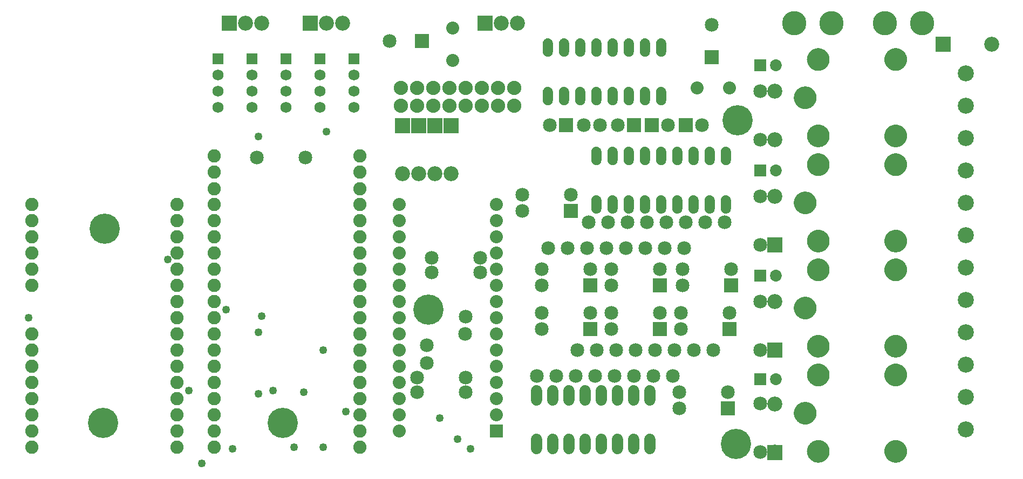
<source format=gbs>
G04 MADE WITH FRITZING*
G04 WWW.FRITZING.ORG*
G04 DOUBLE SIDED*
G04 HOLES PLATED*
G04 CONTOUR ON CENTER OF CONTOUR VECTOR*
%ASAXBY*%
%FSLAX23Y23*%
%MOIN*%
%OFA0B0*%
%SFA1.0B1.0*%
%ADD10C,0.049370*%
%ADD11C,0.085000*%
%ADD12C,0.069000*%
%ADD13C,0.081858*%
%ADD14C,0.068189*%
%ADD15C,0.092000*%
%ADD16C,0.080000*%
%ADD17C,0.062000*%
%ADD18C,0.088000*%
%ADD19C,0.150000*%
%ADD20C,0.098750*%
%ADD21C,0.072992*%
%ADD22C,0.187165*%
%ADD23R,0.069000X0.069000*%
%ADD24R,0.010144X0.010144*%
%ADD25R,0.085000X0.085000*%
%ADD26R,0.092000X0.092000*%
%ADD27R,0.072992X0.072992*%
%ADD28R,0.079972X0.080000*%
%ADD29C,0.030000*%
%ADD30R,0.001000X0.001000*%
%LNMASK0*%
G90*
G70*
G54D10*
X2017Y2086D03*
X1617Y946D03*
X1597Y2056D03*
X1877Y476D03*
X1597Y466D03*
X1997Y736D03*
X1037Y1296D03*
X1397Y986D03*
X1687Y486D03*
X1597Y846D03*
X2137Y356D03*
X1817Y136D03*
X1437Y126D03*
G54D11*
X3317Y576D03*
X3570Y737D03*
G54D12*
X1347Y2536D03*
X1347Y2436D03*
X1347Y2336D03*
X1347Y2236D03*
X1557Y2536D03*
X1557Y2436D03*
X1557Y2336D03*
X1557Y2236D03*
X1767Y2536D03*
X1767Y2436D03*
X1767Y2336D03*
X1767Y2236D03*
X2187Y2536D03*
X2187Y2436D03*
X2187Y2336D03*
X2187Y2236D03*
X1977Y2536D03*
X1977Y2436D03*
X1977Y2336D03*
X1977Y2236D03*
G54D10*
X2717Y316D03*
X1167Y486D03*
X1247Y36D03*
X177Y936D03*
X1997Y136D03*
X2827Y186D03*
X2907Y126D03*
G54D13*
X1096Y137D03*
X1096Y236D03*
X1096Y337D03*
X1096Y437D03*
X1096Y536D03*
X1096Y637D03*
X1096Y736D03*
X1096Y837D03*
X1096Y937D03*
X1096Y1036D03*
X1096Y1137D03*
X1096Y1236D03*
X1096Y1337D03*
X1096Y1436D03*
X1096Y1536D03*
X1096Y1637D03*
X197Y1637D03*
X197Y1536D03*
X197Y1436D03*
X197Y1337D03*
X197Y1236D03*
X197Y1137D03*
X197Y837D03*
X197Y736D03*
X197Y637D03*
X197Y536D03*
X197Y437D03*
X197Y337D03*
X197Y236D03*
X197Y137D03*
X2225Y136D03*
X2225Y237D03*
X2225Y336D03*
X2225Y436D03*
X2225Y536D03*
X2225Y636D03*
X2225Y737D03*
X2225Y836D03*
X2225Y936D03*
X2225Y1036D03*
X2225Y1136D03*
X2225Y1236D03*
X2225Y1336D03*
X2225Y1436D03*
X2225Y1536D03*
X2225Y1636D03*
X2225Y1735D03*
X2225Y1836D03*
X2225Y1936D03*
X1326Y1936D03*
X1326Y1836D03*
X1326Y1735D03*
X1326Y1636D03*
X1326Y1536D03*
X1326Y1436D03*
X1326Y1336D03*
X1326Y1236D03*
X1326Y1136D03*
X1326Y1036D03*
X1326Y936D03*
X1326Y836D03*
X1326Y737D03*
X1326Y636D03*
X1326Y536D03*
X1326Y436D03*
X1326Y336D03*
X1326Y237D03*
X1326Y136D03*
G54D11*
X3527Y1596D03*
X3227Y1596D03*
X3527Y1696D03*
X3227Y1696D03*
X3647Y1136D03*
X3347Y1136D03*
X3647Y1236D03*
X3347Y1236D03*
X4077Y1136D03*
X3777Y1136D03*
X4077Y1236D03*
X3777Y1236D03*
X4517Y1136D03*
X4217Y1136D03*
X4517Y1236D03*
X4217Y1236D03*
X4497Y376D03*
X4197Y376D03*
X4497Y476D03*
X4197Y476D03*
X4507Y866D03*
X4207Y866D03*
X4507Y966D03*
X4207Y966D03*
X4077Y866D03*
X3777Y866D03*
X4077Y966D03*
X3777Y966D03*
X3647Y866D03*
X3347Y866D03*
X3647Y966D03*
X3347Y966D03*
X4697Y106D03*
X4697Y406D03*
X4697Y736D03*
X4697Y1036D03*
X4697Y2036D03*
X4697Y2336D03*
X4697Y1386D03*
X4697Y1686D03*
X4157Y576D03*
X4410Y737D03*
X4037Y576D03*
X4290Y737D03*
X3917Y576D03*
X4170Y737D03*
X3797Y576D03*
X4050Y737D03*
X3677Y576D03*
X3930Y737D03*
X3557Y576D03*
X3810Y737D03*
X3437Y576D03*
X3690Y737D03*
X3867Y1366D03*
X4120Y1527D03*
X3747Y1366D03*
X4000Y1527D03*
X3627Y1366D03*
X3880Y1527D03*
X3507Y1366D03*
X3760Y1527D03*
X3987Y1366D03*
X4240Y1527D03*
X4107Y1366D03*
X4360Y1527D03*
X4227Y1366D03*
X4480Y1527D03*
X3387Y1366D03*
X3640Y1527D03*
G54D14*
X3317Y156D03*
X3417Y156D03*
X3917Y156D03*
X4017Y156D03*
X3517Y156D03*
X3617Y156D03*
X3817Y156D03*
X3717Y156D03*
X4017Y456D03*
X3917Y456D03*
X3817Y456D03*
X3717Y456D03*
X3617Y456D03*
X3517Y456D03*
X3417Y456D03*
X3317Y456D03*
G54D15*
X4787Y2038D03*
X4787Y2336D03*
X4787Y1388D03*
X4787Y1686D03*
X4787Y738D03*
X4787Y1036D03*
X4787Y106D03*
X4787Y404D03*
G54D11*
X2607Y2646D03*
X2407Y2646D03*
X4397Y2546D03*
X4397Y2746D03*
G54D16*
X4507Y2356D03*
X4307Y2356D03*
X2797Y2726D03*
X2797Y2526D03*
G54D11*
X4237Y2126D03*
X4337Y2126D03*
G54D15*
X2687Y2124D03*
X2687Y1826D03*
X2787Y2124D03*
X2787Y1826D03*
X2487Y2124D03*
X2487Y1826D03*
X2587Y2124D03*
X2587Y1826D03*
G54D17*
X3687Y1636D03*
X3787Y1636D03*
X4287Y1636D03*
X4387Y1636D03*
X3887Y1636D03*
X3987Y1636D03*
X4187Y1636D03*
X4087Y1636D03*
X4487Y1636D03*
X4487Y1936D03*
X4387Y1936D03*
X4287Y1936D03*
X4187Y1936D03*
X4087Y1936D03*
X3987Y1936D03*
X3887Y1936D03*
X3787Y1936D03*
X3687Y1936D03*
G54D11*
X2967Y1216D03*
X2667Y1216D03*
X2878Y945D03*
X2637Y766D03*
X2877Y566D03*
X2577Y566D03*
X2875Y838D03*
X2637Y656D03*
X1887Y1926D03*
X1587Y1926D03*
X2877Y476D03*
X2577Y476D03*
X2967Y1306D03*
X2667Y1306D03*
G54D18*
X3177Y2356D03*
X3077Y2356D03*
X2977Y2356D03*
X2877Y2356D03*
X2777Y2356D03*
X2677Y2356D03*
X2577Y2356D03*
X2477Y2356D03*
X2477Y2246D03*
X2577Y2246D03*
X2677Y2246D03*
X2777Y2246D03*
X2877Y2246D03*
X2977Y2246D03*
X3077Y2246D03*
X3177Y2246D03*
G54D17*
X3387Y2306D03*
X3487Y2306D03*
X3587Y2306D03*
X3687Y2306D03*
X3787Y2306D03*
X3887Y2306D03*
X3987Y2306D03*
X4087Y2306D03*
X4087Y2606D03*
X3987Y2606D03*
X3887Y2606D03*
X3787Y2606D03*
X3687Y2606D03*
X3587Y2606D03*
X3487Y2606D03*
X3387Y2606D03*
G54D11*
X3917Y2126D03*
X3817Y2126D03*
X3707Y2126D03*
X3607Y2126D03*
X3497Y2126D03*
X3397Y2126D03*
X4027Y2126D03*
X4127Y2126D03*
G54D19*
X4910Y2756D03*
X5140Y2756D03*
X5697Y2756D03*
X5467Y2756D03*
G54D15*
X5829Y2626D03*
X6127Y2626D03*
X1417Y2756D03*
X1517Y2756D03*
X1617Y2756D03*
X1917Y2756D03*
X2017Y2756D03*
X2117Y2756D03*
X2997Y2756D03*
X3097Y2756D03*
X3197Y2756D03*
G54D20*
X5967Y1246D03*
X5967Y1446D03*
X5967Y1646D03*
X5967Y1846D03*
X5967Y2046D03*
X5967Y2246D03*
X5967Y2446D03*
X5967Y246D03*
X5967Y446D03*
X5967Y646D03*
X5967Y846D03*
X5967Y1046D03*
X5967Y1246D03*
X5967Y1446D03*
G54D21*
X4697Y1196D03*
X4795Y1196D03*
X4697Y1846D03*
X4795Y1846D03*
X4697Y2496D03*
X4795Y2496D03*
X4697Y556D03*
X4795Y556D03*
G54D16*
X3067Y236D03*
X3067Y336D03*
X3067Y436D03*
X3067Y536D03*
X3067Y636D03*
X3067Y736D03*
X3067Y836D03*
X3067Y936D03*
X3067Y1036D03*
X3067Y1136D03*
X3067Y1236D03*
X3067Y1336D03*
X3067Y1436D03*
X3067Y1536D03*
X3067Y1636D03*
X2467Y236D03*
X2467Y336D03*
X2467Y436D03*
X2467Y536D03*
X2467Y636D03*
X2467Y736D03*
X2467Y836D03*
X2467Y936D03*
X2467Y1036D03*
X2467Y1136D03*
X2467Y1236D03*
X2467Y1336D03*
X2467Y1436D03*
X2467Y1536D03*
X2467Y1636D03*
G54D22*
X1747Y286D03*
X4547Y156D03*
X4557Y2156D03*
X2647Y986D03*
X637Y286D03*
X647Y1486D03*
G54D23*
X1347Y2536D03*
X1557Y2536D03*
X1767Y2536D03*
X2187Y2536D03*
X1977Y2536D03*
G54D24*
X1096Y1335D03*
G54D25*
X3527Y1596D03*
X3647Y1136D03*
X4077Y1136D03*
X4517Y1136D03*
X4497Y376D03*
X4507Y866D03*
X4077Y866D03*
X3647Y866D03*
G54D26*
X4787Y1387D03*
X4787Y737D03*
X4787Y105D03*
G54D25*
X2607Y2646D03*
X4397Y2546D03*
X4237Y2126D03*
G54D26*
X2687Y2125D03*
X2787Y2125D03*
X2487Y2125D03*
X2587Y2125D03*
G54D25*
X3917Y2126D03*
X3497Y2126D03*
X4027Y2126D03*
G54D26*
X5828Y2626D03*
X1417Y2756D03*
X1917Y2756D03*
X2997Y2756D03*
G54D27*
X4697Y1196D03*
X4697Y1846D03*
X4697Y2496D03*
X4697Y556D03*
G54D28*
X3067Y236D03*
G54D29*
G36*
X4756Y2068D02*
X4818Y2068D01*
X4818Y2006D01*
X4756Y2006D01*
X4756Y2068D01*
G37*
D02*
G36*
X3679Y2098D02*
X3679Y2153D01*
X3734Y2153D01*
X3734Y2098D01*
X3679Y2098D01*
G37*
D02*
G54D30*
X3381Y2663D02*
X3392Y2663D01*
X3481Y2663D02*
X3492Y2663D01*
X3581Y2663D02*
X3592Y2663D01*
X3681Y2663D02*
X3692Y2663D01*
X3781Y2663D02*
X3792Y2663D01*
X3881Y2663D02*
X3892Y2663D01*
X3981Y2663D02*
X3992Y2663D01*
X4081Y2663D02*
X4092Y2663D01*
X3377Y2662D02*
X3395Y2662D01*
X3477Y2662D02*
X3495Y2662D01*
X3577Y2662D02*
X3595Y2662D01*
X3677Y2662D02*
X3695Y2662D01*
X3777Y2662D02*
X3795Y2662D01*
X3877Y2662D02*
X3895Y2662D01*
X3977Y2662D02*
X3995Y2662D01*
X4077Y2662D02*
X4095Y2662D01*
X3374Y2661D02*
X3398Y2661D01*
X3474Y2661D02*
X3498Y2661D01*
X3574Y2661D02*
X3598Y2661D01*
X3674Y2661D02*
X3698Y2661D01*
X3774Y2661D02*
X3798Y2661D01*
X3874Y2661D02*
X3898Y2661D01*
X3974Y2661D02*
X3998Y2661D01*
X4074Y2661D02*
X4098Y2661D01*
X3372Y2660D02*
X3400Y2660D01*
X3472Y2660D02*
X3500Y2660D01*
X3572Y2660D02*
X3600Y2660D01*
X3672Y2660D02*
X3700Y2660D01*
X3772Y2660D02*
X3800Y2660D01*
X3872Y2660D02*
X3900Y2660D01*
X3972Y2660D02*
X4000Y2660D01*
X4072Y2660D02*
X4100Y2660D01*
X3371Y2659D02*
X3402Y2659D01*
X3471Y2659D02*
X3502Y2659D01*
X3571Y2659D02*
X3602Y2659D01*
X3671Y2659D02*
X3702Y2659D01*
X3771Y2659D02*
X3802Y2659D01*
X3871Y2659D02*
X3902Y2659D01*
X3971Y2659D02*
X4002Y2659D01*
X4071Y2659D02*
X4102Y2659D01*
X3369Y2658D02*
X3404Y2658D01*
X3469Y2658D02*
X3504Y2658D01*
X3569Y2658D02*
X3604Y2658D01*
X3669Y2658D02*
X3703Y2658D01*
X3769Y2658D02*
X3803Y2658D01*
X3869Y2658D02*
X3903Y2658D01*
X3969Y2658D02*
X4003Y2658D01*
X4069Y2658D02*
X4103Y2658D01*
X3368Y2657D02*
X3405Y2657D01*
X3468Y2657D02*
X3505Y2657D01*
X3568Y2657D02*
X3605Y2657D01*
X3668Y2657D02*
X3705Y2657D01*
X3768Y2657D02*
X3805Y2657D01*
X3868Y2657D02*
X3905Y2657D01*
X3968Y2657D02*
X4005Y2657D01*
X4068Y2657D02*
X4105Y2657D01*
X3366Y2656D02*
X3406Y2656D01*
X3466Y2656D02*
X3506Y2656D01*
X3566Y2656D02*
X3606Y2656D01*
X3666Y2656D02*
X3706Y2656D01*
X3766Y2656D02*
X3806Y2656D01*
X3866Y2656D02*
X3906Y2656D01*
X3966Y2656D02*
X4006Y2656D01*
X4066Y2656D02*
X4106Y2656D01*
X3365Y2655D02*
X3407Y2655D01*
X3465Y2655D02*
X3507Y2655D01*
X3565Y2655D02*
X3607Y2655D01*
X3665Y2655D02*
X3707Y2655D01*
X3765Y2655D02*
X3807Y2655D01*
X3865Y2655D02*
X3907Y2655D01*
X3965Y2655D02*
X4007Y2655D01*
X4065Y2655D02*
X4107Y2655D01*
X3364Y2654D02*
X3408Y2654D01*
X3464Y2654D02*
X3508Y2654D01*
X3564Y2654D02*
X3608Y2654D01*
X3664Y2654D02*
X3708Y2654D01*
X3764Y2654D02*
X3808Y2654D01*
X3864Y2654D02*
X3908Y2654D01*
X3964Y2654D02*
X4008Y2654D01*
X4064Y2654D02*
X4108Y2654D01*
X3363Y2653D02*
X3409Y2653D01*
X3463Y2653D02*
X3509Y2653D01*
X3563Y2653D02*
X3609Y2653D01*
X3663Y2653D02*
X3709Y2653D01*
X3763Y2653D02*
X3809Y2653D01*
X3863Y2653D02*
X3909Y2653D01*
X3963Y2653D02*
X4009Y2653D01*
X4063Y2653D02*
X4109Y2653D01*
X3363Y2652D02*
X3410Y2652D01*
X3463Y2652D02*
X3510Y2652D01*
X3563Y2652D02*
X3610Y2652D01*
X3663Y2652D02*
X3710Y2652D01*
X3763Y2652D02*
X3810Y2652D01*
X3863Y2652D02*
X3910Y2652D01*
X3963Y2652D02*
X4010Y2652D01*
X4063Y2652D02*
X4110Y2652D01*
X3362Y2651D02*
X3411Y2651D01*
X3462Y2651D02*
X3511Y2651D01*
X3562Y2651D02*
X3611Y2651D01*
X3662Y2651D02*
X3711Y2651D01*
X3762Y2651D02*
X3811Y2651D01*
X3862Y2651D02*
X3911Y2651D01*
X3962Y2651D02*
X4011Y2651D01*
X4062Y2651D02*
X4111Y2651D01*
X3361Y2650D02*
X3411Y2650D01*
X3461Y2650D02*
X3511Y2650D01*
X3561Y2650D02*
X3611Y2650D01*
X3661Y2650D02*
X3711Y2650D01*
X3761Y2650D02*
X3811Y2650D01*
X3861Y2650D02*
X3911Y2650D01*
X3961Y2650D02*
X4011Y2650D01*
X4061Y2650D02*
X4111Y2650D01*
X3361Y2649D02*
X3412Y2649D01*
X3461Y2649D02*
X3512Y2649D01*
X3561Y2649D02*
X3612Y2649D01*
X3661Y2649D02*
X3712Y2649D01*
X3761Y2649D02*
X3812Y2649D01*
X3861Y2649D02*
X3912Y2649D01*
X3961Y2649D02*
X4012Y2649D01*
X4061Y2649D02*
X4112Y2649D01*
X3360Y2648D02*
X3413Y2648D01*
X3460Y2648D02*
X3513Y2648D01*
X3560Y2648D02*
X3613Y2648D01*
X3660Y2648D02*
X3713Y2648D01*
X3760Y2648D02*
X3813Y2648D01*
X3860Y2648D02*
X3913Y2648D01*
X3960Y2648D02*
X4013Y2648D01*
X4060Y2648D02*
X4113Y2648D01*
X3359Y2647D02*
X3413Y2647D01*
X3459Y2647D02*
X3513Y2647D01*
X3559Y2647D02*
X3613Y2647D01*
X3659Y2647D02*
X3713Y2647D01*
X3759Y2647D02*
X3813Y2647D01*
X3859Y2647D02*
X3913Y2647D01*
X3959Y2647D02*
X4013Y2647D01*
X4059Y2647D02*
X4113Y2647D01*
X3359Y2646D02*
X3414Y2646D01*
X3459Y2646D02*
X3514Y2646D01*
X3559Y2646D02*
X3614Y2646D01*
X3659Y2646D02*
X3714Y2646D01*
X3759Y2646D02*
X3814Y2646D01*
X3859Y2646D02*
X3914Y2646D01*
X3959Y2646D02*
X4014Y2646D01*
X4059Y2646D02*
X4114Y2646D01*
X3358Y2645D02*
X3414Y2645D01*
X3458Y2645D02*
X3514Y2645D01*
X3558Y2645D02*
X3614Y2645D01*
X3658Y2645D02*
X3714Y2645D01*
X3758Y2645D02*
X3814Y2645D01*
X3858Y2645D02*
X3914Y2645D01*
X3958Y2645D02*
X4014Y2645D01*
X4058Y2645D02*
X4114Y2645D01*
X3358Y2644D02*
X3415Y2644D01*
X3458Y2644D02*
X3514Y2644D01*
X3558Y2644D02*
X3614Y2644D01*
X3658Y2644D02*
X3714Y2644D01*
X3758Y2644D02*
X3814Y2644D01*
X3858Y2644D02*
X3914Y2644D01*
X3958Y2644D02*
X4014Y2644D01*
X4058Y2644D02*
X4114Y2644D01*
X3358Y2643D02*
X3415Y2643D01*
X3458Y2643D02*
X3515Y2643D01*
X3558Y2643D02*
X3615Y2643D01*
X3658Y2643D02*
X3715Y2643D01*
X3758Y2643D02*
X3815Y2643D01*
X3858Y2643D02*
X3915Y2643D01*
X3958Y2643D02*
X4015Y2643D01*
X4058Y2643D02*
X4115Y2643D01*
X3357Y2642D02*
X3415Y2642D01*
X3457Y2642D02*
X3515Y2642D01*
X3557Y2642D02*
X3615Y2642D01*
X3657Y2642D02*
X3715Y2642D01*
X3757Y2642D02*
X3815Y2642D01*
X3857Y2642D02*
X3915Y2642D01*
X3957Y2642D02*
X4015Y2642D01*
X4057Y2642D02*
X4115Y2642D01*
X3357Y2641D02*
X3416Y2641D01*
X3457Y2641D02*
X3516Y2641D01*
X3557Y2641D02*
X3616Y2641D01*
X3657Y2641D02*
X3716Y2641D01*
X3757Y2641D02*
X3816Y2641D01*
X3857Y2641D02*
X3915Y2641D01*
X3957Y2641D02*
X4015Y2641D01*
X4057Y2641D02*
X4115Y2641D01*
X3357Y2640D02*
X3416Y2640D01*
X3457Y2640D02*
X3516Y2640D01*
X3557Y2640D02*
X3616Y2640D01*
X3657Y2640D02*
X3716Y2640D01*
X3757Y2640D02*
X3816Y2640D01*
X3857Y2640D02*
X3916Y2640D01*
X3957Y2640D02*
X4016Y2640D01*
X4057Y2640D02*
X4116Y2640D01*
X3357Y2639D02*
X3416Y2639D01*
X3456Y2639D02*
X3516Y2639D01*
X3556Y2639D02*
X3616Y2639D01*
X3656Y2639D02*
X3716Y2639D01*
X3756Y2639D02*
X3816Y2639D01*
X3856Y2639D02*
X3916Y2639D01*
X3956Y2639D02*
X4016Y2639D01*
X4056Y2639D02*
X4116Y2639D01*
X3356Y2638D02*
X3416Y2638D01*
X3456Y2638D02*
X3516Y2638D01*
X3556Y2638D02*
X3616Y2638D01*
X3656Y2638D02*
X3716Y2638D01*
X3756Y2638D02*
X3816Y2638D01*
X3856Y2638D02*
X3916Y2638D01*
X3956Y2638D02*
X4016Y2638D01*
X4056Y2638D02*
X4116Y2638D01*
X3356Y2637D02*
X3416Y2637D01*
X3456Y2637D02*
X3516Y2637D01*
X3556Y2637D02*
X3616Y2637D01*
X3656Y2637D02*
X3716Y2637D01*
X3756Y2637D02*
X3816Y2637D01*
X3856Y2637D02*
X3916Y2637D01*
X3956Y2637D02*
X4016Y2637D01*
X4056Y2637D02*
X4116Y2637D01*
X3356Y2636D02*
X3417Y2636D01*
X3456Y2636D02*
X3517Y2636D01*
X3556Y2636D02*
X3617Y2636D01*
X3656Y2636D02*
X3717Y2636D01*
X3756Y2636D02*
X3817Y2636D01*
X3856Y2636D02*
X3917Y2636D01*
X3956Y2636D02*
X4017Y2636D01*
X4056Y2636D02*
X4117Y2636D01*
X3356Y2635D02*
X3417Y2635D01*
X3456Y2635D02*
X3517Y2635D01*
X3556Y2635D02*
X3617Y2635D01*
X3656Y2635D02*
X3717Y2635D01*
X3756Y2635D02*
X3817Y2635D01*
X3856Y2635D02*
X3917Y2635D01*
X3956Y2635D02*
X4017Y2635D01*
X4056Y2635D02*
X4117Y2635D01*
X3356Y2634D02*
X3417Y2634D01*
X3456Y2634D02*
X3517Y2634D01*
X3556Y2634D02*
X3617Y2634D01*
X3656Y2634D02*
X3717Y2634D01*
X3756Y2634D02*
X3817Y2634D01*
X3856Y2634D02*
X3917Y2634D01*
X3956Y2634D02*
X4017Y2634D01*
X4056Y2634D02*
X4117Y2634D01*
X3356Y2633D02*
X3417Y2633D01*
X3456Y2633D02*
X3517Y2633D01*
X3556Y2633D02*
X3617Y2633D01*
X3656Y2633D02*
X3717Y2633D01*
X3756Y2633D02*
X3817Y2633D01*
X3856Y2633D02*
X3917Y2633D01*
X3956Y2633D02*
X4017Y2633D01*
X4056Y2633D02*
X4117Y2633D01*
X3356Y2632D02*
X3417Y2632D01*
X3456Y2632D02*
X3517Y2632D01*
X3556Y2632D02*
X3617Y2632D01*
X3656Y2632D02*
X3717Y2632D01*
X3756Y2632D02*
X3817Y2632D01*
X3856Y2632D02*
X3917Y2632D01*
X3956Y2632D02*
X4017Y2632D01*
X4056Y2632D02*
X4117Y2632D01*
X3356Y2631D02*
X3417Y2631D01*
X3456Y2631D02*
X3517Y2631D01*
X3556Y2631D02*
X3617Y2631D01*
X3656Y2631D02*
X3717Y2631D01*
X3756Y2631D02*
X3817Y2631D01*
X3856Y2631D02*
X3917Y2631D01*
X3956Y2631D02*
X4017Y2631D01*
X4056Y2631D02*
X4117Y2631D01*
X3356Y2630D02*
X3417Y2630D01*
X3456Y2630D02*
X3517Y2630D01*
X3556Y2630D02*
X3617Y2630D01*
X3656Y2630D02*
X3717Y2630D01*
X3756Y2630D02*
X3817Y2630D01*
X3856Y2630D02*
X3917Y2630D01*
X3956Y2630D02*
X4017Y2630D01*
X4056Y2630D02*
X4117Y2630D01*
X3356Y2629D02*
X3417Y2629D01*
X3456Y2629D02*
X3517Y2629D01*
X3556Y2629D02*
X3617Y2629D01*
X3656Y2629D02*
X3717Y2629D01*
X3756Y2629D02*
X3817Y2629D01*
X3856Y2629D02*
X3917Y2629D01*
X3956Y2629D02*
X4017Y2629D01*
X4056Y2629D02*
X4117Y2629D01*
X3356Y2628D02*
X3417Y2628D01*
X3456Y2628D02*
X3517Y2628D01*
X3556Y2628D02*
X3617Y2628D01*
X3656Y2628D02*
X3717Y2628D01*
X3756Y2628D02*
X3817Y2628D01*
X3856Y2628D02*
X3917Y2628D01*
X3956Y2628D02*
X4017Y2628D01*
X4056Y2628D02*
X4117Y2628D01*
X3356Y2627D02*
X3417Y2627D01*
X3456Y2627D02*
X3517Y2627D01*
X3556Y2627D02*
X3617Y2627D01*
X3656Y2627D02*
X3717Y2627D01*
X3756Y2627D02*
X3817Y2627D01*
X3856Y2627D02*
X3917Y2627D01*
X3956Y2627D02*
X4017Y2627D01*
X4056Y2627D02*
X4117Y2627D01*
X3356Y2626D02*
X3417Y2626D01*
X3456Y2626D02*
X3517Y2626D01*
X3556Y2626D02*
X3617Y2626D01*
X3656Y2626D02*
X3717Y2626D01*
X3756Y2626D02*
X3817Y2626D01*
X3856Y2626D02*
X3917Y2626D01*
X3956Y2626D02*
X4017Y2626D01*
X4056Y2626D02*
X4117Y2626D01*
X3356Y2625D02*
X3417Y2625D01*
X3456Y2625D02*
X3517Y2625D01*
X3556Y2625D02*
X3617Y2625D01*
X3656Y2625D02*
X3717Y2625D01*
X3756Y2625D02*
X3817Y2625D01*
X3856Y2625D02*
X3917Y2625D01*
X3956Y2625D02*
X4017Y2625D01*
X4056Y2625D02*
X4117Y2625D01*
X3356Y2624D02*
X3417Y2624D01*
X3456Y2624D02*
X3517Y2624D01*
X3556Y2624D02*
X3617Y2624D01*
X3656Y2624D02*
X3717Y2624D01*
X3756Y2624D02*
X3817Y2624D01*
X3856Y2624D02*
X3917Y2624D01*
X3956Y2624D02*
X4017Y2624D01*
X4056Y2624D02*
X4117Y2624D01*
X3356Y2623D02*
X3417Y2623D01*
X3456Y2623D02*
X3517Y2623D01*
X3556Y2623D02*
X3617Y2623D01*
X3656Y2623D02*
X3717Y2623D01*
X3756Y2623D02*
X3817Y2623D01*
X3856Y2623D02*
X3917Y2623D01*
X3956Y2623D02*
X4017Y2623D01*
X4056Y2623D02*
X4117Y2623D01*
X3356Y2622D02*
X3417Y2622D01*
X3456Y2622D02*
X3517Y2622D01*
X3556Y2622D02*
X3617Y2622D01*
X3656Y2622D02*
X3717Y2622D01*
X3756Y2622D02*
X3817Y2622D01*
X3856Y2622D02*
X3917Y2622D01*
X3956Y2622D02*
X4017Y2622D01*
X4056Y2622D02*
X4117Y2622D01*
X3356Y2621D02*
X3417Y2621D01*
X3456Y2621D02*
X3517Y2621D01*
X3556Y2621D02*
X3617Y2621D01*
X3656Y2621D02*
X3717Y2621D01*
X3756Y2621D02*
X3817Y2621D01*
X3856Y2621D02*
X3917Y2621D01*
X3956Y2621D02*
X4017Y2621D01*
X4056Y2621D02*
X4117Y2621D01*
X3356Y2620D02*
X3417Y2620D01*
X3456Y2620D02*
X3517Y2620D01*
X3556Y2620D02*
X3617Y2620D01*
X3656Y2620D02*
X3717Y2620D01*
X3756Y2620D02*
X3817Y2620D01*
X3856Y2620D02*
X3917Y2620D01*
X3956Y2620D02*
X4017Y2620D01*
X4056Y2620D02*
X4117Y2620D01*
X3356Y2619D02*
X3417Y2619D01*
X3456Y2619D02*
X3517Y2619D01*
X3556Y2619D02*
X3617Y2619D01*
X3656Y2619D02*
X3717Y2619D01*
X3756Y2619D02*
X3817Y2619D01*
X3856Y2619D02*
X3917Y2619D01*
X3956Y2619D02*
X4017Y2619D01*
X4056Y2619D02*
X4117Y2619D01*
X3356Y2618D02*
X3417Y2618D01*
X3456Y2618D02*
X3517Y2618D01*
X3556Y2618D02*
X3617Y2618D01*
X3656Y2618D02*
X3717Y2618D01*
X3756Y2618D02*
X3817Y2618D01*
X3856Y2618D02*
X3917Y2618D01*
X3956Y2618D02*
X4017Y2618D01*
X4056Y2618D02*
X4117Y2618D01*
X3356Y2617D02*
X3382Y2617D01*
X3391Y2617D02*
X3417Y2617D01*
X3456Y2617D02*
X3482Y2617D01*
X3491Y2617D02*
X3517Y2617D01*
X3556Y2617D02*
X3582Y2617D01*
X3591Y2617D02*
X3617Y2617D01*
X3656Y2617D02*
X3682Y2617D01*
X3691Y2617D02*
X3717Y2617D01*
X3756Y2617D02*
X3782Y2617D01*
X3791Y2617D02*
X3817Y2617D01*
X3856Y2617D02*
X3882Y2617D01*
X3891Y2617D02*
X3917Y2617D01*
X3956Y2617D02*
X3982Y2617D01*
X3991Y2617D02*
X4017Y2617D01*
X4056Y2617D02*
X4082Y2617D01*
X4091Y2617D02*
X4117Y2617D01*
X3356Y2616D02*
X3380Y2616D01*
X3393Y2616D02*
X3417Y2616D01*
X3456Y2616D02*
X3480Y2616D01*
X3493Y2616D02*
X3517Y2616D01*
X3556Y2616D02*
X3580Y2616D01*
X3593Y2616D02*
X3617Y2616D01*
X3656Y2616D02*
X3680Y2616D01*
X3693Y2616D02*
X3717Y2616D01*
X3756Y2616D02*
X3780Y2616D01*
X3793Y2616D02*
X3817Y2616D01*
X3856Y2616D02*
X3880Y2616D01*
X3893Y2616D02*
X3917Y2616D01*
X3956Y2616D02*
X3980Y2616D01*
X3993Y2616D02*
X4017Y2616D01*
X4056Y2616D02*
X4080Y2616D01*
X4093Y2616D02*
X4117Y2616D01*
X3356Y2615D02*
X3379Y2615D01*
X3394Y2615D02*
X3417Y2615D01*
X3456Y2615D02*
X3479Y2615D01*
X3494Y2615D02*
X3517Y2615D01*
X3556Y2615D02*
X3579Y2615D01*
X3594Y2615D02*
X3617Y2615D01*
X3656Y2615D02*
X3679Y2615D01*
X3694Y2615D02*
X3717Y2615D01*
X3756Y2615D02*
X3779Y2615D01*
X3794Y2615D02*
X3817Y2615D01*
X3856Y2615D02*
X3879Y2615D01*
X3894Y2615D02*
X3917Y2615D01*
X3956Y2615D02*
X3979Y2615D01*
X3994Y2615D02*
X4017Y2615D01*
X4056Y2615D02*
X4079Y2615D01*
X4094Y2615D02*
X4117Y2615D01*
X3356Y2614D02*
X3378Y2614D01*
X3395Y2614D02*
X3417Y2614D01*
X3456Y2614D02*
X3478Y2614D01*
X3495Y2614D02*
X3517Y2614D01*
X3556Y2614D02*
X3578Y2614D01*
X3595Y2614D02*
X3617Y2614D01*
X3656Y2614D02*
X3678Y2614D01*
X3695Y2614D02*
X3717Y2614D01*
X3756Y2614D02*
X3778Y2614D01*
X3795Y2614D02*
X3817Y2614D01*
X3856Y2614D02*
X3878Y2614D01*
X3895Y2614D02*
X3917Y2614D01*
X3956Y2614D02*
X3978Y2614D01*
X3995Y2614D02*
X4017Y2614D01*
X4056Y2614D02*
X4078Y2614D01*
X4095Y2614D02*
X4117Y2614D01*
X3356Y2613D02*
X3377Y2613D01*
X3396Y2613D02*
X3417Y2613D01*
X3456Y2613D02*
X3477Y2613D01*
X3496Y2613D02*
X3517Y2613D01*
X3556Y2613D02*
X3577Y2613D01*
X3596Y2613D02*
X3617Y2613D01*
X3656Y2613D02*
X3677Y2613D01*
X3696Y2613D02*
X3717Y2613D01*
X3756Y2613D02*
X3777Y2613D01*
X3796Y2613D02*
X3817Y2613D01*
X3856Y2613D02*
X3877Y2613D01*
X3896Y2613D02*
X3917Y2613D01*
X3956Y2613D02*
X3977Y2613D01*
X3996Y2613D02*
X4017Y2613D01*
X4056Y2613D02*
X4077Y2613D01*
X4096Y2613D02*
X4117Y2613D01*
X3356Y2612D02*
X3376Y2612D01*
X3396Y2612D02*
X3417Y2612D01*
X3456Y2612D02*
X3476Y2612D01*
X3496Y2612D02*
X3517Y2612D01*
X3556Y2612D02*
X3576Y2612D01*
X3596Y2612D02*
X3617Y2612D01*
X3656Y2612D02*
X3676Y2612D01*
X3696Y2612D02*
X3717Y2612D01*
X3756Y2612D02*
X3776Y2612D01*
X3796Y2612D02*
X3817Y2612D01*
X3856Y2612D02*
X3876Y2612D01*
X3896Y2612D02*
X3917Y2612D01*
X3956Y2612D02*
X3976Y2612D01*
X3996Y2612D02*
X4017Y2612D01*
X4056Y2612D02*
X4076Y2612D01*
X4096Y2612D02*
X4117Y2612D01*
X3356Y2611D02*
X3376Y2611D01*
X3397Y2611D02*
X3417Y2611D01*
X3456Y2611D02*
X3476Y2611D01*
X3497Y2611D02*
X3517Y2611D01*
X3556Y2611D02*
X3576Y2611D01*
X3597Y2611D02*
X3617Y2611D01*
X3656Y2611D02*
X3676Y2611D01*
X3697Y2611D02*
X3717Y2611D01*
X3756Y2611D02*
X3776Y2611D01*
X3797Y2611D02*
X3817Y2611D01*
X3856Y2611D02*
X3876Y2611D01*
X3897Y2611D02*
X3917Y2611D01*
X3956Y2611D02*
X3976Y2611D01*
X3997Y2611D02*
X4017Y2611D01*
X4056Y2611D02*
X4076Y2611D01*
X4097Y2611D02*
X4117Y2611D01*
X3356Y2610D02*
X3375Y2610D01*
X3397Y2610D02*
X3417Y2610D01*
X3456Y2610D02*
X3475Y2610D01*
X3497Y2610D02*
X3517Y2610D01*
X3556Y2610D02*
X3575Y2610D01*
X3597Y2610D02*
X3617Y2610D01*
X3656Y2610D02*
X3675Y2610D01*
X3697Y2610D02*
X3717Y2610D01*
X3756Y2610D02*
X3775Y2610D01*
X3797Y2610D02*
X3817Y2610D01*
X3856Y2610D02*
X3875Y2610D01*
X3897Y2610D02*
X3917Y2610D01*
X3956Y2610D02*
X3975Y2610D01*
X3997Y2610D02*
X4017Y2610D01*
X4056Y2610D02*
X4075Y2610D01*
X4097Y2610D02*
X4117Y2610D01*
X3356Y2609D02*
X3375Y2609D01*
X3398Y2609D02*
X3417Y2609D01*
X3456Y2609D02*
X3475Y2609D01*
X3498Y2609D02*
X3517Y2609D01*
X3556Y2609D02*
X3575Y2609D01*
X3598Y2609D02*
X3617Y2609D01*
X3656Y2609D02*
X3675Y2609D01*
X3698Y2609D02*
X3717Y2609D01*
X3756Y2609D02*
X3775Y2609D01*
X3798Y2609D02*
X3817Y2609D01*
X3856Y2609D02*
X3875Y2609D01*
X3898Y2609D02*
X3917Y2609D01*
X3956Y2609D02*
X3975Y2609D01*
X3998Y2609D02*
X4017Y2609D01*
X4056Y2609D02*
X4075Y2609D01*
X4098Y2609D02*
X4117Y2609D01*
X3356Y2608D02*
X3375Y2608D01*
X3398Y2608D02*
X3417Y2608D01*
X3456Y2608D02*
X3475Y2608D01*
X3498Y2608D02*
X3517Y2608D01*
X3556Y2608D02*
X3575Y2608D01*
X3598Y2608D02*
X3617Y2608D01*
X3656Y2608D02*
X3675Y2608D01*
X3698Y2608D02*
X3717Y2608D01*
X3756Y2608D02*
X3775Y2608D01*
X3798Y2608D02*
X3817Y2608D01*
X3856Y2608D02*
X3875Y2608D01*
X3898Y2608D02*
X3917Y2608D01*
X3956Y2608D02*
X3975Y2608D01*
X3998Y2608D02*
X4017Y2608D01*
X4056Y2608D02*
X4075Y2608D01*
X4098Y2608D02*
X4117Y2608D01*
X3356Y2607D02*
X3375Y2607D01*
X3398Y2607D02*
X3417Y2607D01*
X3456Y2607D02*
X3475Y2607D01*
X3498Y2607D02*
X3517Y2607D01*
X3556Y2607D02*
X3575Y2607D01*
X3598Y2607D02*
X3617Y2607D01*
X3656Y2607D02*
X3675Y2607D01*
X3698Y2607D02*
X3717Y2607D01*
X3756Y2607D02*
X3775Y2607D01*
X3798Y2607D02*
X3817Y2607D01*
X3856Y2607D02*
X3875Y2607D01*
X3898Y2607D02*
X3917Y2607D01*
X3956Y2607D02*
X3975Y2607D01*
X3998Y2607D02*
X4017Y2607D01*
X4056Y2607D02*
X4075Y2607D01*
X4098Y2607D02*
X4117Y2607D01*
X3356Y2606D02*
X3375Y2606D01*
X3398Y2606D02*
X3417Y2606D01*
X3456Y2606D02*
X3475Y2606D01*
X3498Y2606D02*
X3517Y2606D01*
X3556Y2606D02*
X3575Y2606D01*
X3598Y2606D02*
X3617Y2606D01*
X3656Y2606D02*
X3675Y2606D01*
X3698Y2606D02*
X3717Y2606D01*
X3756Y2606D02*
X3775Y2606D01*
X3798Y2606D02*
X3817Y2606D01*
X3856Y2606D02*
X3875Y2606D01*
X3898Y2606D02*
X3917Y2606D01*
X3956Y2606D02*
X3975Y2606D01*
X3998Y2606D02*
X4017Y2606D01*
X4056Y2606D02*
X4075Y2606D01*
X4098Y2606D02*
X4117Y2606D01*
X3356Y2605D02*
X3375Y2605D01*
X3398Y2605D02*
X3417Y2605D01*
X3456Y2605D02*
X3475Y2605D01*
X3498Y2605D02*
X3517Y2605D01*
X3556Y2605D02*
X3575Y2605D01*
X3598Y2605D02*
X3617Y2605D01*
X3656Y2605D02*
X3675Y2605D01*
X3698Y2605D02*
X3717Y2605D01*
X3756Y2605D02*
X3775Y2605D01*
X3798Y2605D02*
X3817Y2605D01*
X3856Y2605D02*
X3875Y2605D01*
X3898Y2605D02*
X3917Y2605D01*
X3956Y2605D02*
X3975Y2605D01*
X3998Y2605D02*
X4017Y2605D01*
X4056Y2605D02*
X4075Y2605D01*
X4098Y2605D02*
X4117Y2605D01*
X3356Y2604D02*
X3375Y2604D01*
X3397Y2604D02*
X3417Y2604D01*
X3456Y2604D02*
X3475Y2604D01*
X3497Y2604D02*
X3517Y2604D01*
X3556Y2604D02*
X3575Y2604D01*
X3597Y2604D02*
X3617Y2604D01*
X3656Y2604D02*
X3675Y2604D01*
X3697Y2604D02*
X3717Y2604D01*
X3756Y2604D02*
X3775Y2604D01*
X3797Y2604D02*
X3817Y2604D01*
X3856Y2604D02*
X3875Y2604D01*
X3897Y2604D02*
X3917Y2604D01*
X3956Y2604D02*
X3975Y2604D01*
X3997Y2604D02*
X4017Y2604D01*
X4056Y2604D02*
X4075Y2604D01*
X4097Y2604D02*
X4117Y2604D01*
X3356Y2603D02*
X3375Y2603D01*
X3397Y2603D02*
X3417Y2603D01*
X3456Y2603D02*
X3475Y2603D01*
X3497Y2603D02*
X3517Y2603D01*
X3556Y2603D02*
X3575Y2603D01*
X3597Y2603D02*
X3617Y2603D01*
X3656Y2603D02*
X3675Y2603D01*
X3697Y2603D02*
X3717Y2603D01*
X3756Y2603D02*
X3775Y2603D01*
X3797Y2603D02*
X3817Y2603D01*
X3856Y2603D02*
X3875Y2603D01*
X3897Y2603D02*
X3917Y2603D01*
X3956Y2603D02*
X3975Y2603D01*
X3997Y2603D02*
X4017Y2603D01*
X4056Y2603D02*
X4075Y2603D01*
X4097Y2603D02*
X4117Y2603D01*
X3356Y2602D02*
X3376Y2602D01*
X3397Y2602D02*
X3417Y2602D01*
X3456Y2602D02*
X3476Y2602D01*
X3497Y2602D02*
X3517Y2602D01*
X3556Y2602D02*
X3576Y2602D01*
X3597Y2602D02*
X3617Y2602D01*
X3656Y2602D02*
X3676Y2602D01*
X3697Y2602D02*
X3717Y2602D01*
X3756Y2602D02*
X3776Y2602D01*
X3797Y2602D02*
X3817Y2602D01*
X3856Y2602D02*
X3876Y2602D01*
X3897Y2602D02*
X3917Y2602D01*
X3956Y2602D02*
X3976Y2602D01*
X3997Y2602D02*
X4017Y2602D01*
X4056Y2602D02*
X4076Y2602D01*
X4097Y2602D02*
X4117Y2602D01*
X5048Y2602D02*
X5066Y2602D01*
X5526Y2602D02*
X5544Y2602D01*
X3356Y2601D02*
X3376Y2601D01*
X3396Y2601D02*
X3417Y2601D01*
X3456Y2601D02*
X3476Y2601D01*
X3496Y2601D02*
X3517Y2601D01*
X3556Y2601D02*
X3576Y2601D01*
X3596Y2601D02*
X3617Y2601D01*
X3656Y2601D02*
X3676Y2601D01*
X3696Y2601D02*
X3717Y2601D01*
X3756Y2601D02*
X3776Y2601D01*
X3796Y2601D02*
X3817Y2601D01*
X3856Y2601D02*
X3876Y2601D01*
X3896Y2601D02*
X3917Y2601D01*
X3956Y2601D02*
X3976Y2601D01*
X3996Y2601D02*
X4017Y2601D01*
X4056Y2601D02*
X4076Y2601D01*
X4096Y2601D02*
X4117Y2601D01*
X5042Y2601D02*
X5072Y2601D01*
X5521Y2601D02*
X5550Y2601D01*
X3356Y2600D02*
X3377Y2600D01*
X3396Y2600D02*
X3417Y2600D01*
X3456Y2600D02*
X3477Y2600D01*
X3495Y2600D02*
X3517Y2600D01*
X3556Y2600D02*
X3577Y2600D01*
X3595Y2600D02*
X3617Y2600D01*
X3656Y2600D02*
X3677Y2600D01*
X3695Y2600D02*
X3717Y2600D01*
X3756Y2600D02*
X3777Y2600D01*
X3795Y2600D02*
X3817Y2600D01*
X3856Y2600D02*
X3877Y2600D01*
X3895Y2600D02*
X3917Y2600D01*
X3956Y2600D02*
X3977Y2600D01*
X3995Y2600D02*
X4017Y2600D01*
X4056Y2600D02*
X4077Y2600D01*
X4095Y2600D02*
X4117Y2600D01*
X5038Y2600D02*
X5076Y2600D01*
X5517Y2600D02*
X5554Y2600D01*
X3356Y2599D02*
X3378Y2599D01*
X3395Y2599D02*
X3417Y2599D01*
X3456Y2599D02*
X3478Y2599D01*
X3495Y2599D02*
X3517Y2599D01*
X3556Y2599D02*
X3578Y2599D01*
X3595Y2599D02*
X3617Y2599D01*
X3656Y2599D02*
X3678Y2599D01*
X3695Y2599D02*
X3717Y2599D01*
X3756Y2599D02*
X3778Y2599D01*
X3795Y2599D02*
X3817Y2599D01*
X3856Y2599D02*
X3878Y2599D01*
X3895Y2599D02*
X3917Y2599D01*
X3956Y2599D02*
X3978Y2599D01*
X3995Y2599D02*
X4017Y2599D01*
X4056Y2599D02*
X4078Y2599D01*
X4095Y2599D02*
X4117Y2599D01*
X5035Y2599D02*
X5079Y2599D01*
X5513Y2599D02*
X5557Y2599D01*
X3356Y2598D02*
X3379Y2598D01*
X3394Y2598D02*
X3417Y2598D01*
X3456Y2598D02*
X3479Y2598D01*
X3494Y2598D02*
X3517Y2598D01*
X3556Y2598D02*
X3579Y2598D01*
X3594Y2598D02*
X3617Y2598D01*
X3656Y2598D02*
X3679Y2598D01*
X3693Y2598D02*
X3717Y2598D01*
X3756Y2598D02*
X3779Y2598D01*
X3793Y2598D02*
X3817Y2598D01*
X3856Y2598D02*
X3879Y2598D01*
X3893Y2598D02*
X3917Y2598D01*
X3956Y2598D02*
X3979Y2598D01*
X3993Y2598D02*
X4017Y2598D01*
X4056Y2598D02*
X4079Y2598D01*
X4093Y2598D02*
X4117Y2598D01*
X5032Y2598D02*
X5082Y2598D01*
X5510Y2598D02*
X5560Y2598D01*
X3356Y2597D02*
X3380Y2597D01*
X3392Y2597D02*
X3417Y2597D01*
X3456Y2597D02*
X3480Y2597D01*
X3492Y2597D02*
X3517Y2597D01*
X3556Y2597D02*
X3580Y2597D01*
X3592Y2597D02*
X3617Y2597D01*
X3656Y2597D02*
X3680Y2597D01*
X3692Y2597D02*
X3717Y2597D01*
X3756Y2597D02*
X3780Y2597D01*
X3792Y2597D02*
X3817Y2597D01*
X3856Y2597D02*
X3880Y2597D01*
X3892Y2597D02*
X3917Y2597D01*
X3956Y2597D02*
X3980Y2597D01*
X3992Y2597D02*
X4017Y2597D01*
X4056Y2597D02*
X4080Y2597D01*
X4092Y2597D02*
X4117Y2597D01*
X5030Y2597D02*
X5084Y2597D01*
X5508Y2597D02*
X5563Y2597D01*
X3356Y2596D02*
X3383Y2596D01*
X3390Y2596D02*
X3417Y2596D01*
X3456Y2596D02*
X3483Y2596D01*
X3490Y2596D02*
X3517Y2596D01*
X3556Y2596D02*
X3583Y2596D01*
X3590Y2596D02*
X3617Y2596D01*
X3656Y2596D02*
X3683Y2596D01*
X3690Y2596D02*
X3717Y2596D01*
X3756Y2596D02*
X3783Y2596D01*
X3790Y2596D02*
X3817Y2596D01*
X3856Y2596D02*
X3883Y2596D01*
X3890Y2596D02*
X3917Y2596D01*
X3956Y2596D02*
X3983Y2596D01*
X3990Y2596D02*
X4017Y2596D01*
X4056Y2596D02*
X4083Y2596D01*
X4090Y2596D02*
X4117Y2596D01*
X5027Y2596D02*
X5086Y2596D01*
X5506Y2596D02*
X5565Y2596D01*
X3356Y2595D02*
X3417Y2595D01*
X3456Y2595D02*
X3517Y2595D01*
X3556Y2595D02*
X3617Y2595D01*
X3656Y2595D02*
X3717Y2595D01*
X3756Y2595D02*
X3817Y2595D01*
X3856Y2595D02*
X3917Y2595D01*
X3956Y2595D02*
X4017Y2595D01*
X4056Y2595D02*
X4117Y2595D01*
X5025Y2595D02*
X5088Y2595D01*
X5504Y2595D02*
X5567Y2595D01*
X3356Y2594D02*
X3417Y2594D01*
X3456Y2594D02*
X3517Y2594D01*
X3556Y2594D02*
X3617Y2594D01*
X3656Y2594D02*
X3717Y2594D01*
X3756Y2594D02*
X3817Y2594D01*
X3856Y2594D02*
X3917Y2594D01*
X3956Y2594D02*
X4017Y2594D01*
X4056Y2594D02*
X4117Y2594D01*
X5024Y2594D02*
X5090Y2594D01*
X5502Y2594D02*
X5569Y2594D01*
X3356Y2593D02*
X3417Y2593D01*
X3456Y2593D02*
X3517Y2593D01*
X3556Y2593D02*
X3617Y2593D01*
X3656Y2593D02*
X3717Y2593D01*
X3756Y2593D02*
X3817Y2593D01*
X3856Y2593D02*
X3917Y2593D01*
X3956Y2593D02*
X4017Y2593D01*
X4056Y2593D02*
X4117Y2593D01*
X5022Y2593D02*
X5092Y2593D01*
X5500Y2593D02*
X5570Y2593D01*
X3356Y2592D02*
X3417Y2592D01*
X3456Y2592D02*
X3517Y2592D01*
X3556Y2592D02*
X3617Y2592D01*
X3656Y2592D02*
X3717Y2592D01*
X3756Y2592D02*
X3817Y2592D01*
X3856Y2592D02*
X3917Y2592D01*
X3956Y2592D02*
X4017Y2592D01*
X4056Y2592D02*
X4117Y2592D01*
X5020Y2592D02*
X5093Y2592D01*
X5499Y2592D02*
X5572Y2592D01*
X3356Y2591D02*
X3417Y2591D01*
X3456Y2591D02*
X3517Y2591D01*
X3556Y2591D02*
X3617Y2591D01*
X3656Y2591D02*
X3717Y2591D01*
X3756Y2591D02*
X3817Y2591D01*
X3856Y2591D02*
X3917Y2591D01*
X3956Y2591D02*
X4017Y2591D01*
X4056Y2591D02*
X4117Y2591D01*
X5019Y2591D02*
X5095Y2591D01*
X5497Y2591D02*
X5573Y2591D01*
X3356Y2590D02*
X3417Y2590D01*
X3456Y2590D02*
X3517Y2590D01*
X3556Y2590D02*
X3617Y2590D01*
X3656Y2590D02*
X3717Y2590D01*
X3756Y2590D02*
X3817Y2590D01*
X3856Y2590D02*
X3917Y2590D01*
X3956Y2590D02*
X4017Y2590D01*
X4056Y2590D02*
X4117Y2590D01*
X5017Y2590D02*
X5097Y2590D01*
X5496Y2590D02*
X5575Y2590D01*
X3356Y2589D02*
X3417Y2589D01*
X3456Y2589D02*
X3517Y2589D01*
X3556Y2589D02*
X3617Y2589D01*
X3656Y2589D02*
X3717Y2589D01*
X3756Y2589D02*
X3817Y2589D01*
X3856Y2589D02*
X3917Y2589D01*
X3956Y2589D02*
X4017Y2589D01*
X4056Y2589D02*
X4117Y2589D01*
X5016Y2589D02*
X5098Y2589D01*
X5494Y2589D02*
X5576Y2589D01*
X3356Y2588D02*
X3417Y2588D01*
X3456Y2588D02*
X3517Y2588D01*
X3556Y2588D02*
X3617Y2588D01*
X3656Y2588D02*
X3717Y2588D01*
X3756Y2588D02*
X3817Y2588D01*
X3856Y2588D02*
X3917Y2588D01*
X3956Y2588D02*
X4017Y2588D01*
X4056Y2588D02*
X4117Y2588D01*
X5015Y2588D02*
X5099Y2588D01*
X5493Y2588D02*
X5578Y2588D01*
X3356Y2587D02*
X3417Y2587D01*
X3456Y2587D02*
X3517Y2587D01*
X3556Y2587D02*
X3617Y2587D01*
X3656Y2587D02*
X3717Y2587D01*
X3756Y2587D02*
X3817Y2587D01*
X3856Y2587D02*
X3917Y2587D01*
X3956Y2587D02*
X4017Y2587D01*
X4056Y2587D02*
X4117Y2587D01*
X5013Y2587D02*
X5101Y2587D01*
X5492Y2587D02*
X5579Y2587D01*
X3356Y2586D02*
X3417Y2586D01*
X3456Y2586D02*
X3517Y2586D01*
X3556Y2586D02*
X3617Y2586D01*
X3656Y2586D02*
X3717Y2586D01*
X3756Y2586D02*
X3817Y2586D01*
X3856Y2586D02*
X3917Y2586D01*
X3956Y2586D02*
X4017Y2586D01*
X4056Y2586D02*
X4117Y2586D01*
X5012Y2586D02*
X5102Y2586D01*
X5490Y2586D02*
X5580Y2586D01*
X3356Y2585D02*
X3417Y2585D01*
X3456Y2585D02*
X3517Y2585D01*
X3556Y2585D02*
X3617Y2585D01*
X3656Y2585D02*
X3717Y2585D01*
X3756Y2585D02*
X3817Y2585D01*
X3856Y2585D02*
X3917Y2585D01*
X3956Y2585D02*
X4017Y2585D01*
X4056Y2585D02*
X4117Y2585D01*
X5011Y2585D02*
X5103Y2585D01*
X5489Y2585D02*
X5581Y2585D01*
X3356Y2584D02*
X3417Y2584D01*
X3456Y2584D02*
X3517Y2584D01*
X3556Y2584D02*
X3617Y2584D01*
X3656Y2584D02*
X3717Y2584D01*
X3756Y2584D02*
X3817Y2584D01*
X3856Y2584D02*
X3917Y2584D01*
X3956Y2584D02*
X4017Y2584D01*
X4056Y2584D02*
X4117Y2584D01*
X5010Y2584D02*
X5104Y2584D01*
X5488Y2584D02*
X5582Y2584D01*
X3356Y2583D02*
X3417Y2583D01*
X3456Y2583D02*
X3517Y2583D01*
X3556Y2583D02*
X3617Y2583D01*
X3656Y2583D02*
X3717Y2583D01*
X3756Y2583D02*
X3817Y2583D01*
X3856Y2583D02*
X3917Y2583D01*
X3956Y2583D02*
X4017Y2583D01*
X4056Y2583D02*
X4117Y2583D01*
X5009Y2583D02*
X5105Y2583D01*
X5487Y2583D02*
X5583Y2583D01*
X3356Y2582D02*
X3417Y2582D01*
X3456Y2582D02*
X3517Y2582D01*
X3556Y2582D02*
X3617Y2582D01*
X3656Y2582D02*
X3717Y2582D01*
X3756Y2582D02*
X3817Y2582D01*
X3856Y2582D02*
X3917Y2582D01*
X3956Y2582D02*
X4017Y2582D01*
X4056Y2582D02*
X4117Y2582D01*
X5008Y2582D02*
X5106Y2582D01*
X5486Y2582D02*
X5584Y2582D01*
X3356Y2581D02*
X3417Y2581D01*
X3456Y2581D02*
X3517Y2581D01*
X3556Y2581D02*
X3617Y2581D01*
X3656Y2581D02*
X3717Y2581D01*
X3756Y2581D02*
X3817Y2581D01*
X3856Y2581D02*
X3917Y2581D01*
X3956Y2581D02*
X4017Y2581D01*
X4056Y2581D02*
X4117Y2581D01*
X5007Y2581D02*
X5107Y2581D01*
X5485Y2581D02*
X5585Y2581D01*
X3356Y2580D02*
X3417Y2580D01*
X3456Y2580D02*
X3517Y2580D01*
X3556Y2580D02*
X3617Y2580D01*
X3656Y2580D02*
X3717Y2580D01*
X3756Y2580D02*
X3817Y2580D01*
X3856Y2580D02*
X3917Y2580D01*
X3956Y2580D02*
X4017Y2580D01*
X4056Y2580D02*
X4117Y2580D01*
X5006Y2580D02*
X5108Y2580D01*
X5484Y2580D02*
X5586Y2580D01*
X3356Y2579D02*
X3417Y2579D01*
X3456Y2579D02*
X3517Y2579D01*
X3556Y2579D02*
X3617Y2579D01*
X3656Y2579D02*
X3717Y2579D01*
X3756Y2579D02*
X3817Y2579D01*
X3856Y2579D02*
X3917Y2579D01*
X3956Y2579D02*
X4017Y2579D01*
X4056Y2579D02*
X4117Y2579D01*
X5005Y2579D02*
X5109Y2579D01*
X5483Y2579D02*
X5587Y2579D01*
X3356Y2578D02*
X3417Y2578D01*
X3456Y2578D02*
X3517Y2578D01*
X3556Y2578D02*
X3617Y2578D01*
X3656Y2578D02*
X3717Y2578D01*
X3756Y2578D02*
X3817Y2578D01*
X3856Y2578D02*
X3917Y2578D01*
X3956Y2578D02*
X4017Y2578D01*
X4056Y2578D02*
X4117Y2578D01*
X5004Y2578D02*
X5110Y2578D01*
X5482Y2578D02*
X5588Y2578D01*
X3356Y2577D02*
X3417Y2577D01*
X3456Y2577D02*
X3517Y2577D01*
X3556Y2577D02*
X3616Y2577D01*
X3656Y2577D02*
X3716Y2577D01*
X3756Y2577D02*
X3816Y2577D01*
X3856Y2577D02*
X3916Y2577D01*
X3956Y2577D02*
X4016Y2577D01*
X4056Y2577D02*
X4116Y2577D01*
X5003Y2577D02*
X5111Y2577D01*
X5482Y2577D02*
X5589Y2577D01*
X3356Y2576D02*
X3416Y2576D01*
X3456Y2576D02*
X3516Y2576D01*
X3556Y2576D02*
X3616Y2576D01*
X3656Y2576D02*
X3716Y2576D01*
X3756Y2576D02*
X3816Y2576D01*
X3856Y2576D02*
X3916Y2576D01*
X3956Y2576D02*
X4016Y2576D01*
X4056Y2576D02*
X4116Y2576D01*
X5003Y2576D02*
X5111Y2576D01*
X5481Y2576D02*
X5590Y2576D01*
X3356Y2575D02*
X3416Y2575D01*
X3456Y2575D02*
X3516Y2575D01*
X3556Y2575D02*
X3616Y2575D01*
X3656Y2575D02*
X3716Y2575D01*
X3756Y2575D02*
X3816Y2575D01*
X3856Y2575D02*
X3916Y2575D01*
X3956Y2575D02*
X4016Y2575D01*
X4056Y2575D02*
X4116Y2575D01*
X5002Y2575D02*
X5112Y2575D01*
X5480Y2575D02*
X5590Y2575D01*
X3357Y2574D02*
X3416Y2574D01*
X3457Y2574D02*
X3516Y2574D01*
X3557Y2574D02*
X3616Y2574D01*
X3657Y2574D02*
X3716Y2574D01*
X3757Y2574D02*
X3816Y2574D01*
X3857Y2574D02*
X3916Y2574D01*
X3957Y2574D02*
X4016Y2574D01*
X4057Y2574D02*
X4116Y2574D01*
X5001Y2574D02*
X5113Y2574D01*
X5479Y2574D02*
X5591Y2574D01*
X3357Y2573D02*
X3416Y2573D01*
X3457Y2573D02*
X3516Y2573D01*
X3557Y2573D02*
X3616Y2573D01*
X3657Y2573D02*
X3716Y2573D01*
X3757Y2573D02*
X3816Y2573D01*
X3857Y2573D02*
X3916Y2573D01*
X3957Y2573D02*
X4016Y2573D01*
X4057Y2573D02*
X4116Y2573D01*
X5000Y2573D02*
X5114Y2573D01*
X5479Y2573D02*
X5592Y2573D01*
X3357Y2572D02*
X3415Y2572D01*
X3457Y2572D02*
X3515Y2572D01*
X3557Y2572D02*
X3615Y2572D01*
X3657Y2572D02*
X3715Y2572D01*
X3757Y2572D02*
X3815Y2572D01*
X3857Y2572D02*
X3915Y2572D01*
X3957Y2572D02*
X4015Y2572D01*
X4057Y2572D02*
X4115Y2572D01*
X5000Y2572D02*
X5114Y2572D01*
X5478Y2572D02*
X5593Y2572D01*
X3357Y2571D02*
X3415Y2571D01*
X3457Y2571D02*
X3515Y2571D01*
X3557Y2571D02*
X3615Y2571D01*
X3657Y2571D02*
X3715Y2571D01*
X3757Y2571D02*
X3815Y2571D01*
X3857Y2571D02*
X3915Y2571D01*
X3957Y2571D02*
X4015Y2571D01*
X4057Y2571D02*
X4115Y2571D01*
X4999Y2571D02*
X5115Y2571D01*
X5477Y2571D02*
X5593Y2571D01*
X3358Y2570D02*
X3415Y2570D01*
X3458Y2570D02*
X3515Y2570D01*
X3558Y2570D02*
X3615Y2570D01*
X3658Y2570D02*
X3715Y2570D01*
X3758Y2570D02*
X3815Y2570D01*
X3858Y2570D02*
X3915Y2570D01*
X3958Y2570D02*
X4015Y2570D01*
X4058Y2570D02*
X4115Y2570D01*
X4998Y2570D02*
X5115Y2570D01*
X5477Y2570D02*
X5594Y2570D01*
X3358Y2569D02*
X3414Y2569D01*
X3458Y2569D02*
X3514Y2569D01*
X3558Y2569D02*
X3614Y2569D01*
X3658Y2569D02*
X3714Y2569D01*
X3758Y2569D02*
X3814Y2569D01*
X3858Y2569D02*
X3914Y2569D01*
X3958Y2569D02*
X4014Y2569D01*
X4058Y2569D02*
X4114Y2569D01*
X4998Y2569D02*
X5116Y2569D01*
X5476Y2569D02*
X5594Y2569D01*
X3359Y2568D02*
X3414Y2568D01*
X3459Y2568D02*
X3514Y2568D01*
X3559Y2568D02*
X3614Y2568D01*
X3659Y2568D02*
X3714Y2568D01*
X3759Y2568D02*
X3814Y2568D01*
X3859Y2568D02*
X3914Y2568D01*
X3959Y2568D02*
X4014Y2568D01*
X4059Y2568D02*
X4114Y2568D01*
X4997Y2568D02*
X5117Y2568D01*
X5475Y2568D02*
X5595Y2568D01*
X3359Y2567D02*
X3413Y2567D01*
X3459Y2567D02*
X3513Y2567D01*
X3559Y2567D02*
X3613Y2567D01*
X3659Y2567D02*
X3713Y2567D01*
X3759Y2567D02*
X3813Y2567D01*
X3859Y2567D02*
X3913Y2567D01*
X3959Y2567D02*
X4013Y2567D01*
X4059Y2567D02*
X4113Y2567D01*
X4996Y2567D02*
X5117Y2567D01*
X5475Y2567D02*
X5596Y2567D01*
X3360Y2566D02*
X3413Y2566D01*
X3460Y2566D02*
X3513Y2566D01*
X3560Y2566D02*
X3613Y2566D01*
X3660Y2566D02*
X3713Y2566D01*
X3760Y2566D02*
X3813Y2566D01*
X3860Y2566D02*
X3913Y2566D01*
X3960Y2566D02*
X4013Y2566D01*
X4060Y2566D02*
X4113Y2566D01*
X4996Y2566D02*
X5118Y2566D01*
X5474Y2566D02*
X5596Y2566D01*
X3360Y2565D02*
X3412Y2565D01*
X3460Y2565D02*
X3512Y2565D01*
X3560Y2565D02*
X3612Y2565D01*
X3660Y2565D02*
X3712Y2565D01*
X3760Y2565D02*
X3812Y2565D01*
X3860Y2565D02*
X3912Y2565D01*
X3960Y2565D02*
X4012Y2565D01*
X4060Y2565D02*
X4112Y2565D01*
X4995Y2565D02*
X5118Y2565D01*
X5474Y2565D02*
X5597Y2565D01*
X3361Y2564D02*
X3412Y2564D01*
X3461Y2564D02*
X3512Y2564D01*
X3561Y2564D02*
X3612Y2564D01*
X3661Y2564D02*
X3712Y2564D01*
X3761Y2564D02*
X3812Y2564D01*
X3861Y2564D02*
X3912Y2564D01*
X3961Y2564D02*
X4012Y2564D01*
X4061Y2564D02*
X4112Y2564D01*
X4995Y2564D02*
X5119Y2564D01*
X5473Y2564D02*
X5597Y2564D01*
X3361Y2563D02*
X3411Y2563D01*
X3461Y2563D02*
X3511Y2563D01*
X3561Y2563D02*
X3611Y2563D01*
X3661Y2563D02*
X3711Y2563D01*
X3761Y2563D02*
X3811Y2563D01*
X3861Y2563D02*
X3911Y2563D01*
X3961Y2563D02*
X4011Y2563D01*
X4061Y2563D02*
X4111Y2563D01*
X4994Y2563D02*
X5119Y2563D01*
X5473Y2563D02*
X5598Y2563D01*
X3362Y2562D02*
X3410Y2562D01*
X3462Y2562D02*
X3510Y2562D01*
X3562Y2562D02*
X3610Y2562D01*
X3662Y2562D02*
X3710Y2562D01*
X3762Y2562D02*
X3810Y2562D01*
X3862Y2562D02*
X3910Y2562D01*
X3962Y2562D02*
X4010Y2562D01*
X4062Y2562D02*
X4110Y2562D01*
X4994Y2562D02*
X5120Y2562D01*
X5472Y2562D02*
X5598Y2562D01*
X3363Y2561D02*
X3410Y2561D01*
X3463Y2561D02*
X3510Y2561D01*
X3563Y2561D02*
X3610Y2561D01*
X3663Y2561D02*
X3710Y2561D01*
X3763Y2561D02*
X3810Y2561D01*
X3863Y2561D02*
X3910Y2561D01*
X3963Y2561D02*
X4010Y2561D01*
X4063Y2561D02*
X4110Y2561D01*
X4993Y2561D02*
X5120Y2561D01*
X5472Y2561D02*
X5599Y2561D01*
X3364Y2560D02*
X3409Y2560D01*
X3464Y2560D02*
X3509Y2560D01*
X3564Y2560D02*
X3609Y2560D01*
X3664Y2560D02*
X3709Y2560D01*
X3764Y2560D02*
X3809Y2560D01*
X3864Y2560D02*
X3909Y2560D01*
X3964Y2560D02*
X4009Y2560D01*
X4064Y2560D02*
X4109Y2560D01*
X4993Y2560D02*
X5121Y2560D01*
X5471Y2560D02*
X5599Y2560D01*
X3365Y2559D02*
X3408Y2559D01*
X3465Y2559D02*
X3508Y2559D01*
X3565Y2559D02*
X3608Y2559D01*
X3665Y2559D02*
X3708Y2559D01*
X3765Y2559D02*
X3808Y2559D01*
X3865Y2559D02*
X3908Y2559D01*
X3965Y2559D02*
X4008Y2559D01*
X4065Y2559D02*
X4108Y2559D01*
X4993Y2559D02*
X5121Y2559D01*
X5471Y2559D02*
X5600Y2559D01*
X3366Y2558D02*
X3407Y2558D01*
X3466Y2558D02*
X3507Y2558D01*
X3566Y2558D02*
X3607Y2558D01*
X3666Y2558D02*
X3707Y2558D01*
X3766Y2558D02*
X3807Y2558D01*
X3866Y2558D02*
X3907Y2558D01*
X3966Y2558D02*
X4007Y2558D01*
X4066Y2558D02*
X4107Y2558D01*
X4992Y2558D02*
X5122Y2558D01*
X5471Y2558D02*
X5600Y2558D01*
X3367Y2557D02*
X3406Y2557D01*
X3467Y2557D02*
X3506Y2557D01*
X3567Y2557D02*
X3606Y2557D01*
X3667Y2557D02*
X3706Y2557D01*
X3767Y2557D02*
X3806Y2557D01*
X3867Y2557D02*
X3906Y2557D01*
X3967Y2557D02*
X4006Y2557D01*
X4067Y2557D02*
X4106Y2557D01*
X4992Y2557D02*
X5122Y2557D01*
X5470Y2557D02*
X5600Y2557D01*
X3368Y2556D02*
X3404Y2556D01*
X3468Y2556D02*
X3504Y2556D01*
X3568Y2556D02*
X3604Y2556D01*
X3668Y2556D02*
X3704Y2556D01*
X3768Y2556D02*
X3804Y2556D01*
X3868Y2556D02*
X3904Y2556D01*
X3968Y2556D02*
X4004Y2556D01*
X4068Y2556D02*
X4104Y2556D01*
X4991Y2556D02*
X5122Y2556D01*
X5470Y2556D02*
X5601Y2556D01*
X3370Y2555D02*
X3403Y2555D01*
X3470Y2555D02*
X3503Y2555D01*
X3570Y2555D02*
X3603Y2555D01*
X3670Y2555D02*
X3703Y2555D01*
X3770Y2555D02*
X3803Y2555D01*
X3870Y2555D02*
X3903Y2555D01*
X3970Y2555D02*
X4003Y2555D01*
X4070Y2555D02*
X4103Y2555D01*
X4991Y2555D02*
X5123Y2555D01*
X5469Y2555D02*
X5601Y2555D01*
X3371Y2554D02*
X3401Y2554D01*
X3471Y2554D02*
X3501Y2554D01*
X3571Y2554D02*
X3601Y2554D01*
X3671Y2554D02*
X3701Y2554D01*
X3771Y2554D02*
X3801Y2554D01*
X3871Y2554D02*
X3901Y2554D01*
X3971Y2554D02*
X4001Y2554D01*
X4071Y2554D02*
X4101Y2554D01*
X4991Y2554D02*
X5123Y2554D01*
X5469Y2554D02*
X5601Y2554D01*
X3373Y2553D02*
X3399Y2553D01*
X3473Y2553D02*
X3499Y2553D01*
X3573Y2553D02*
X3599Y2553D01*
X3673Y2553D02*
X3699Y2553D01*
X3773Y2553D02*
X3799Y2553D01*
X3873Y2553D02*
X3899Y2553D01*
X3973Y2553D02*
X3999Y2553D01*
X4073Y2553D02*
X4099Y2553D01*
X4991Y2553D02*
X5123Y2553D01*
X5469Y2553D02*
X5602Y2553D01*
X3375Y2552D02*
X3397Y2552D01*
X3475Y2552D02*
X3497Y2552D01*
X3575Y2552D02*
X3597Y2552D01*
X3675Y2552D02*
X3697Y2552D01*
X3775Y2552D02*
X3797Y2552D01*
X3875Y2552D02*
X3897Y2552D01*
X3975Y2552D02*
X3997Y2552D01*
X4075Y2552D02*
X4097Y2552D01*
X4990Y2552D02*
X5124Y2552D01*
X5469Y2552D02*
X5602Y2552D01*
X3378Y2551D02*
X3394Y2551D01*
X3478Y2551D02*
X3494Y2551D01*
X3578Y2551D02*
X3594Y2551D01*
X3678Y2551D02*
X3694Y2551D01*
X3778Y2551D02*
X3794Y2551D01*
X3878Y2551D02*
X3894Y2551D01*
X3978Y2551D02*
X3994Y2551D01*
X4078Y2551D02*
X4094Y2551D01*
X4990Y2551D02*
X5124Y2551D01*
X5468Y2551D02*
X5602Y2551D01*
X3383Y2550D02*
X3390Y2550D01*
X3483Y2550D02*
X3490Y2550D01*
X3583Y2550D02*
X3590Y2550D01*
X3683Y2550D02*
X3690Y2550D01*
X3783Y2550D02*
X3790Y2550D01*
X3883Y2550D02*
X3890Y2550D01*
X3983Y2550D02*
X3990Y2550D01*
X4083Y2550D02*
X4090Y2550D01*
X4990Y2550D02*
X5124Y2550D01*
X5468Y2550D02*
X5602Y2550D01*
X4990Y2549D02*
X5124Y2549D01*
X5468Y2549D02*
X5603Y2549D01*
X4989Y2548D02*
X5125Y2548D01*
X5468Y2548D02*
X5603Y2548D01*
X4989Y2547D02*
X5125Y2547D01*
X5467Y2547D02*
X5603Y2547D01*
X4989Y2546D02*
X5125Y2546D01*
X5467Y2546D02*
X5603Y2546D01*
X4989Y2545D02*
X5125Y2545D01*
X5467Y2545D02*
X5603Y2545D01*
X4989Y2544D02*
X5125Y2544D01*
X5467Y2544D02*
X5604Y2544D01*
X4988Y2543D02*
X5125Y2543D01*
X5467Y2543D02*
X5604Y2543D01*
X4988Y2542D02*
X5126Y2542D01*
X5467Y2542D02*
X5604Y2542D01*
X4988Y2541D02*
X5126Y2541D01*
X5466Y2541D02*
X5604Y2541D01*
X4988Y2540D02*
X5126Y2540D01*
X5466Y2540D02*
X5604Y2540D01*
X4988Y2539D02*
X5126Y2539D01*
X5466Y2539D02*
X5604Y2539D01*
X4988Y2538D02*
X5126Y2538D01*
X5466Y2538D02*
X5604Y2538D01*
X4988Y2537D02*
X5126Y2537D01*
X5466Y2537D02*
X5604Y2537D01*
X4988Y2536D02*
X5126Y2536D01*
X5466Y2536D02*
X5604Y2536D01*
X4988Y2535D02*
X5126Y2535D01*
X5466Y2535D02*
X5605Y2535D01*
X4988Y2534D02*
X5126Y2534D01*
X5466Y2534D02*
X5605Y2534D01*
X4987Y2533D02*
X5126Y2533D01*
X5466Y2533D02*
X5605Y2533D01*
X4987Y2532D02*
X5126Y2532D01*
X5466Y2532D02*
X5605Y2532D01*
X4988Y2531D02*
X5126Y2531D01*
X5466Y2531D02*
X5605Y2531D01*
X4988Y2530D02*
X5126Y2530D01*
X5466Y2530D02*
X5604Y2530D01*
X4988Y2529D02*
X5126Y2529D01*
X5466Y2529D02*
X5604Y2529D01*
X4988Y2528D02*
X5126Y2528D01*
X5466Y2528D02*
X5604Y2528D01*
X4988Y2527D02*
X5126Y2527D01*
X5466Y2527D02*
X5604Y2527D01*
X4988Y2526D02*
X5126Y2526D01*
X5466Y2526D02*
X5604Y2526D01*
X4988Y2525D02*
X5126Y2525D01*
X5466Y2525D02*
X5604Y2525D01*
X4988Y2524D02*
X5126Y2524D01*
X5466Y2524D02*
X5604Y2524D01*
X4988Y2523D02*
X5125Y2523D01*
X5467Y2523D02*
X5604Y2523D01*
X4988Y2522D02*
X5125Y2522D01*
X5467Y2522D02*
X5604Y2522D01*
X4989Y2521D02*
X5125Y2521D01*
X5467Y2521D02*
X5603Y2521D01*
X4989Y2520D02*
X5125Y2520D01*
X5467Y2520D02*
X5603Y2520D01*
X4989Y2519D02*
X5125Y2519D01*
X5467Y2519D02*
X5603Y2519D01*
X4989Y2518D02*
X5125Y2518D01*
X5468Y2518D02*
X5603Y2518D01*
X4989Y2517D02*
X5124Y2517D01*
X5468Y2517D02*
X5603Y2517D01*
X4990Y2516D02*
X5124Y2516D01*
X5468Y2516D02*
X5602Y2516D01*
X4990Y2515D02*
X5124Y2515D01*
X5468Y2515D02*
X5602Y2515D01*
X4990Y2514D02*
X5124Y2514D01*
X5469Y2514D02*
X5602Y2514D01*
X4990Y2513D02*
X5123Y2513D01*
X5469Y2513D02*
X5602Y2513D01*
X4991Y2512D02*
X5123Y2512D01*
X5469Y2512D02*
X5601Y2512D01*
X4991Y2511D02*
X5123Y2511D01*
X5469Y2511D02*
X5601Y2511D01*
X4991Y2510D02*
X5122Y2510D01*
X5470Y2510D02*
X5601Y2510D01*
X4992Y2509D02*
X5122Y2509D01*
X5470Y2509D02*
X5600Y2509D01*
X4992Y2508D02*
X5122Y2508D01*
X5470Y2508D02*
X5600Y2508D01*
X4992Y2507D02*
X5121Y2507D01*
X5471Y2507D02*
X5600Y2507D01*
X4993Y2506D02*
X5121Y2506D01*
X5471Y2506D02*
X5599Y2506D01*
X4993Y2505D02*
X5121Y2505D01*
X5472Y2505D02*
X5599Y2505D01*
X4994Y2504D02*
X5120Y2504D01*
X5472Y2504D02*
X5598Y2504D01*
X4994Y2503D02*
X5120Y2503D01*
X5473Y2503D02*
X5598Y2503D01*
X4995Y2502D02*
X5119Y2502D01*
X5473Y2502D02*
X5597Y2502D01*
X4995Y2501D02*
X5119Y2501D01*
X5474Y2501D02*
X5597Y2501D01*
X4996Y2500D02*
X5118Y2500D01*
X5474Y2500D02*
X5596Y2500D01*
X4996Y2499D02*
X5117Y2499D01*
X5475Y2499D02*
X5596Y2499D01*
X4997Y2498D02*
X5117Y2498D01*
X5475Y2498D02*
X5595Y2498D01*
X4998Y2497D02*
X5116Y2497D01*
X5476Y2497D02*
X5595Y2497D01*
X4998Y2496D02*
X5116Y2496D01*
X5476Y2496D02*
X5594Y2496D01*
X4999Y2495D02*
X5115Y2495D01*
X5477Y2495D02*
X5593Y2495D01*
X4999Y2494D02*
X5114Y2494D01*
X5478Y2494D02*
X5593Y2494D01*
X5000Y2493D02*
X5114Y2493D01*
X5478Y2493D02*
X5592Y2493D01*
X5001Y2492D02*
X5113Y2492D01*
X5479Y2492D02*
X5591Y2492D01*
X5002Y2491D02*
X5112Y2491D01*
X5480Y2491D02*
X5590Y2491D01*
X5002Y2490D02*
X5111Y2490D01*
X5481Y2490D02*
X5590Y2490D01*
X5003Y2489D02*
X5111Y2489D01*
X5481Y2489D02*
X5589Y2489D01*
X5004Y2488D02*
X5110Y2488D01*
X5482Y2488D02*
X5588Y2488D01*
X5005Y2487D02*
X5109Y2487D01*
X5483Y2487D02*
X5587Y2487D01*
X5006Y2486D02*
X5108Y2486D01*
X5484Y2486D02*
X5586Y2486D01*
X5007Y2485D02*
X5107Y2485D01*
X5485Y2485D02*
X5586Y2485D01*
X5007Y2484D02*
X5106Y2484D01*
X5486Y2484D02*
X5585Y2484D01*
X5008Y2483D02*
X5105Y2483D01*
X5487Y2483D02*
X5584Y2483D01*
X5010Y2482D02*
X5104Y2482D01*
X5488Y2482D02*
X5583Y2482D01*
X5011Y2481D02*
X5103Y2481D01*
X5489Y2481D02*
X5581Y2481D01*
X5012Y2480D02*
X5102Y2480D01*
X5490Y2480D02*
X5580Y2480D01*
X5013Y2479D02*
X5101Y2479D01*
X5491Y2479D02*
X5579Y2479D01*
X5014Y2478D02*
X5099Y2478D01*
X5493Y2478D02*
X5578Y2478D01*
X5016Y2477D02*
X5098Y2477D01*
X5494Y2477D02*
X5576Y2477D01*
X5017Y2476D02*
X5097Y2476D01*
X5495Y2476D02*
X5575Y2476D01*
X5018Y2475D02*
X5095Y2475D01*
X5497Y2475D02*
X5574Y2475D01*
X5020Y2474D02*
X5094Y2474D01*
X5498Y2474D02*
X5572Y2474D01*
X5022Y2473D02*
X5092Y2473D01*
X5500Y2473D02*
X5570Y2473D01*
X5023Y2472D02*
X5091Y2472D01*
X5502Y2472D02*
X5569Y2472D01*
X5025Y2471D02*
X5089Y2471D01*
X5503Y2471D02*
X5567Y2471D01*
X5027Y2470D02*
X5087Y2470D01*
X5505Y2470D02*
X5565Y2470D01*
X5029Y2469D02*
X5085Y2469D01*
X5507Y2469D02*
X5563Y2469D01*
X5032Y2468D02*
X5082Y2468D01*
X5510Y2468D02*
X5561Y2468D01*
X5034Y2467D02*
X5079Y2467D01*
X5513Y2467D02*
X5558Y2467D01*
X5037Y2466D02*
X5076Y2466D01*
X5516Y2466D02*
X5555Y2466D01*
X5041Y2465D02*
X5072Y2465D01*
X5520Y2465D02*
X5551Y2465D01*
X5047Y2464D02*
X5067Y2464D01*
X5525Y2464D02*
X5545Y2464D01*
X5057Y2463D02*
X5057Y2463D01*
X5535Y2463D02*
X5535Y2463D01*
X4968Y2366D02*
X4984Y2366D01*
X4962Y2365D02*
X4990Y2365D01*
X4958Y2364D02*
X4994Y2364D01*
X3380Y2363D02*
X3392Y2363D01*
X3480Y2363D02*
X3492Y2363D01*
X3580Y2363D02*
X3592Y2363D01*
X3680Y2363D02*
X3692Y2363D01*
X3780Y2363D02*
X3792Y2363D01*
X3880Y2363D02*
X3892Y2363D01*
X3980Y2363D02*
X3992Y2363D01*
X4080Y2363D02*
X4092Y2363D01*
X4955Y2363D02*
X4998Y2363D01*
X3377Y2362D02*
X3396Y2362D01*
X3477Y2362D02*
X3496Y2362D01*
X3577Y2362D02*
X3596Y2362D01*
X3677Y2362D02*
X3696Y2362D01*
X3777Y2362D02*
X3796Y2362D01*
X3877Y2362D02*
X3896Y2362D01*
X3977Y2362D02*
X3996Y2362D01*
X4077Y2362D02*
X4096Y2362D01*
X4952Y2362D02*
X5001Y2362D01*
X3374Y2361D02*
X3398Y2361D01*
X3474Y2361D02*
X3498Y2361D01*
X3574Y2361D02*
X3598Y2361D01*
X3674Y2361D02*
X3698Y2361D01*
X3774Y2361D02*
X3798Y2361D01*
X3874Y2361D02*
X3898Y2361D01*
X3974Y2361D02*
X3998Y2361D01*
X4074Y2361D02*
X4098Y2361D01*
X4949Y2361D02*
X5003Y2361D01*
X3372Y2360D02*
X3400Y2360D01*
X3472Y2360D02*
X3500Y2360D01*
X3572Y2360D02*
X3600Y2360D01*
X3672Y2360D02*
X3700Y2360D01*
X3772Y2360D02*
X3800Y2360D01*
X3872Y2360D02*
X3900Y2360D01*
X3972Y2360D02*
X4000Y2360D01*
X4072Y2360D02*
X4100Y2360D01*
X4947Y2360D02*
X5005Y2360D01*
X3370Y2359D02*
X3402Y2359D01*
X3470Y2359D02*
X3502Y2359D01*
X3570Y2359D02*
X3602Y2359D01*
X3670Y2359D02*
X3702Y2359D01*
X3770Y2359D02*
X3802Y2359D01*
X3870Y2359D02*
X3902Y2359D01*
X3970Y2359D02*
X4002Y2359D01*
X4070Y2359D02*
X4102Y2359D01*
X4945Y2359D02*
X5007Y2359D01*
X3369Y2358D02*
X3404Y2358D01*
X3469Y2358D02*
X3504Y2358D01*
X3569Y2358D02*
X3604Y2358D01*
X3669Y2358D02*
X3704Y2358D01*
X3769Y2358D02*
X3804Y2358D01*
X3869Y2358D02*
X3904Y2358D01*
X3969Y2358D02*
X4004Y2358D01*
X4069Y2358D02*
X4104Y2358D01*
X4943Y2358D02*
X5009Y2358D01*
X3368Y2357D02*
X3405Y2357D01*
X3468Y2357D02*
X3505Y2357D01*
X3568Y2357D02*
X3605Y2357D01*
X3668Y2357D02*
X3705Y2357D01*
X3768Y2357D02*
X3805Y2357D01*
X3868Y2357D02*
X3905Y2357D01*
X3968Y2357D02*
X4005Y2357D01*
X4068Y2357D02*
X4105Y2357D01*
X4941Y2357D02*
X5011Y2357D01*
X3366Y2356D02*
X3406Y2356D01*
X3466Y2356D02*
X3506Y2356D01*
X3566Y2356D02*
X3606Y2356D01*
X3666Y2356D02*
X3706Y2356D01*
X3766Y2356D02*
X3806Y2356D01*
X3866Y2356D02*
X3906Y2356D01*
X3966Y2356D02*
X4006Y2356D01*
X4066Y2356D02*
X4106Y2356D01*
X4940Y2356D02*
X5013Y2356D01*
X3365Y2355D02*
X3407Y2355D01*
X3465Y2355D02*
X3507Y2355D01*
X3565Y2355D02*
X3607Y2355D01*
X3665Y2355D02*
X3707Y2355D01*
X3765Y2355D02*
X3807Y2355D01*
X3865Y2355D02*
X3907Y2355D01*
X3965Y2355D02*
X4007Y2355D01*
X4065Y2355D02*
X4107Y2355D01*
X4938Y2355D02*
X5014Y2355D01*
X3364Y2354D02*
X3408Y2354D01*
X3464Y2354D02*
X3508Y2354D01*
X3564Y2354D02*
X3608Y2354D01*
X3664Y2354D02*
X3708Y2354D01*
X3764Y2354D02*
X3808Y2354D01*
X3864Y2354D02*
X3908Y2354D01*
X3964Y2354D02*
X4008Y2354D01*
X4064Y2354D02*
X4108Y2354D01*
X4937Y2354D02*
X5016Y2354D01*
X3363Y2353D02*
X3409Y2353D01*
X3463Y2353D02*
X3509Y2353D01*
X3563Y2353D02*
X3609Y2353D01*
X3663Y2353D02*
X3709Y2353D01*
X3763Y2353D02*
X3809Y2353D01*
X3863Y2353D02*
X3909Y2353D01*
X3963Y2353D02*
X4009Y2353D01*
X4063Y2353D02*
X4109Y2353D01*
X4935Y2353D02*
X5017Y2353D01*
X3363Y2352D02*
X3410Y2352D01*
X3463Y2352D02*
X3510Y2352D01*
X3563Y2352D02*
X3610Y2352D01*
X3663Y2352D02*
X3710Y2352D01*
X3763Y2352D02*
X3810Y2352D01*
X3863Y2352D02*
X3910Y2352D01*
X3962Y2352D02*
X4010Y2352D01*
X4062Y2352D02*
X4110Y2352D01*
X4934Y2352D02*
X5018Y2352D01*
X3362Y2351D02*
X3411Y2351D01*
X3462Y2351D02*
X3511Y2351D01*
X3562Y2351D02*
X3611Y2351D01*
X3662Y2351D02*
X3711Y2351D01*
X3762Y2351D02*
X3811Y2351D01*
X3862Y2351D02*
X3911Y2351D01*
X3962Y2351D02*
X4011Y2351D01*
X4062Y2351D02*
X4111Y2351D01*
X4933Y2351D02*
X5020Y2351D01*
X3361Y2350D02*
X3411Y2350D01*
X3461Y2350D02*
X3511Y2350D01*
X3561Y2350D02*
X3611Y2350D01*
X3661Y2350D02*
X3711Y2350D01*
X3761Y2350D02*
X3811Y2350D01*
X3861Y2350D02*
X3911Y2350D01*
X3961Y2350D02*
X4011Y2350D01*
X4061Y2350D02*
X4111Y2350D01*
X4931Y2350D02*
X5021Y2350D01*
X3361Y2349D02*
X3412Y2349D01*
X3460Y2349D02*
X3512Y2349D01*
X3560Y2349D02*
X3612Y2349D01*
X3660Y2349D02*
X3712Y2349D01*
X3760Y2349D02*
X3812Y2349D01*
X3860Y2349D02*
X3912Y2349D01*
X3960Y2349D02*
X4012Y2349D01*
X4060Y2349D02*
X4112Y2349D01*
X4930Y2349D02*
X5022Y2349D01*
X3360Y2348D02*
X3413Y2348D01*
X3460Y2348D02*
X3513Y2348D01*
X3560Y2348D02*
X3613Y2348D01*
X3660Y2348D02*
X3713Y2348D01*
X3760Y2348D02*
X3813Y2348D01*
X3860Y2348D02*
X3913Y2348D01*
X3960Y2348D02*
X4013Y2348D01*
X4060Y2348D02*
X4113Y2348D01*
X4929Y2348D02*
X5023Y2348D01*
X3359Y2347D02*
X3413Y2347D01*
X3459Y2347D02*
X3513Y2347D01*
X3559Y2347D02*
X3613Y2347D01*
X3659Y2347D02*
X3713Y2347D01*
X3759Y2347D02*
X3813Y2347D01*
X3859Y2347D02*
X3913Y2347D01*
X3959Y2347D02*
X4013Y2347D01*
X4059Y2347D02*
X4113Y2347D01*
X4928Y2347D02*
X5024Y2347D01*
X3359Y2346D02*
X3414Y2346D01*
X3459Y2346D02*
X3514Y2346D01*
X3559Y2346D02*
X3614Y2346D01*
X3659Y2346D02*
X3714Y2346D01*
X3759Y2346D02*
X3814Y2346D01*
X3859Y2346D02*
X3914Y2346D01*
X3959Y2346D02*
X4014Y2346D01*
X4059Y2346D02*
X4114Y2346D01*
X4927Y2346D02*
X5025Y2346D01*
X3358Y2345D02*
X3414Y2345D01*
X3458Y2345D02*
X3514Y2345D01*
X3558Y2345D02*
X3614Y2345D01*
X3658Y2345D02*
X3714Y2345D01*
X3758Y2345D02*
X3814Y2345D01*
X3858Y2345D02*
X3914Y2345D01*
X3958Y2345D02*
X4014Y2345D01*
X4058Y2345D02*
X4114Y2345D01*
X4926Y2345D02*
X5026Y2345D01*
X3358Y2344D02*
X3415Y2344D01*
X3458Y2344D02*
X3515Y2344D01*
X3558Y2344D02*
X3615Y2344D01*
X3658Y2344D02*
X3715Y2344D01*
X3758Y2344D02*
X3815Y2344D01*
X3858Y2344D02*
X3915Y2344D01*
X3958Y2344D02*
X4015Y2344D01*
X4058Y2344D02*
X4115Y2344D01*
X4925Y2344D02*
X5027Y2344D01*
X3358Y2343D02*
X3415Y2343D01*
X3458Y2343D02*
X3515Y2343D01*
X3558Y2343D02*
X3615Y2343D01*
X3658Y2343D02*
X3715Y2343D01*
X3758Y2343D02*
X3815Y2343D01*
X3858Y2343D02*
X3915Y2343D01*
X3958Y2343D02*
X4015Y2343D01*
X4058Y2343D02*
X4115Y2343D01*
X4924Y2343D02*
X5028Y2343D01*
X3357Y2342D02*
X3415Y2342D01*
X3457Y2342D02*
X3515Y2342D01*
X3557Y2342D02*
X3615Y2342D01*
X3657Y2342D02*
X3715Y2342D01*
X3757Y2342D02*
X3815Y2342D01*
X3857Y2342D02*
X3915Y2342D01*
X3957Y2342D02*
X4015Y2342D01*
X4057Y2342D02*
X4115Y2342D01*
X4923Y2342D02*
X5029Y2342D01*
X3357Y2341D02*
X3416Y2341D01*
X3457Y2341D02*
X3516Y2341D01*
X3557Y2341D02*
X3616Y2341D01*
X3657Y2341D02*
X3716Y2341D01*
X3757Y2341D02*
X3816Y2341D01*
X3857Y2341D02*
X3916Y2341D01*
X3957Y2341D02*
X4016Y2341D01*
X4057Y2341D02*
X4116Y2341D01*
X4923Y2341D02*
X5030Y2341D01*
X3357Y2340D02*
X3416Y2340D01*
X3457Y2340D02*
X3516Y2340D01*
X3557Y2340D02*
X3616Y2340D01*
X3657Y2340D02*
X3716Y2340D01*
X3757Y2340D02*
X3816Y2340D01*
X3857Y2340D02*
X3916Y2340D01*
X3957Y2340D02*
X4016Y2340D01*
X4057Y2340D02*
X4116Y2340D01*
X4922Y2340D02*
X5030Y2340D01*
X3356Y2339D02*
X3416Y2339D01*
X3456Y2339D02*
X3516Y2339D01*
X3556Y2339D02*
X3616Y2339D01*
X3656Y2339D02*
X3716Y2339D01*
X3756Y2339D02*
X3816Y2339D01*
X3856Y2339D02*
X3916Y2339D01*
X3956Y2339D02*
X4016Y2339D01*
X4056Y2339D02*
X4116Y2339D01*
X4921Y2339D02*
X5031Y2339D01*
X3356Y2338D02*
X3416Y2338D01*
X3456Y2338D02*
X3516Y2338D01*
X3556Y2338D02*
X3616Y2338D01*
X3656Y2338D02*
X3716Y2338D01*
X3756Y2338D02*
X3816Y2338D01*
X3856Y2338D02*
X3916Y2338D01*
X3956Y2338D02*
X4016Y2338D01*
X4056Y2338D02*
X4116Y2338D01*
X4920Y2338D02*
X5032Y2338D01*
X3356Y2337D02*
X3416Y2337D01*
X3456Y2337D02*
X3516Y2337D01*
X3556Y2337D02*
X3616Y2337D01*
X3656Y2337D02*
X3716Y2337D01*
X3756Y2337D02*
X3816Y2337D01*
X3856Y2337D02*
X3916Y2337D01*
X3956Y2337D02*
X4016Y2337D01*
X4056Y2337D02*
X4116Y2337D01*
X4920Y2337D02*
X5033Y2337D01*
X3356Y2336D02*
X3417Y2336D01*
X3456Y2336D02*
X3517Y2336D01*
X3556Y2336D02*
X3617Y2336D01*
X3656Y2336D02*
X3717Y2336D01*
X3756Y2336D02*
X3817Y2336D01*
X3856Y2336D02*
X3917Y2336D01*
X3956Y2336D02*
X4017Y2336D01*
X4056Y2336D02*
X4117Y2336D01*
X4919Y2336D02*
X5033Y2336D01*
X3356Y2335D02*
X3417Y2335D01*
X3456Y2335D02*
X3517Y2335D01*
X3556Y2335D02*
X3617Y2335D01*
X3656Y2335D02*
X3717Y2335D01*
X3756Y2335D02*
X3817Y2335D01*
X3856Y2335D02*
X3917Y2335D01*
X3956Y2335D02*
X4017Y2335D01*
X4056Y2335D02*
X4117Y2335D01*
X4918Y2335D02*
X5034Y2335D01*
X3356Y2334D02*
X3417Y2334D01*
X3456Y2334D02*
X3517Y2334D01*
X3556Y2334D02*
X3617Y2334D01*
X3656Y2334D02*
X3717Y2334D01*
X3756Y2334D02*
X3817Y2334D01*
X3856Y2334D02*
X3917Y2334D01*
X3956Y2334D02*
X4017Y2334D01*
X4056Y2334D02*
X4117Y2334D01*
X4918Y2334D02*
X5035Y2334D01*
X3356Y2333D02*
X3417Y2333D01*
X3456Y2333D02*
X3517Y2333D01*
X3556Y2333D02*
X3617Y2333D01*
X3656Y2333D02*
X3717Y2333D01*
X3756Y2333D02*
X3817Y2333D01*
X3856Y2333D02*
X3917Y2333D01*
X3956Y2333D02*
X4017Y2333D01*
X4056Y2333D02*
X4117Y2333D01*
X4917Y2333D02*
X5035Y2333D01*
X3356Y2332D02*
X3417Y2332D01*
X3456Y2332D02*
X3517Y2332D01*
X3556Y2332D02*
X3617Y2332D01*
X3656Y2332D02*
X3717Y2332D01*
X3756Y2332D02*
X3817Y2332D01*
X3856Y2332D02*
X3917Y2332D01*
X3956Y2332D02*
X4017Y2332D01*
X4056Y2332D02*
X4117Y2332D01*
X4916Y2332D02*
X5036Y2332D01*
X3356Y2331D02*
X3417Y2331D01*
X3456Y2331D02*
X3517Y2331D01*
X3556Y2331D02*
X3617Y2331D01*
X3656Y2331D02*
X3717Y2331D01*
X3756Y2331D02*
X3817Y2331D01*
X3856Y2331D02*
X3917Y2331D01*
X3956Y2331D02*
X4017Y2331D01*
X4056Y2331D02*
X4117Y2331D01*
X4916Y2331D02*
X5037Y2331D01*
X3356Y2330D02*
X3417Y2330D01*
X3456Y2330D02*
X3517Y2330D01*
X3556Y2330D02*
X3617Y2330D01*
X3656Y2330D02*
X3717Y2330D01*
X3756Y2330D02*
X3817Y2330D01*
X3856Y2330D02*
X3917Y2330D01*
X3956Y2330D02*
X4017Y2330D01*
X4056Y2330D02*
X4117Y2330D01*
X4915Y2330D02*
X5037Y2330D01*
X3356Y2329D02*
X3417Y2329D01*
X3456Y2329D02*
X3517Y2329D01*
X3556Y2329D02*
X3617Y2329D01*
X3656Y2329D02*
X3717Y2329D01*
X3756Y2329D02*
X3817Y2329D01*
X3856Y2329D02*
X3917Y2329D01*
X3956Y2329D02*
X4017Y2329D01*
X4056Y2329D02*
X4117Y2329D01*
X4915Y2329D02*
X5038Y2329D01*
X3356Y2328D02*
X3417Y2328D01*
X3456Y2328D02*
X3517Y2328D01*
X3556Y2328D02*
X3617Y2328D01*
X3656Y2328D02*
X3717Y2328D01*
X3756Y2328D02*
X3817Y2328D01*
X3856Y2328D02*
X3917Y2328D01*
X3956Y2328D02*
X4017Y2328D01*
X4056Y2328D02*
X4117Y2328D01*
X4914Y2328D02*
X5038Y2328D01*
X3356Y2327D02*
X3417Y2327D01*
X3456Y2327D02*
X3517Y2327D01*
X3556Y2327D02*
X3617Y2327D01*
X3656Y2327D02*
X3717Y2327D01*
X3756Y2327D02*
X3817Y2327D01*
X3856Y2327D02*
X3917Y2327D01*
X3956Y2327D02*
X4017Y2327D01*
X4056Y2327D02*
X4117Y2327D01*
X4914Y2327D02*
X5039Y2327D01*
X3356Y2326D02*
X3417Y2326D01*
X3456Y2326D02*
X3517Y2326D01*
X3556Y2326D02*
X3617Y2326D01*
X3656Y2326D02*
X3717Y2326D01*
X3756Y2326D02*
X3817Y2326D01*
X3856Y2326D02*
X3917Y2326D01*
X3956Y2326D02*
X4017Y2326D01*
X4056Y2326D02*
X4117Y2326D01*
X4913Y2326D02*
X5039Y2326D01*
X3356Y2325D02*
X3417Y2325D01*
X3456Y2325D02*
X3517Y2325D01*
X3556Y2325D02*
X3617Y2325D01*
X3656Y2325D02*
X3717Y2325D01*
X3756Y2325D02*
X3817Y2325D01*
X3856Y2325D02*
X3917Y2325D01*
X3956Y2325D02*
X4017Y2325D01*
X4056Y2325D02*
X4117Y2325D01*
X4913Y2325D02*
X5040Y2325D01*
X3356Y2324D02*
X3417Y2324D01*
X3456Y2324D02*
X3517Y2324D01*
X3556Y2324D02*
X3617Y2324D01*
X3656Y2324D02*
X3717Y2324D01*
X3756Y2324D02*
X3817Y2324D01*
X3856Y2324D02*
X3917Y2324D01*
X3956Y2324D02*
X4017Y2324D01*
X4056Y2324D02*
X4117Y2324D01*
X4912Y2324D02*
X5040Y2324D01*
X3356Y2323D02*
X3417Y2323D01*
X3456Y2323D02*
X3517Y2323D01*
X3556Y2323D02*
X3617Y2323D01*
X3656Y2323D02*
X3717Y2323D01*
X3756Y2323D02*
X3817Y2323D01*
X3856Y2323D02*
X3917Y2323D01*
X3956Y2323D02*
X4017Y2323D01*
X4056Y2323D02*
X4117Y2323D01*
X4912Y2323D02*
X5040Y2323D01*
X3356Y2322D02*
X3417Y2322D01*
X3456Y2322D02*
X3517Y2322D01*
X3556Y2322D02*
X3617Y2322D01*
X3656Y2322D02*
X3717Y2322D01*
X3756Y2322D02*
X3817Y2322D01*
X3856Y2322D02*
X3917Y2322D01*
X3956Y2322D02*
X4017Y2322D01*
X4056Y2322D02*
X4117Y2322D01*
X4912Y2322D02*
X5041Y2322D01*
X3356Y2321D02*
X3417Y2321D01*
X3456Y2321D02*
X3517Y2321D01*
X3556Y2321D02*
X3617Y2321D01*
X3656Y2321D02*
X3717Y2321D01*
X3756Y2321D02*
X3817Y2321D01*
X3856Y2321D02*
X3917Y2321D01*
X3956Y2321D02*
X4017Y2321D01*
X4056Y2321D02*
X4117Y2321D01*
X4911Y2321D02*
X5041Y2321D01*
X3356Y2320D02*
X3417Y2320D01*
X3456Y2320D02*
X3517Y2320D01*
X3556Y2320D02*
X3617Y2320D01*
X3656Y2320D02*
X3717Y2320D01*
X3756Y2320D02*
X3817Y2320D01*
X3856Y2320D02*
X3917Y2320D01*
X3956Y2320D02*
X4017Y2320D01*
X4056Y2320D02*
X4117Y2320D01*
X4911Y2320D02*
X5042Y2320D01*
X3356Y2319D02*
X3417Y2319D01*
X3456Y2319D02*
X3517Y2319D01*
X3556Y2319D02*
X3617Y2319D01*
X3656Y2319D02*
X3717Y2319D01*
X3756Y2319D02*
X3817Y2319D01*
X3856Y2319D02*
X3917Y2319D01*
X3956Y2319D02*
X4017Y2319D01*
X4056Y2319D02*
X4117Y2319D01*
X4910Y2319D02*
X5042Y2319D01*
X3356Y2318D02*
X3417Y2318D01*
X3456Y2318D02*
X3517Y2318D01*
X3556Y2318D02*
X3617Y2318D01*
X3656Y2318D02*
X3717Y2318D01*
X3756Y2318D02*
X3817Y2318D01*
X3856Y2318D02*
X3917Y2318D01*
X3956Y2318D02*
X4017Y2318D01*
X4056Y2318D02*
X4117Y2318D01*
X4910Y2318D02*
X5042Y2318D01*
X3356Y2317D02*
X3382Y2317D01*
X3391Y2317D02*
X3417Y2317D01*
X3456Y2317D02*
X3482Y2317D01*
X3491Y2317D02*
X3517Y2317D01*
X3556Y2317D02*
X3582Y2317D01*
X3591Y2317D02*
X3617Y2317D01*
X3656Y2317D02*
X3682Y2317D01*
X3691Y2317D02*
X3717Y2317D01*
X3756Y2317D02*
X3782Y2317D01*
X3791Y2317D02*
X3817Y2317D01*
X3856Y2317D02*
X3882Y2317D01*
X3891Y2317D02*
X3917Y2317D01*
X3956Y2317D02*
X3982Y2317D01*
X3991Y2317D02*
X4017Y2317D01*
X4056Y2317D02*
X4082Y2317D01*
X4091Y2317D02*
X4117Y2317D01*
X4910Y2317D02*
X5043Y2317D01*
X3356Y2316D02*
X3380Y2316D01*
X3393Y2316D02*
X3417Y2316D01*
X3456Y2316D02*
X3480Y2316D01*
X3493Y2316D02*
X3517Y2316D01*
X3556Y2316D02*
X3580Y2316D01*
X3593Y2316D02*
X3617Y2316D01*
X3656Y2316D02*
X3680Y2316D01*
X3693Y2316D02*
X3717Y2316D01*
X3756Y2316D02*
X3780Y2316D01*
X3793Y2316D02*
X3817Y2316D01*
X3856Y2316D02*
X3880Y2316D01*
X3893Y2316D02*
X3917Y2316D01*
X3956Y2316D02*
X3980Y2316D01*
X3993Y2316D02*
X4017Y2316D01*
X4056Y2316D02*
X4080Y2316D01*
X4093Y2316D02*
X4117Y2316D01*
X4910Y2316D02*
X5043Y2316D01*
X3356Y2315D02*
X3379Y2315D01*
X3394Y2315D02*
X3417Y2315D01*
X3456Y2315D02*
X3479Y2315D01*
X3494Y2315D02*
X3517Y2315D01*
X3556Y2315D02*
X3579Y2315D01*
X3594Y2315D02*
X3617Y2315D01*
X3656Y2315D02*
X3679Y2315D01*
X3694Y2315D02*
X3717Y2315D01*
X3756Y2315D02*
X3779Y2315D01*
X3794Y2315D02*
X3817Y2315D01*
X3856Y2315D02*
X3879Y2315D01*
X3894Y2315D02*
X3917Y2315D01*
X3956Y2315D02*
X3979Y2315D01*
X3994Y2315D02*
X4017Y2315D01*
X4056Y2315D02*
X4079Y2315D01*
X4094Y2315D02*
X4117Y2315D01*
X4909Y2315D02*
X5043Y2315D01*
X3356Y2314D02*
X3378Y2314D01*
X3395Y2314D02*
X3417Y2314D01*
X3456Y2314D02*
X3478Y2314D01*
X3495Y2314D02*
X3517Y2314D01*
X3556Y2314D02*
X3578Y2314D01*
X3595Y2314D02*
X3617Y2314D01*
X3656Y2314D02*
X3678Y2314D01*
X3695Y2314D02*
X3717Y2314D01*
X3756Y2314D02*
X3778Y2314D01*
X3795Y2314D02*
X3817Y2314D01*
X3856Y2314D02*
X3878Y2314D01*
X3895Y2314D02*
X3917Y2314D01*
X3956Y2314D02*
X3978Y2314D01*
X3995Y2314D02*
X4017Y2314D01*
X4056Y2314D02*
X4078Y2314D01*
X4095Y2314D02*
X4117Y2314D01*
X4909Y2314D02*
X5043Y2314D01*
X3356Y2313D02*
X3377Y2313D01*
X3396Y2313D02*
X3417Y2313D01*
X3456Y2313D02*
X3477Y2313D01*
X3496Y2313D02*
X3517Y2313D01*
X3556Y2313D02*
X3577Y2313D01*
X3596Y2313D02*
X3617Y2313D01*
X3656Y2313D02*
X3677Y2313D01*
X3696Y2313D02*
X3717Y2313D01*
X3756Y2313D02*
X3777Y2313D01*
X3796Y2313D02*
X3817Y2313D01*
X3856Y2313D02*
X3877Y2313D01*
X3896Y2313D02*
X3917Y2313D01*
X3956Y2313D02*
X3977Y2313D01*
X3996Y2313D02*
X4017Y2313D01*
X4056Y2313D02*
X4077Y2313D01*
X4096Y2313D02*
X4117Y2313D01*
X4909Y2313D02*
X5044Y2313D01*
X3356Y2312D02*
X3376Y2312D01*
X3396Y2312D02*
X3417Y2312D01*
X3456Y2312D02*
X3476Y2312D01*
X3496Y2312D02*
X3517Y2312D01*
X3556Y2312D02*
X3576Y2312D01*
X3596Y2312D02*
X3617Y2312D01*
X3656Y2312D02*
X3676Y2312D01*
X3696Y2312D02*
X3717Y2312D01*
X3756Y2312D02*
X3776Y2312D01*
X3796Y2312D02*
X3817Y2312D01*
X3856Y2312D02*
X3876Y2312D01*
X3896Y2312D02*
X3917Y2312D01*
X3956Y2312D02*
X3976Y2312D01*
X3996Y2312D02*
X4017Y2312D01*
X4056Y2312D02*
X4076Y2312D01*
X4096Y2312D02*
X4117Y2312D01*
X4909Y2312D02*
X5044Y2312D01*
X3356Y2311D02*
X3376Y2311D01*
X3397Y2311D02*
X3417Y2311D01*
X3456Y2311D02*
X3476Y2311D01*
X3497Y2311D02*
X3517Y2311D01*
X3556Y2311D02*
X3576Y2311D01*
X3597Y2311D02*
X3617Y2311D01*
X3656Y2311D02*
X3676Y2311D01*
X3697Y2311D02*
X3717Y2311D01*
X3756Y2311D02*
X3776Y2311D01*
X3797Y2311D02*
X3817Y2311D01*
X3856Y2311D02*
X3876Y2311D01*
X3897Y2311D02*
X3917Y2311D01*
X3956Y2311D02*
X3976Y2311D01*
X3997Y2311D02*
X4017Y2311D01*
X4056Y2311D02*
X4076Y2311D01*
X4097Y2311D02*
X4117Y2311D01*
X4908Y2311D02*
X5044Y2311D01*
X3356Y2310D02*
X3375Y2310D01*
X3397Y2310D02*
X3417Y2310D01*
X3456Y2310D02*
X3475Y2310D01*
X3497Y2310D02*
X3517Y2310D01*
X3556Y2310D02*
X3575Y2310D01*
X3597Y2310D02*
X3617Y2310D01*
X3656Y2310D02*
X3675Y2310D01*
X3697Y2310D02*
X3717Y2310D01*
X3756Y2310D02*
X3775Y2310D01*
X3797Y2310D02*
X3817Y2310D01*
X3856Y2310D02*
X3875Y2310D01*
X3897Y2310D02*
X3917Y2310D01*
X3956Y2310D02*
X3975Y2310D01*
X3997Y2310D02*
X4017Y2310D01*
X4056Y2310D02*
X4075Y2310D01*
X4097Y2310D02*
X4117Y2310D01*
X4908Y2310D02*
X5044Y2310D01*
X3356Y2309D02*
X3375Y2309D01*
X3398Y2309D02*
X3417Y2309D01*
X3456Y2309D02*
X3475Y2309D01*
X3498Y2309D02*
X3517Y2309D01*
X3556Y2309D02*
X3575Y2309D01*
X3598Y2309D02*
X3617Y2309D01*
X3656Y2309D02*
X3675Y2309D01*
X3698Y2309D02*
X3717Y2309D01*
X3756Y2309D02*
X3775Y2309D01*
X3798Y2309D02*
X3817Y2309D01*
X3856Y2309D02*
X3875Y2309D01*
X3898Y2309D02*
X3917Y2309D01*
X3956Y2309D02*
X3975Y2309D01*
X3998Y2309D02*
X4017Y2309D01*
X4056Y2309D02*
X4075Y2309D01*
X4098Y2309D02*
X4117Y2309D01*
X4908Y2309D02*
X5044Y2309D01*
X3356Y2308D02*
X3375Y2308D01*
X3398Y2308D02*
X3417Y2308D01*
X3456Y2308D02*
X3475Y2308D01*
X3498Y2308D02*
X3517Y2308D01*
X3556Y2308D02*
X3575Y2308D01*
X3598Y2308D02*
X3617Y2308D01*
X3656Y2308D02*
X3675Y2308D01*
X3698Y2308D02*
X3717Y2308D01*
X3756Y2308D02*
X3775Y2308D01*
X3798Y2308D02*
X3817Y2308D01*
X3856Y2308D02*
X3875Y2308D01*
X3898Y2308D02*
X3917Y2308D01*
X3956Y2308D02*
X3975Y2308D01*
X3998Y2308D02*
X4017Y2308D01*
X4056Y2308D02*
X4075Y2308D01*
X4098Y2308D02*
X4117Y2308D01*
X4908Y2308D02*
X5045Y2308D01*
X3356Y2307D02*
X3375Y2307D01*
X3398Y2307D02*
X3417Y2307D01*
X3456Y2307D02*
X3475Y2307D01*
X3498Y2307D02*
X3517Y2307D01*
X3556Y2307D02*
X3575Y2307D01*
X3598Y2307D02*
X3617Y2307D01*
X3656Y2307D02*
X3675Y2307D01*
X3698Y2307D02*
X3717Y2307D01*
X3756Y2307D02*
X3775Y2307D01*
X3798Y2307D02*
X3817Y2307D01*
X3856Y2307D02*
X3875Y2307D01*
X3898Y2307D02*
X3917Y2307D01*
X3956Y2307D02*
X3975Y2307D01*
X3998Y2307D02*
X4017Y2307D01*
X4056Y2307D02*
X4075Y2307D01*
X4098Y2307D02*
X4117Y2307D01*
X4908Y2307D02*
X5045Y2307D01*
X3356Y2306D02*
X3375Y2306D01*
X3398Y2306D02*
X3417Y2306D01*
X3456Y2306D02*
X3475Y2306D01*
X3498Y2306D02*
X3517Y2306D01*
X3556Y2306D02*
X3575Y2306D01*
X3598Y2306D02*
X3617Y2306D01*
X3656Y2306D02*
X3675Y2306D01*
X3698Y2306D02*
X3717Y2306D01*
X3756Y2306D02*
X3775Y2306D01*
X3798Y2306D02*
X3817Y2306D01*
X3856Y2306D02*
X3875Y2306D01*
X3898Y2306D02*
X3917Y2306D01*
X3956Y2306D02*
X3975Y2306D01*
X3998Y2306D02*
X4017Y2306D01*
X4056Y2306D02*
X4075Y2306D01*
X4098Y2306D02*
X4117Y2306D01*
X4908Y2306D02*
X5045Y2306D01*
X3356Y2305D02*
X3375Y2305D01*
X3398Y2305D02*
X3417Y2305D01*
X3456Y2305D02*
X3475Y2305D01*
X3498Y2305D02*
X3517Y2305D01*
X3556Y2305D02*
X3575Y2305D01*
X3598Y2305D02*
X3617Y2305D01*
X3656Y2305D02*
X3675Y2305D01*
X3698Y2305D02*
X3717Y2305D01*
X3756Y2305D02*
X3775Y2305D01*
X3798Y2305D02*
X3817Y2305D01*
X3856Y2305D02*
X3875Y2305D01*
X3898Y2305D02*
X3917Y2305D01*
X3956Y2305D02*
X3975Y2305D01*
X3998Y2305D02*
X4017Y2305D01*
X4056Y2305D02*
X4075Y2305D01*
X4098Y2305D02*
X4117Y2305D01*
X4907Y2305D02*
X5045Y2305D01*
X3356Y2304D02*
X3375Y2304D01*
X3397Y2304D02*
X3417Y2304D01*
X3456Y2304D02*
X3475Y2304D01*
X3497Y2304D02*
X3517Y2304D01*
X3556Y2304D02*
X3575Y2304D01*
X3597Y2304D02*
X3617Y2304D01*
X3656Y2304D02*
X3675Y2304D01*
X3697Y2304D02*
X3717Y2304D01*
X3756Y2304D02*
X3775Y2304D01*
X3797Y2304D02*
X3817Y2304D01*
X3856Y2304D02*
X3875Y2304D01*
X3897Y2304D02*
X3917Y2304D01*
X3956Y2304D02*
X3975Y2304D01*
X3997Y2304D02*
X4017Y2304D01*
X4056Y2304D02*
X4075Y2304D01*
X4097Y2304D02*
X4117Y2304D01*
X4907Y2304D02*
X5045Y2304D01*
X3356Y2303D02*
X3375Y2303D01*
X3397Y2303D02*
X3417Y2303D01*
X3456Y2303D02*
X3475Y2303D01*
X3497Y2303D02*
X3517Y2303D01*
X3556Y2303D02*
X3575Y2303D01*
X3597Y2303D02*
X3617Y2303D01*
X3656Y2303D02*
X3675Y2303D01*
X3697Y2303D02*
X3717Y2303D01*
X3756Y2303D02*
X3775Y2303D01*
X3797Y2303D02*
X3817Y2303D01*
X3856Y2303D02*
X3875Y2303D01*
X3897Y2303D02*
X3917Y2303D01*
X3956Y2303D02*
X3975Y2303D01*
X3997Y2303D02*
X4017Y2303D01*
X4056Y2303D02*
X4075Y2303D01*
X4097Y2303D02*
X4117Y2303D01*
X4907Y2303D02*
X5045Y2303D01*
X3356Y2302D02*
X3376Y2302D01*
X3397Y2302D02*
X3417Y2302D01*
X3456Y2302D02*
X3476Y2302D01*
X3497Y2302D02*
X3517Y2302D01*
X3556Y2302D02*
X3576Y2302D01*
X3597Y2302D02*
X3617Y2302D01*
X3656Y2302D02*
X3676Y2302D01*
X3697Y2302D02*
X3717Y2302D01*
X3756Y2302D02*
X3776Y2302D01*
X3797Y2302D02*
X3817Y2302D01*
X3856Y2302D02*
X3876Y2302D01*
X3897Y2302D02*
X3917Y2302D01*
X3956Y2302D02*
X3976Y2302D01*
X3997Y2302D02*
X4017Y2302D01*
X4056Y2302D02*
X4076Y2302D01*
X4097Y2302D02*
X4117Y2302D01*
X4907Y2302D02*
X5045Y2302D01*
X3356Y2301D02*
X3376Y2301D01*
X3396Y2301D02*
X3417Y2301D01*
X3456Y2301D02*
X3476Y2301D01*
X3496Y2301D02*
X3517Y2301D01*
X3556Y2301D02*
X3576Y2301D01*
X3596Y2301D02*
X3617Y2301D01*
X3656Y2301D02*
X3676Y2301D01*
X3696Y2301D02*
X3717Y2301D01*
X3756Y2301D02*
X3776Y2301D01*
X3796Y2301D02*
X3817Y2301D01*
X3856Y2301D02*
X3876Y2301D01*
X3896Y2301D02*
X3917Y2301D01*
X3956Y2301D02*
X3976Y2301D01*
X3996Y2301D02*
X4017Y2301D01*
X4056Y2301D02*
X4076Y2301D01*
X4096Y2301D02*
X4117Y2301D01*
X4907Y2301D02*
X5045Y2301D01*
X3356Y2300D02*
X3377Y2300D01*
X3395Y2300D02*
X3417Y2300D01*
X3456Y2300D02*
X3477Y2300D01*
X3495Y2300D02*
X3517Y2300D01*
X3556Y2300D02*
X3577Y2300D01*
X3595Y2300D02*
X3617Y2300D01*
X3656Y2300D02*
X3677Y2300D01*
X3695Y2300D02*
X3717Y2300D01*
X3756Y2300D02*
X3777Y2300D01*
X3795Y2300D02*
X3817Y2300D01*
X3856Y2300D02*
X3877Y2300D01*
X3895Y2300D02*
X3917Y2300D01*
X3956Y2300D02*
X3977Y2300D01*
X3995Y2300D02*
X4017Y2300D01*
X4056Y2300D02*
X4077Y2300D01*
X4095Y2300D02*
X4117Y2300D01*
X4907Y2300D02*
X5045Y2300D01*
X3356Y2299D02*
X3378Y2299D01*
X3395Y2299D02*
X3417Y2299D01*
X3456Y2299D02*
X3478Y2299D01*
X3495Y2299D02*
X3517Y2299D01*
X3556Y2299D02*
X3578Y2299D01*
X3595Y2299D02*
X3617Y2299D01*
X3656Y2299D02*
X3678Y2299D01*
X3695Y2299D02*
X3717Y2299D01*
X3756Y2299D02*
X3778Y2299D01*
X3795Y2299D02*
X3817Y2299D01*
X3856Y2299D02*
X3878Y2299D01*
X3895Y2299D02*
X3917Y2299D01*
X3956Y2299D02*
X3978Y2299D01*
X3994Y2299D02*
X4017Y2299D01*
X4056Y2299D02*
X4078Y2299D01*
X4094Y2299D02*
X4117Y2299D01*
X4907Y2299D02*
X5046Y2299D01*
X3356Y2298D02*
X3379Y2298D01*
X3393Y2298D02*
X3417Y2298D01*
X3456Y2298D02*
X3479Y2298D01*
X3493Y2298D02*
X3517Y2298D01*
X3556Y2298D02*
X3579Y2298D01*
X3593Y2298D02*
X3617Y2298D01*
X3656Y2298D02*
X3679Y2298D01*
X3693Y2298D02*
X3717Y2298D01*
X3756Y2298D02*
X3779Y2298D01*
X3793Y2298D02*
X3817Y2298D01*
X3856Y2298D02*
X3879Y2298D01*
X3893Y2298D02*
X3917Y2298D01*
X3956Y2298D02*
X3979Y2298D01*
X3993Y2298D02*
X4017Y2298D01*
X4056Y2298D02*
X4079Y2298D01*
X4093Y2298D02*
X4117Y2298D01*
X4907Y2298D02*
X5046Y2298D01*
X3356Y2297D02*
X3381Y2297D01*
X3392Y2297D02*
X3417Y2297D01*
X3456Y2297D02*
X3481Y2297D01*
X3492Y2297D02*
X3517Y2297D01*
X3556Y2297D02*
X3581Y2297D01*
X3592Y2297D02*
X3617Y2297D01*
X3656Y2297D02*
X3681Y2297D01*
X3692Y2297D02*
X3717Y2297D01*
X3756Y2297D02*
X3781Y2297D01*
X3792Y2297D02*
X3817Y2297D01*
X3856Y2297D02*
X3881Y2297D01*
X3892Y2297D02*
X3917Y2297D01*
X3956Y2297D02*
X3981Y2297D01*
X3992Y2297D02*
X4017Y2297D01*
X4056Y2297D02*
X4081Y2297D01*
X4092Y2297D02*
X4117Y2297D01*
X4907Y2297D02*
X5046Y2297D01*
X3356Y2296D02*
X3383Y2296D01*
X3389Y2296D02*
X3417Y2296D01*
X3456Y2296D02*
X3483Y2296D01*
X3489Y2296D02*
X3517Y2296D01*
X3556Y2296D02*
X3583Y2296D01*
X3589Y2296D02*
X3617Y2296D01*
X3656Y2296D02*
X3683Y2296D01*
X3689Y2296D02*
X3717Y2296D01*
X3756Y2296D02*
X3783Y2296D01*
X3789Y2296D02*
X3817Y2296D01*
X3856Y2296D02*
X3883Y2296D01*
X3889Y2296D02*
X3917Y2296D01*
X3956Y2296D02*
X3983Y2296D01*
X3989Y2296D02*
X4017Y2296D01*
X4056Y2296D02*
X4083Y2296D01*
X4089Y2296D02*
X4117Y2296D01*
X4907Y2296D02*
X5046Y2296D01*
X3356Y2295D02*
X3417Y2295D01*
X3456Y2295D02*
X3517Y2295D01*
X3556Y2295D02*
X3617Y2295D01*
X3656Y2295D02*
X3717Y2295D01*
X3756Y2295D02*
X3817Y2295D01*
X3856Y2295D02*
X3917Y2295D01*
X3956Y2295D02*
X4017Y2295D01*
X4056Y2295D02*
X4117Y2295D01*
X4907Y2295D02*
X5046Y2295D01*
X3356Y2294D02*
X3417Y2294D01*
X3456Y2294D02*
X3517Y2294D01*
X3556Y2294D02*
X3617Y2294D01*
X3656Y2294D02*
X3717Y2294D01*
X3756Y2294D02*
X3817Y2294D01*
X3856Y2294D02*
X3917Y2294D01*
X3956Y2294D02*
X4017Y2294D01*
X4056Y2294D02*
X4117Y2294D01*
X4907Y2294D02*
X5045Y2294D01*
X3356Y2293D02*
X3417Y2293D01*
X3456Y2293D02*
X3517Y2293D01*
X3556Y2293D02*
X3617Y2293D01*
X3656Y2293D02*
X3717Y2293D01*
X3756Y2293D02*
X3817Y2293D01*
X3856Y2293D02*
X3917Y2293D01*
X3956Y2293D02*
X4017Y2293D01*
X4056Y2293D02*
X4117Y2293D01*
X4907Y2293D02*
X5045Y2293D01*
X3356Y2292D02*
X3417Y2292D01*
X3456Y2292D02*
X3517Y2292D01*
X3556Y2292D02*
X3617Y2292D01*
X3656Y2292D02*
X3717Y2292D01*
X3756Y2292D02*
X3817Y2292D01*
X3856Y2292D02*
X3917Y2292D01*
X3956Y2292D02*
X4017Y2292D01*
X4056Y2292D02*
X4117Y2292D01*
X4907Y2292D02*
X5045Y2292D01*
X3356Y2291D02*
X3417Y2291D01*
X3456Y2291D02*
X3517Y2291D01*
X3556Y2291D02*
X3617Y2291D01*
X3656Y2291D02*
X3717Y2291D01*
X3756Y2291D02*
X3817Y2291D01*
X3856Y2291D02*
X3917Y2291D01*
X3956Y2291D02*
X4017Y2291D01*
X4056Y2291D02*
X4117Y2291D01*
X4907Y2291D02*
X5045Y2291D01*
X3356Y2290D02*
X3417Y2290D01*
X3456Y2290D02*
X3517Y2290D01*
X3556Y2290D02*
X3617Y2290D01*
X3656Y2290D02*
X3717Y2290D01*
X3756Y2290D02*
X3817Y2290D01*
X3856Y2290D02*
X3917Y2290D01*
X3956Y2290D02*
X4017Y2290D01*
X4056Y2290D02*
X4117Y2290D01*
X4907Y2290D02*
X5045Y2290D01*
X3356Y2289D02*
X3417Y2289D01*
X3456Y2289D02*
X3517Y2289D01*
X3556Y2289D02*
X3617Y2289D01*
X3656Y2289D02*
X3717Y2289D01*
X3756Y2289D02*
X3817Y2289D01*
X3856Y2289D02*
X3917Y2289D01*
X3956Y2289D02*
X4017Y2289D01*
X4056Y2289D02*
X4117Y2289D01*
X4907Y2289D02*
X5045Y2289D01*
X3356Y2288D02*
X3417Y2288D01*
X3456Y2288D02*
X3517Y2288D01*
X3556Y2288D02*
X3617Y2288D01*
X3656Y2288D02*
X3717Y2288D01*
X3756Y2288D02*
X3817Y2288D01*
X3856Y2288D02*
X3917Y2288D01*
X3956Y2288D02*
X4017Y2288D01*
X4056Y2288D02*
X4117Y2288D01*
X4907Y2288D02*
X5045Y2288D01*
X3356Y2287D02*
X3417Y2287D01*
X3456Y2287D02*
X3517Y2287D01*
X3556Y2287D02*
X3617Y2287D01*
X3656Y2287D02*
X3717Y2287D01*
X3756Y2287D02*
X3817Y2287D01*
X3856Y2287D02*
X3917Y2287D01*
X3956Y2287D02*
X4017Y2287D01*
X4056Y2287D02*
X4117Y2287D01*
X4908Y2287D02*
X5045Y2287D01*
X3356Y2286D02*
X3417Y2286D01*
X3456Y2286D02*
X3517Y2286D01*
X3556Y2286D02*
X3617Y2286D01*
X3656Y2286D02*
X3717Y2286D01*
X3756Y2286D02*
X3817Y2286D01*
X3856Y2286D02*
X3917Y2286D01*
X3956Y2286D02*
X4017Y2286D01*
X4056Y2286D02*
X4117Y2286D01*
X4908Y2286D02*
X5045Y2286D01*
X3356Y2285D02*
X3417Y2285D01*
X3456Y2285D02*
X3517Y2285D01*
X3556Y2285D02*
X3617Y2285D01*
X3656Y2285D02*
X3717Y2285D01*
X3756Y2285D02*
X3817Y2285D01*
X3856Y2285D02*
X3917Y2285D01*
X3956Y2285D02*
X4017Y2285D01*
X4056Y2285D02*
X4117Y2285D01*
X4908Y2285D02*
X5044Y2285D01*
X3356Y2284D02*
X3417Y2284D01*
X3456Y2284D02*
X3517Y2284D01*
X3556Y2284D02*
X3617Y2284D01*
X3656Y2284D02*
X3717Y2284D01*
X3756Y2284D02*
X3817Y2284D01*
X3856Y2284D02*
X3917Y2284D01*
X3956Y2284D02*
X4017Y2284D01*
X4056Y2284D02*
X4117Y2284D01*
X4908Y2284D02*
X5044Y2284D01*
X3356Y2283D02*
X3417Y2283D01*
X3456Y2283D02*
X3517Y2283D01*
X3556Y2283D02*
X3617Y2283D01*
X3656Y2283D02*
X3717Y2283D01*
X3756Y2283D02*
X3817Y2283D01*
X3856Y2283D02*
X3917Y2283D01*
X3956Y2283D02*
X4017Y2283D01*
X4056Y2283D02*
X4117Y2283D01*
X4908Y2283D02*
X5044Y2283D01*
X3356Y2282D02*
X3417Y2282D01*
X3456Y2282D02*
X3517Y2282D01*
X3556Y2282D02*
X3617Y2282D01*
X3656Y2282D02*
X3717Y2282D01*
X3756Y2282D02*
X3817Y2282D01*
X3856Y2282D02*
X3917Y2282D01*
X3956Y2282D02*
X4017Y2282D01*
X4056Y2282D02*
X4117Y2282D01*
X4908Y2282D02*
X5044Y2282D01*
X3356Y2281D02*
X3417Y2281D01*
X3456Y2281D02*
X3517Y2281D01*
X3556Y2281D02*
X3617Y2281D01*
X3656Y2281D02*
X3717Y2281D01*
X3756Y2281D02*
X3817Y2281D01*
X3856Y2281D02*
X3917Y2281D01*
X3956Y2281D02*
X4017Y2281D01*
X4056Y2281D02*
X4117Y2281D01*
X4909Y2281D02*
X5044Y2281D01*
X3356Y2280D02*
X3417Y2280D01*
X3456Y2280D02*
X3517Y2280D01*
X3556Y2280D02*
X3617Y2280D01*
X3656Y2280D02*
X3717Y2280D01*
X3756Y2280D02*
X3817Y2280D01*
X3856Y2280D02*
X3917Y2280D01*
X3956Y2280D02*
X4017Y2280D01*
X4056Y2280D02*
X4117Y2280D01*
X4909Y2280D02*
X5043Y2280D01*
X3356Y2279D02*
X3417Y2279D01*
X3456Y2279D02*
X3517Y2279D01*
X3556Y2279D02*
X3617Y2279D01*
X3656Y2279D02*
X3717Y2279D01*
X3756Y2279D02*
X3817Y2279D01*
X3856Y2279D02*
X3917Y2279D01*
X3956Y2279D02*
X4017Y2279D01*
X4056Y2279D02*
X4117Y2279D01*
X4909Y2279D02*
X5043Y2279D01*
X3356Y2278D02*
X3417Y2278D01*
X3456Y2278D02*
X3517Y2278D01*
X3556Y2278D02*
X3617Y2278D01*
X3656Y2278D02*
X3717Y2278D01*
X3756Y2278D02*
X3817Y2278D01*
X3856Y2278D02*
X3917Y2278D01*
X3956Y2278D02*
X4017Y2278D01*
X4056Y2278D02*
X4117Y2278D01*
X4909Y2278D02*
X5043Y2278D01*
X3356Y2277D02*
X3416Y2277D01*
X3456Y2277D02*
X3516Y2277D01*
X3556Y2277D02*
X3616Y2277D01*
X3656Y2277D02*
X3716Y2277D01*
X3756Y2277D02*
X3816Y2277D01*
X3856Y2277D02*
X3916Y2277D01*
X3956Y2277D02*
X4016Y2277D01*
X4056Y2277D02*
X4116Y2277D01*
X4910Y2277D02*
X5043Y2277D01*
X3356Y2276D02*
X3416Y2276D01*
X3456Y2276D02*
X3516Y2276D01*
X3556Y2276D02*
X3616Y2276D01*
X3656Y2276D02*
X3716Y2276D01*
X3756Y2276D02*
X3816Y2276D01*
X3856Y2276D02*
X3916Y2276D01*
X3956Y2276D02*
X4016Y2276D01*
X4056Y2276D02*
X4116Y2276D01*
X4910Y2276D02*
X5042Y2276D01*
X3356Y2275D02*
X3416Y2275D01*
X3456Y2275D02*
X3516Y2275D01*
X3556Y2275D02*
X3616Y2275D01*
X3656Y2275D02*
X3716Y2275D01*
X3756Y2275D02*
X3816Y2275D01*
X3856Y2275D02*
X3916Y2275D01*
X3956Y2275D02*
X4016Y2275D01*
X4056Y2275D02*
X4116Y2275D01*
X4910Y2275D02*
X5042Y2275D01*
X3357Y2274D02*
X3416Y2274D01*
X3457Y2274D02*
X3516Y2274D01*
X3557Y2274D02*
X3616Y2274D01*
X3657Y2274D02*
X3716Y2274D01*
X3757Y2274D02*
X3816Y2274D01*
X3857Y2274D02*
X3916Y2274D01*
X3957Y2274D02*
X4016Y2274D01*
X4057Y2274D02*
X4116Y2274D01*
X4911Y2274D02*
X5042Y2274D01*
X3357Y2273D02*
X3416Y2273D01*
X3457Y2273D02*
X3516Y2273D01*
X3557Y2273D02*
X3616Y2273D01*
X3657Y2273D02*
X3716Y2273D01*
X3757Y2273D02*
X3816Y2273D01*
X3857Y2273D02*
X3916Y2273D01*
X3957Y2273D02*
X4016Y2273D01*
X4057Y2273D02*
X4116Y2273D01*
X4911Y2273D02*
X5041Y2273D01*
X3357Y2272D02*
X3415Y2272D01*
X3457Y2272D02*
X3515Y2272D01*
X3557Y2272D02*
X3615Y2272D01*
X3657Y2272D02*
X3715Y2272D01*
X3757Y2272D02*
X3815Y2272D01*
X3857Y2272D02*
X3915Y2272D01*
X3957Y2272D02*
X4015Y2272D01*
X4057Y2272D02*
X4115Y2272D01*
X4911Y2272D02*
X5041Y2272D01*
X3357Y2271D02*
X3415Y2271D01*
X3457Y2271D02*
X3515Y2271D01*
X3557Y2271D02*
X3615Y2271D01*
X3657Y2271D02*
X3715Y2271D01*
X3757Y2271D02*
X3815Y2271D01*
X3857Y2271D02*
X3915Y2271D01*
X3957Y2271D02*
X4015Y2271D01*
X4057Y2271D02*
X4115Y2271D01*
X4912Y2271D02*
X5041Y2271D01*
X3358Y2270D02*
X3415Y2270D01*
X3458Y2270D02*
X3515Y2270D01*
X3558Y2270D02*
X3615Y2270D01*
X3658Y2270D02*
X3715Y2270D01*
X3758Y2270D02*
X3815Y2270D01*
X3858Y2270D02*
X3915Y2270D01*
X3958Y2270D02*
X4015Y2270D01*
X4058Y2270D02*
X4115Y2270D01*
X4912Y2270D02*
X5040Y2270D01*
X3358Y2269D02*
X3414Y2269D01*
X3458Y2269D02*
X3514Y2269D01*
X3558Y2269D02*
X3614Y2269D01*
X3658Y2269D02*
X3714Y2269D01*
X3758Y2269D02*
X3814Y2269D01*
X3858Y2269D02*
X3914Y2269D01*
X3958Y2269D02*
X4014Y2269D01*
X4058Y2269D02*
X4114Y2269D01*
X4913Y2269D02*
X5040Y2269D01*
X3359Y2268D02*
X3414Y2268D01*
X3459Y2268D02*
X3514Y2268D01*
X3559Y2268D02*
X3614Y2268D01*
X3659Y2268D02*
X3714Y2268D01*
X3759Y2268D02*
X3814Y2268D01*
X3859Y2268D02*
X3914Y2268D01*
X3959Y2268D02*
X4014Y2268D01*
X4059Y2268D02*
X4114Y2268D01*
X4913Y2268D02*
X5039Y2268D01*
X3359Y2267D02*
X3413Y2267D01*
X3459Y2267D02*
X3513Y2267D01*
X3559Y2267D02*
X3613Y2267D01*
X3659Y2267D02*
X3713Y2267D01*
X3759Y2267D02*
X3813Y2267D01*
X3859Y2267D02*
X3913Y2267D01*
X3959Y2267D02*
X4013Y2267D01*
X4059Y2267D02*
X4113Y2267D01*
X4913Y2267D02*
X5039Y2267D01*
X3360Y2266D02*
X3413Y2266D01*
X3460Y2266D02*
X3513Y2266D01*
X3560Y2266D02*
X3613Y2266D01*
X3660Y2266D02*
X3713Y2266D01*
X3760Y2266D02*
X3813Y2266D01*
X3860Y2266D02*
X3913Y2266D01*
X3960Y2266D02*
X4013Y2266D01*
X4060Y2266D02*
X4113Y2266D01*
X4914Y2266D02*
X5038Y2266D01*
X3360Y2265D02*
X3412Y2265D01*
X3460Y2265D02*
X3512Y2265D01*
X3560Y2265D02*
X3612Y2265D01*
X3660Y2265D02*
X3712Y2265D01*
X3760Y2265D02*
X3812Y2265D01*
X3860Y2265D02*
X3912Y2265D01*
X3960Y2265D02*
X4012Y2265D01*
X4060Y2265D02*
X4112Y2265D01*
X4914Y2265D02*
X5038Y2265D01*
X3361Y2264D02*
X3412Y2264D01*
X3461Y2264D02*
X3512Y2264D01*
X3561Y2264D02*
X3612Y2264D01*
X3661Y2264D02*
X3712Y2264D01*
X3761Y2264D02*
X3812Y2264D01*
X3861Y2264D02*
X3912Y2264D01*
X3961Y2264D02*
X4012Y2264D01*
X4061Y2264D02*
X4112Y2264D01*
X4915Y2264D02*
X5037Y2264D01*
X3361Y2263D02*
X3411Y2263D01*
X3461Y2263D02*
X3511Y2263D01*
X3561Y2263D02*
X3611Y2263D01*
X3661Y2263D02*
X3711Y2263D01*
X3761Y2263D02*
X3811Y2263D01*
X3861Y2263D02*
X3911Y2263D01*
X3961Y2263D02*
X4011Y2263D01*
X4061Y2263D02*
X4111Y2263D01*
X4916Y2263D02*
X5037Y2263D01*
X3362Y2262D02*
X3410Y2262D01*
X3462Y2262D02*
X3510Y2262D01*
X3562Y2262D02*
X3610Y2262D01*
X3662Y2262D02*
X3710Y2262D01*
X3762Y2262D02*
X3810Y2262D01*
X3862Y2262D02*
X3910Y2262D01*
X3962Y2262D02*
X4010Y2262D01*
X4062Y2262D02*
X4110Y2262D01*
X4916Y2262D02*
X5036Y2262D01*
X3363Y2261D02*
X3410Y2261D01*
X3463Y2261D02*
X3510Y2261D01*
X3563Y2261D02*
X3610Y2261D01*
X3663Y2261D02*
X3710Y2261D01*
X3763Y2261D02*
X3810Y2261D01*
X3863Y2261D02*
X3910Y2261D01*
X3963Y2261D02*
X4010Y2261D01*
X4063Y2261D02*
X4110Y2261D01*
X4917Y2261D02*
X5036Y2261D01*
X3364Y2260D02*
X3409Y2260D01*
X3464Y2260D02*
X3509Y2260D01*
X3564Y2260D02*
X3609Y2260D01*
X3664Y2260D02*
X3709Y2260D01*
X3764Y2260D02*
X3809Y2260D01*
X3864Y2260D02*
X3909Y2260D01*
X3964Y2260D02*
X4009Y2260D01*
X4064Y2260D02*
X4109Y2260D01*
X4917Y2260D02*
X5035Y2260D01*
X3365Y2259D02*
X3408Y2259D01*
X3465Y2259D02*
X3508Y2259D01*
X3565Y2259D02*
X3608Y2259D01*
X3665Y2259D02*
X3708Y2259D01*
X3765Y2259D02*
X3808Y2259D01*
X3865Y2259D02*
X3908Y2259D01*
X3965Y2259D02*
X4008Y2259D01*
X4065Y2259D02*
X4108Y2259D01*
X4918Y2259D02*
X5034Y2259D01*
X3366Y2258D02*
X3407Y2258D01*
X3466Y2258D02*
X3507Y2258D01*
X3566Y2258D02*
X3607Y2258D01*
X3666Y2258D02*
X3707Y2258D01*
X3766Y2258D02*
X3807Y2258D01*
X3866Y2258D02*
X3907Y2258D01*
X3966Y2258D02*
X4007Y2258D01*
X4066Y2258D02*
X4107Y2258D01*
X4919Y2258D02*
X5034Y2258D01*
X3367Y2257D02*
X3406Y2257D01*
X3467Y2257D02*
X3506Y2257D01*
X3567Y2257D02*
X3606Y2257D01*
X3667Y2257D02*
X3706Y2257D01*
X3767Y2257D02*
X3806Y2257D01*
X3867Y2257D02*
X3906Y2257D01*
X3967Y2257D02*
X4006Y2257D01*
X4067Y2257D02*
X4106Y2257D01*
X4919Y2257D02*
X5033Y2257D01*
X3368Y2256D02*
X3404Y2256D01*
X3468Y2256D02*
X3504Y2256D01*
X3568Y2256D02*
X3604Y2256D01*
X3668Y2256D02*
X3704Y2256D01*
X3768Y2256D02*
X3804Y2256D01*
X3868Y2256D02*
X3904Y2256D01*
X3968Y2256D02*
X4004Y2256D01*
X4068Y2256D02*
X4104Y2256D01*
X4920Y2256D02*
X5032Y2256D01*
X3370Y2255D02*
X3403Y2255D01*
X3470Y2255D02*
X3503Y2255D01*
X3570Y2255D02*
X3603Y2255D01*
X3670Y2255D02*
X3703Y2255D01*
X3770Y2255D02*
X3803Y2255D01*
X3870Y2255D02*
X3903Y2255D01*
X3970Y2255D02*
X4003Y2255D01*
X4070Y2255D02*
X4103Y2255D01*
X4921Y2255D02*
X5032Y2255D01*
X3371Y2254D02*
X3401Y2254D01*
X3471Y2254D02*
X3501Y2254D01*
X3571Y2254D02*
X3601Y2254D01*
X3671Y2254D02*
X3701Y2254D01*
X3771Y2254D02*
X3801Y2254D01*
X3871Y2254D02*
X3901Y2254D01*
X3971Y2254D02*
X4001Y2254D01*
X4071Y2254D02*
X4101Y2254D01*
X4922Y2254D02*
X5031Y2254D01*
X3373Y2253D02*
X3399Y2253D01*
X3473Y2253D02*
X3499Y2253D01*
X3573Y2253D02*
X3599Y2253D01*
X3673Y2253D02*
X3699Y2253D01*
X3773Y2253D02*
X3799Y2253D01*
X3873Y2253D02*
X3899Y2253D01*
X3973Y2253D02*
X3999Y2253D01*
X4073Y2253D02*
X4099Y2253D01*
X4922Y2253D02*
X5030Y2253D01*
X3376Y2252D02*
X3397Y2252D01*
X3476Y2252D02*
X3497Y2252D01*
X3576Y2252D02*
X3597Y2252D01*
X3676Y2252D02*
X3697Y2252D01*
X3776Y2252D02*
X3797Y2252D01*
X3876Y2252D02*
X3897Y2252D01*
X3976Y2252D02*
X3997Y2252D01*
X4076Y2252D02*
X4097Y2252D01*
X4923Y2252D02*
X5029Y2252D01*
X3379Y2251D02*
X3394Y2251D01*
X3479Y2251D02*
X3494Y2251D01*
X3578Y2251D02*
X3594Y2251D01*
X3678Y2251D02*
X3694Y2251D01*
X3778Y2251D02*
X3794Y2251D01*
X3878Y2251D02*
X3894Y2251D01*
X3978Y2251D02*
X3994Y2251D01*
X4078Y2251D02*
X4094Y2251D01*
X4924Y2251D02*
X5028Y2251D01*
X3383Y2250D02*
X3389Y2250D01*
X3483Y2250D02*
X3489Y2250D01*
X3583Y2250D02*
X3589Y2250D01*
X3683Y2250D02*
X3689Y2250D01*
X3783Y2250D02*
X3789Y2250D01*
X3883Y2250D02*
X3889Y2250D01*
X3983Y2250D02*
X3989Y2250D01*
X4083Y2250D02*
X4089Y2250D01*
X4925Y2250D02*
X5028Y2250D01*
X4926Y2249D02*
X5027Y2249D01*
X4927Y2248D02*
X5026Y2248D01*
X4928Y2247D02*
X5025Y2247D01*
X4929Y2246D02*
X5024Y2246D01*
X4930Y2245D02*
X5023Y2245D01*
X4931Y2244D02*
X5021Y2244D01*
X4932Y2243D02*
X5020Y2243D01*
X4933Y2242D02*
X5019Y2242D01*
X4935Y2241D02*
X5018Y2241D01*
X4936Y2240D02*
X5016Y2240D01*
X4937Y2239D02*
X5015Y2239D01*
X4939Y2238D02*
X5013Y2238D01*
X4941Y2237D02*
X5012Y2237D01*
X4942Y2236D02*
X5010Y2236D01*
X4944Y2235D02*
X5008Y2235D01*
X4946Y2234D02*
X5006Y2234D01*
X4948Y2233D02*
X5004Y2233D01*
X4950Y2232D02*
X5002Y2232D01*
X4953Y2231D02*
X4999Y2231D01*
X4956Y2230D02*
X4996Y2230D01*
X4960Y2229D02*
X4992Y2229D01*
X4965Y2228D02*
X4987Y2228D01*
X4974Y2227D02*
X4978Y2227D01*
X5049Y2130D02*
X5064Y2130D01*
X5528Y2130D02*
X5543Y2130D01*
X5043Y2129D02*
X5071Y2129D01*
X5522Y2129D02*
X5549Y2129D01*
X5039Y2128D02*
X5075Y2128D01*
X5518Y2128D02*
X5553Y2128D01*
X5036Y2127D02*
X5078Y2127D01*
X5514Y2127D02*
X5557Y2127D01*
X5033Y2126D02*
X5081Y2126D01*
X5511Y2126D02*
X5559Y2126D01*
X5030Y2125D02*
X5084Y2125D01*
X5508Y2125D02*
X5562Y2125D01*
X5028Y2124D02*
X5086Y2124D01*
X5506Y2124D02*
X5564Y2124D01*
X5026Y2123D02*
X5088Y2123D01*
X5504Y2123D02*
X5566Y2123D01*
X5024Y2122D02*
X5090Y2122D01*
X5502Y2122D02*
X5568Y2122D01*
X5022Y2121D02*
X5091Y2121D01*
X5501Y2121D02*
X5570Y2121D01*
X5021Y2120D02*
X5093Y2120D01*
X5499Y2120D02*
X5571Y2120D01*
X5019Y2119D02*
X5095Y2119D01*
X5497Y2119D02*
X5573Y2119D01*
X5018Y2118D02*
X5096Y2118D01*
X5496Y2118D02*
X5574Y2118D01*
X5016Y2117D02*
X5098Y2117D01*
X5495Y2117D02*
X5576Y2117D01*
X5015Y2116D02*
X5099Y2116D01*
X5493Y2116D02*
X5577Y2116D01*
X5014Y2115D02*
X5100Y2115D01*
X5492Y2115D02*
X5579Y2115D01*
X5012Y2114D02*
X5101Y2114D01*
X5491Y2114D02*
X5580Y2114D01*
X5011Y2113D02*
X5103Y2113D01*
X5489Y2113D02*
X5581Y2113D01*
X5010Y2112D02*
X5104Y2112D01*
X5488Y2112D02*
X5582Y2112D01*
X5009Y2111D02*
X5105Y2111D01*
X5487Y2111D02*
X5583Y2111D01*
X5008Y2110D02*
X5106Y2110D01*
X5486Y2110D02*
X5584Y2110D01*
X5007Y2109D02*
X5107Y2109D01*
X5485Y2109D02*
X5585Y2109D01*
X5006Y2108D02*
X5108Y2108D01*
X5484Y2108D02*
X5586Y2108D01*
X5005Y2107D02*
X5109Y2107D01*
X5483Y2107D02*
X5587Y2107D01*
X5004Y2106D02*
X5110Y2106D01*
X5483Y2106D02*
X5588Y2106D01*
X5003Y2105D02*
X5110Y2105D01*
X5482Y2105D02*
X5589Y2105D01*
X5003Y2104D02*
X5111Y2104D01*
X5481Y2104D02*
X5589Y2104D01*
X5002Y2103D02*
X5112Y2103D01*
X5480Y2103D02*
X5590Y2103D01*
X5001Y2102D02*
X5113Y2102D01*
X5480Y2102D02*
X5591Y2102D01*
X5000Y2101D02*
X5113Y2101D01*
X5479Y2101D02*
X5592Y2101D01*
X5000Y2100D02*
X5114Y2100D01*
X5478Y2100D02*
X5592Y2100D01*
X4999Y2099D02*
X5115Y2099D01*
X5477Y2099D02*
X5593Y2099D01*
X4998Y2098D02*
X5115Y2098D01*
X5477Y2098D02*
X5594Y2098D01*
X4998Y2097D02*
X5116Y2097D01*
X5476Y2097D02*
X5594Y2097D01*
X4997Y2096D02*
X5117Y2096D01*
X5476Y2096D02*
X5595Y2096D01*
X4997Y2095D02*
X5117Y2095D01*
X5475Y2095D02*
X5595Y2095D01*
X4996Y2094D02*
X5118Y2094D01*
X5474Y2094D02*
X5596Y2094D01*
X4995Y2093D02*
X5118Y2093D01*
X5474Y2093D02*
X5597Y2093D01*
X4995Y2092D02*
X5119Y2092D01*
X5473Y2092D02*
X5597Y2092D01*
X4994Y2091D02*
X5119Y2091D01*
X5473Y2091D02*
X5598Y2091D01*
X4994Y2090D02*
X5120Y2090D01*
X5472Y2090D02*
X5598Y2090D01*
X4994Y2089D02*
X5120Y2089D01*
X5472Y2089D02*
X5599Y2089D01*
X4993Y2088D02*
X5121Y2088D01*
X5471Y2088D02*
X5599Y2088D01*
X4993Y2087D02*
X5121Y2087D01*
X5471Y2087D02*
X5599Y2087D01*
X4992Y2086D02*
X5122Y2086D01*
X5471Y2086D02*
X5600Y2086D01*
X4992Y2085D02*
X5122Y2085D01*
X5470Y2085D02*
X5600Y2085D01*
X4992Y2084D02*
X5122Y2084D01*
X5470Y2084D02*
X5601Y2084D01*
X4991Y2083D02*
X5123Y2083D01*
X5470Y2083D02*
X5601Y2083D01*
X4991Y2082D02*
X5123Y2082D01*
X5469Y2082D02*
X5601Y2082D01*
X4991Y2081D02*
X5123Y2081D01*
X5469Y2081D02*
X5602Y2081D01*
X4990Y2080D02*
X5123Y2080D01*
X5469Y2080D02*
X5602Y2080D01*
X4990Y2079D02*
X5124Y2079D01*
X5468Y2079D02*
X5602Y2079D01*
X4990Y2078D02*
X5124Y2078D01*
X5468Y2078D02*
X5602Y2078D01*
X4990Y2077D02*
X5124Y2077D01*
X5468Y2077D02*
X5603Y2077D01*
X4989Y2076D02*
X5124Y2076D01*
X5468Y2076D02*
X5603Y2076D01*
X4989Y2075D02*
X5125Y2075D01*
X5467Y2075D02*
X5603Y2075D01*
X4989Y2074D02*
X5125Y2074D01*
X5467Y2074D02*
X5603Y2074D01*
X4989Y2073D02*
X5125Y2073D01*
X5467Y2073D02*
X5603Y2073D01*
X4989Y2072D02*
X5125Y2072D01*
X5467Y2072D02*
X5604Y2072D01*
X4988Y2071D02*
X5125Y2071D01*
X5467Y2071D02*
X5604Y2071D01*
X4988Y2070D02*
X5126Y2070D01*
X5467Y2070D02*
X5604Y2070D01*
X4988Y2069D02*
X5126Y2069D01*
X5466Y2069D02*
X5604Y2069D01*
X4988Y2068D02*
X5126Y2068D01*
X5466Y2068D02*
X5604Y2068D01*
X4988Y2067D02*
X5126Y2067D01*
X5466Y2067D02*
X5604Y2067D01*
X4988Y2066D02*
X5126Y2066D01*
X5466Y2066D02*
X5604Y2066D01*
X4988Y2065D02*
X5126Y2065D01*
X5466Y2065D02*
X5604Y2065D01*
X4988Y2064D02*
X5126Y2064D01*
X5466Y2064D02*
X5604Y2064D01*
X4988Y2063D02*
X5126Y2063D01*
X5466Y2063D02*
X5605Y2063D01*
X4988Y2062D02*
X5126Y2062D01*
X5466Y2062D02*
X5605Y2062D01*
X4987Y2061D02*
X5126Y2061D01*
X5466Y2061D02*
X5605Y2061D01*
X4987Y2060D02*
X5126Y2060D01*
X5466Y2060D02*
X5605Y2060D01*
X4988Y2059D02*
X5126Y2059D01*
X5466Y2059D02*
X5605Y2059D01*
X4988Y2058D02*
X5126Y2058D01*
X5466Y2058D02*
X5605Y2058D01*
X4988Y2057D02*
X5126Y2057D01*
X5466Y2057D02*
X5604Y2057D01*
X4988Y2056D02*
X5126Y2056D01*
X5466Y2056D02*
X5604Y2056D01*
X4988Y2055D02*
X5126Y2055D01*
X5466Y2055D02*
X5604Y2055D01*
X4988Y2054D02*
X5126Y2054D01*
X5466Y2054D02*
X5604Y2054D01*
X4988Y2053D02*
X5126Y2053D01*
X5466Y2053D02*
X5604Y2053D01*
X4988Y2052D02*
X5126Y2052D01*
X5466Y2052D02*
X5604Y2052D01*
X4988Y2051D02*
X5125Y2051D01*
X5467Y2051D02*
X5604Y2051D01*
X4988Y2050D02*
X5125Y2050D01*
X5467Y2050D02*
X5604Y2050D01*
X4989Y2049D02*
X5125Y2049D01*
X5467Y2049D02*
X5604Y2049D01*
X4989Y2048D02*
X5125Y2048D01*
X5467Y2048D02*
X5603Y2048D01*
X4989Y2047D02*
X5125Y2047D01*
X5467Y2047D02*
X5603Y2047D01*
X4989Y2046D02*
X5125Y2046D01*
X5467Y2046D02*
X5603Y2046D01*
X4989Y2045D02*
X5124Y2045D01*
X5468Y2045D02*
X5603Y2045D01*
X4990Y2044D02*
X5124Y2044D01*
X5468Y2044D02*
X5602Y2044D01*
X4990Y2043D02*
X5124Y2043D01*
X5468Y2043D02*
X5602Y2043D01*
X4990Y2042D02*
X5124Y2042D01*
X5468Y2042D02*
X5602Y2042D01*
X4990Y2041D02*
X5123Y2041D01*
X5469Y2041D02*
X5602Y2041D01*
X4991Y2040D02*
X5123Y2040D01*
X5469Y2040D02*
X5601Y2040D01*
X4991Y2039D02*
X5123Y2039D01*
X5469Y2039D02*
X5601Y2039D01*
X4991Y2038D02*
X5122Y2038D01*
X5470Y2038D02*
X5601Y2038D01*
X4992Y2037D02*
X5122Y2037D01*
X5470Y2037D02*
X5600Y2037D01*
X4992Y2036D02*
X5122Y2036D01*
X5470Y2036D02*
X5600Y2036D01*
X4992Y2035D02*
X5121Y2035D01*
X5471Y2035D02*
X5600Y2035D01*
X4993Y2034D02*
X5121Y2034D01*
X5471Y2034D02*
X5599Y2034D01*
X4993Y2033D02*
X5121Y2033D01*
X5471Y2033D02*
X5599Y2033D01*
X4994Y2032D02*
X5120Y2032D01*
X5472Y2032D02*
X5598Y2032D01*
X4994Y2031D02*
X5120Y2031D01*
X5472Y2031D02*
X5598Y2031D01*
X4995Y2030D02*
X5119Y2030D01*
X5473Y2030D02*
X5597Y2030D01*
X4995Y2029D02*
X5119Y2029D01*
X5473Y2029D02*
X5597Y2029D01*
X4996Y2028D02*
X5118Y2028D01*
X5474Y2028D02*
X5596Y2028D01*
X4996Y2027D02*
X5118Y2027D01*
X5474Y2027D02*
X5596Y2027D01*
X4997Y2026D02*
X5117Y2026D01*
X5475Y2026D02*
X5595Y2026D01*
X4997Y2025D02*
X5116Y2025D01*
X5476Y2025D02*
X5595Y2025D01*
X4998Y2024D02*
X5116Y2024D01*
X5476Y2024D02*
X5594Y2024D01*
X4999Y2023D02*
X5115Y2023D01*
X5477Y2023D02*
X5593Y2023D01*
X4999Y2022D02*
X5115Y2022D01*
X5478Y2022D02*
X5593Y2022D01*
X5000Y2021D02*
X5114Y2021D01*
X5478Y2021D02*
X5592Y2021D01*
X5001Y2020D02*
X5113Y2020D01*
X5479Y2020D02*
X5591Y2020D01*
X5001Y2019D02*
X5112Y2019D01*
X5480Y2019D02*
X5591Y2019D01*
X5002Y2018D02*
X5112Y2018D01*
X5480Y2018D02*
X5590Y2018D01*
X5003Y2017D02*
X5111Y2017D01*
X5481Y2017D02*
X5589Y2017D01*
X5004Y2016D02*
X5110Y2016D01*
X5482Y2016D02*
X5588Y2016D01*
X5005Y2015D02*
X5109Y2015D01*
X5483Y2015D02*
X5588Y2015D01*
X5005Y2014D02*
X5108Y2014D01*
X5484Y2014D02*
X5587Y2014D01*
X5006Y2013D02*
X5107Y2013D01*
X5485Y2013D02*
X5586Y2013D01*
X5007Y2012D02*
X5107Y2012D01*
X5486Y2012D02*
X5585Y2012D01*
X5008Y2011D02*
X5106Y2011D01*
X5486Y2011D02*
X5584Y2011D01*
X5009Y2010D02*
X5105Y2010D01*
X5488Y2010D02*
X5583Y2010D01*
X5010Y2009D02*
X5103Y2009D01*
X5489Y2009D02*
X5582Y2009D01*
X5012Y2008D02*
X5102Y2008D01*
X5490Y2008D02*
X5581Y2008D01*
X5013Y2007D02*
X5101Y2007D01*
X5491Y2007D02*
X5579Y2007D01*
X5014Y2006D02*
X5100Y2006D01*
X5492Y2006D02*
X5578Y2006D01*
X5015Y2005D02*
X5098Y2005D01*
X5494Y2005D02*
X5577Y2005D01*
X5017Y2004D02*
X5097Y2004D01*
X5495Y2004D02*
X5575Y2004D01*
X5018Y2003D02*
X5096Y2003D01*
X5496Y2003D02*
X5574Y2003D01*
X5020Y2002D02*
X5094Y2002D01*
X5498Y2002D02*
X5573Y2002D01*
X5021Y2001D02*
X5093Y2001D01*
X5500Y2001D02*
X5571Y2001D01*
X5023Y2000D02*
X5091Y2000D01*
X5501Y2000D02*
X5569Y2000D01*
X5025Y1999D02*
X5089Y1999D01*
X5503Y1999D02*
X5568Y1999D01*
X5027Y1998D02*
X5087Y1998D01*
X5505Y1998D02*
X5566Y1998D01*
X5029Y1997D02*
X5085Y1997D01*
X5507Y1997D02*
X5564Y1997D01*
X5031Y1996D02*
X5083Y1996D01*
X5509Y1996D02*
X5561Y1996D01*
X5034Y1995D02*
X5080Y1995D01*
X5512Y1995D02*
X5559Y1995D01*
X5036Y1994D02*
X5077Y1994D01*
X5515Y1994D02*
X5556Y1994D01*
X3680Y1993D02*
X3693Y1993D01*
X3780Y1993D02*
X3793Y1993D01*
X3880Y1993D02*
X3893Y1993D01*
X3980Y1993D02*
X3993Y1993D01*
X4080Y1993D02*
X4093Y1993D01*
X4180Y1993D02*
X4193Y1993D01*
X4280Y1993D02*
X4293Y1993D01*
X4380Y1993D02*
X4393Y1993D01*
X4480Y1993D02*
X4493Y1993D01*
X5040Y1993D02*
X5073Y1993D01*
X5519Y1993D02*
X5552Y1993D01*
X3677Y1992D02*
X3696Y1992D01*
X3777Y1992D02*
X3796Y1992D01*
X3877Y1992D02*
X3896Y1992D01*
X3977Y1992D02*
X3996Y1992D01*
X4077Y1992D02*
X4096Y1992D01*
X4177Y1992D02*
X4196Y1992D01*
X4277Y1992D02*
X4296Y1992D01*
X4376Y1992D02*
X4396Y1992D01*
X4476Y1992D02*
X4496Y1992D01*
X5045Y1992D02*
X5069Y1992D01*
X5523Y1992D02*
X5547Y1992D01*
X3674Y1991D02*
X3698Y1991D01*
X3774Y1991D02*
X3798Y1991D01*
X3874Y1991D02*
X3898Y1991D01*
X3974Y1991D02*
X3998Y1991D01*
X4074Y1991D02*
X4098Y1991D01*
X4174Y1991D02*
X4198Y1991D01*
X4274Y1991D02*
X4298Y1991D01*
X4374Y1991D02*
X4398Y1991D01*
X4474Y1991D02*
X4498Y1991D01*
X5053Y1991D02*
X5061Y1991D01*
X5531Y1991D02*
X5540Y1991D01*
X3672Y1990D02*
X3701Y1990D01*
X3772Y1990D02*
X3801Y1990D01*
X3872Y1990D02*
X3901Y1990D01*
X3972Y1990D02*
X4001Y1990D01*
X4072Y1990D02*
X4101Y1990D01*
X4172Y1990D02*
X4201Y1990D01*
X4272Y1990D02*
X4301Y1990D01*
X4372Y1990D02*
X4400Y1990D01*
X4472Y1990D02*
X4500Y1990D01*
X3670Y1989D02*
X3702Y1989D01*
X3770Y1989D02*
X3802Y1989D01*
X3870Y1989D02*
X3902Y1989D01*
X3970Y1989D02*
X4002Y1989D01*
X4070Y1989D02*
X4102Y1989D01*
X4170Y1989D02*
X4202Y1989D01*
X4270Y1989D02*
X4302Y1989D01*
X4370Y1989D02*
X4402Y1989D01*
X4470Y1989D02*
X4502Y1989D01*
X3669Y1988D02*
X3704Y1988D01*
X3769Y1988D02*
X3804Y1988D01*
X3869Y1988D02*
X3904Y1988D01*
X3969Y1988D02*
X4004Y1988D01*
X4069Y1988D02*
X4104Y1988D01*
X4169Y1988D02*
X4204Y1988D01*
X4269Y1988D02*
X4304Y1988D01*
X4369Y1988D02*
X4404Y1988D01*
X4469Y1988D02*
X4504Y1988D01*
X3667Y1987D02*
X3705Y1987D01*
X3767Y1987D02*
X3805Y1987D01*
X3867Y1987D02*
X3905Y1987D01*
X3967Y1987D02*
X4005Y1987D01*
X4067Y1987D02*
X4105Y1987D01*
X4167Y1987D02*
X4205Y1987D01*
X4267Y1987D02*
X4305Y1987D01*
X4367Y1987D02*
X4405Y1987D01*
X4467Y1987D02*
X4505Y1987D01*
X3666Y1986D02*
X3706Y1986D01*
X3766Y1986D02*
X3806Y1986D01*
X3866Y1986D02*
X3906Y1986D01*
X3966Y1986D02*
X4006Y1986D01*
X4066Y1986D02*
X4106Y1986D01*
X4166Y1986D02*
X4206Y1986D01*
X4266Y1986D02*
X4306Y1986D01*
X4366Y1986D02*
X4406Y1986D01*
X4466Y1986D02*
X4506Y1986D01*
X3665Y1985D02*
X3707Y1985D01*
X3765Y1985D02*
X3807Y1985D01*
X3865Y1985D02*
X3907Y1985D01*
X3965Y1985D02*
X4007Y1985D01*
X4065Y1985D02*
X4107Y1985D01*
X4165Y1985D02*
X4207Y1985D01*
X4265Y1985D02*
X4307Y1985D01*
X4365Y1985D02*
X4407Y1985D01*
X4465Y1985D02*
X4507Y1985D01*
X3664Y1984D02*
X3708Y1984D01*
X3764Y1984D02*
X3808Y1984D01*
X3864Y1984D02*
X3908Y1984D01*
X3964Y1984D02*
X4008Y1984D01*
X4064Y1984D02*
X4108Y1984D01*
X4164Y1984D02*
X4208Y1984D01*
X4264Y1984D02*
X4308Y1984D01*
X4364Y1984D02*
X4408Y1984D01*
X4464Y1984D02*
X4508Y1984D01*
X3663Y1983D02*
X3709Y1983D01*
X3763Y1983D02*
X3809Y1983D01*
X3863Y1983D02*
X3909Y1983D01*
X3963Y1983D02*
X4009Y1983D01*
X4063Y1983D02*
X4109Y1983D01*
X4163Y1983D02*
X4209Y1983D01*
X4263Y1983D02*
X4309Y1983D01*
X4363Y1983D02*
X4409Y1983D01*
X4463Y1983D02*
X4509Y1983D01*
X3662Y1982D02*
X3710Y1982D01*
X3762Y1982D02*
X3810Y1982D01*
X3862Y1982D02*
X3910Y1982D01*
X3962Y1982D02*
X4010Y1982D01*
X4062Y1982D02*
X4110Y1982D01*
X4162Y1982D02*
X4210Y1982D01*
X4262Y1982D02*
X4310Y1982D01*
X4362Y1982D02*
X4410Y1982D01*
X4462Y1982D02*
X4510Y1982D01*
X3662Y1981D02*
X3711Y1981D01*
X3762Y1981D02*
X3811Y1981D01*
X3862Y1981D02*
X3911Y1981D01*
X3962Y1981D02*
X4011Y1981D01*
X4062Y1981D02*
X4111Y1981D01*
X4162Y1981D02*
X4211Y1981D01*
X4262Y1981D02*
X4311Y1981D01*
X4362Y1981D02*
X4411Y1981D01*
X4462Y1981D02*
X4511Y1981D01*
X3661Y1980D02*
X3712Y1980D01*
X3761Y1980D02*
X3812Y1980D01*
X3861Y1980D02*
X3911Y1980D01*
X3961Y1980D02*
X4011Y1980D01*
X4061Y1980D02*
X4111Y1980D01*
X4161Y1980D02*
X4211Y1980D01*
X4261Y1980D02*
X4311Y1980D01*
X4361Y1980D02*
X4411Y1980D01*
X4461Y1980D02*
X4511Y1980D01*
X3660Y1979D02*
X3712Y1979D01*
X3760Y1979D02*
X3812Y1979D01*
X3860Y1979D02*
X3912Y1979D01*
X3960Y1979D02*
X4012Y1979D01*
X4060Y1979D02*
X4112Y1979D01*
X4160Y1979D02*
X4212Y1979D01*
X4260Y1979D02*
X4312Y1979D01*
X4360Y1979D02*
X4412Y1979D01*
X4460Y1979D02*
X4512Y1979D01*
X3660Y1978D02*
X3713Y1978D01*
X3760Y1978D02*
X3813Y1978D01*
X3860Y1978D02*
X3913Y1978D01*
X3960Y1978D02*
X4013Y1978D01*
X4060Y1978D02*
X4113Y1978D01*
X4160Y1978D02*
X4213Y1978D01*
X4260Y1978D02*
X4313Y1978D01*
X4360Y1978D02*
X4413Y1978D01*
X4460Y1978D02*
X4513Y1978D01*
X3659Y1977D02*
X3713Y1977D01*
X3759Y1977D02*
X3813Y1977D01*
X3859Y1977D02*
X3913Y1977D01*
X3959Y1977D02*
X4013Y1977D01*
X4059Y1977D02*
X4113Y1977D01*
X4159Y1977D02*
X4213Y1977D01*
X4259Y1977D02*
X4313Y1977D01*
X4359Y1977D02*
X4413Y1977D01*
X4459Y1977D02*
X4513Y1977D01*
X3659Y1976D02*
X3714Y1976D01*
X3759Y1976D02*
X3814Y1976D01*
X3859Y1976D02*
X3914Y1976D01*
X3959Y1976D02*
X4014Y1976D01*
X4059Y1976D02*
X4114Y1976D01*
X4159Y1976D02*
X4214Y1976D01*
X4259Y1976D02*
X4314Y1976D01*
X4359Y1976D02*
X4414Y1976D01*
X4459Y1976D02*
X4514Y1976D01*
X3658Y1975D02*
X3714Y1975D01*
X3758Y1975D02*
X3814Y1975D01*
X3858Y1975D02*
X3914Y1975D01*
X3958Y1975D02*
X4014Y1975D01*
X4058Y1975D02*
X4114Y1975D01*
X4158Y1975D02*
X4214Y1975D01*
X4258Y1975D02*
X4314Y1975D01*
X4358Y1975D02*
X4414Y1975D01*
X4458Y1975D02*
X4514Y1975D01*
X3658Y1974D02*
X3715Y1974D01*
X3758Y1974D02*
X3815Y1974D01*
X3858Y1974D02*
X3915Y1974D01*
X3958Y1974D02*
X4015Y1974D01*
X4058Y1974D02*
X4115Y1974D01*
X4158Y1974D02*
X4215Y1974D01*
X4258Y1974D02*
X4315Y1974D01*
X4358Y1974D02*
X4415Y1974D01*
X4458Y1974D02*
X4515Y1974D01*
X3658Y1973D02*
X3715Y1973D01*
X3758Y1973D02*
X3815Y1973D01*
X3858Y1973D02*
X3915Y1973D01*
X3958Y1973D02*
X4015Y1973D01*
X4058Y1973D02*
X4115Y1973D01*
X4158Y1973D02*
X4215Y1973D01*
X4258Y1973D02*
X4315Y1973D01*
X4358Y1973D02*
X4415Y1973D01*
X4458Y1973D02*
X4515Y1973D01*
X3657Y1972D02*
X3715Y1972D01*
X3757Y1972D02*
X3815Y1972D01*
X3857Y1972D02*
X3915Y1972D01*
X3957Y1972D02*
X4015Y1972D01*
X4057Y1972D02*
X4115Y1972D01*
X4157Y1972D02*
X4215Y1972D01*
X4257Y1972D02*
X4315Y1972D01*
X4357Y1972D02*
X4415Y1972D01*
X4457Y1972D02*
X4515Y1972D01*
X3657Y1971D02*
X3716Y1971D01*
X3757Y1971D02*
X3816Y1971D01*
X3857Y1971D02*
X3916Y1971D01*
X3957Y1971D02*
X4016Y1971D01*
X4057Y1971D02*
X4116Y1971D01*
X4157Y1971D02*
X4216Y1971D01*
X4257Y1971D02*
X4316Y1971D01*
X4357Y1971D02*
X4416Y1971D01*
X4457Y1971D02*
X4516Y1971D01*
X3657Y1970D02*
X3716Y1970D01*
X3757Y1970D02*
X3816Y1970D01*
X3857Y1970D02*
X3916Y1970D01*
X3957Y1970D02*
X4016Y1970D01*
X4057Y1970D02*
X4116Y1970D01*
X4157Y1970D02*
X4216Y1970D01*
X4257Y1970D02*
X4316Y1970D01*
X4357Y1970D02*
X4416Y1970D01*
X4457Y1970D02*
X4516Y1970D01*
X3656Y1969D02*
X3716Y1969D01*
X3756Y1969D02*
X3816Y1969D01*
X3856Y1969D02*
X3916Y1969D01*
X3956Y1969D02*
X4016Y1969D01*
X4056Y1969D02*
X4116Y1969D01*
X4156Y1969D02*
X4216Y1969D01*
X4256Y1969D02*
X4316Y1969D01*
X4356Y1969D02*
X4416Y1969D01*
X4456Y1969D02*
X4516Y1969D01*
X3656Y1968D02*
X3716Y1968D01*
X3756Y1968D02*
X3816Y1968D01*
X3856Y1968D02*
X3916Y1968D01*
X3956Y1968D02*
X4016Y1968D01*
X4056Y1968D02*
X4116Y1968D01*
X4156Y1968D02*
X4216Y1968D01*
X4256Y1968D02*
X4316Y1968D01*
X4356Y1968D02*
X4416Y1968D01*
X4456Y1968D02*
X4516Y1968D01*
X3656Y1967D02*
X3716Y1967D01*
X3756Y1967D02*
X3816Y1967D01*
X3856Y1967D02*
X3916Y1967D01*
X3956Y1967D02*
X4016Y1967D01*
X4056Y1967D02*
X4116Y1967D01*
X4156Y1967D02*
X4216Y1967D01*
X4256Y1967D02*
X4316Y1967D01*
X4356Y1967D02*
X4416Y1967D01*
X4456Y1967D02*
X4516Y1967D01*
X3656Y1966D02*
X3717Y1966D01*
X3756Y1966D02*
X3817Y1966D01*
X3856Y1966D02*
X3917Y1966D01*
X3956Y1966D02*
X4017Y1966D01*
X4056Y1966D02*
X4117Y1966D01*
X4156Y1966D02*
X4217Y1966D01*
X4256Y1966D02*
X4317Y1966D01*
X4356Y1966D02*
X4417Y1966D01*
X4456Y1966D02*
X4517Y1966D01*
X3656Y1965D02*
X3717Y1965D01*
X3756Y1965D02*
X3817Y1965D01*
X3856Y1965D02*
X3917Y1965D01*
X3956Y1965D02*
X4017Y1965D01*
X4056Y1965D02*
X4117Y1965D01*
X4156Y1965D02*
X4217Y1965D01*
X4256Y1965D02*
X4317Y1965D01*
X4356Y1965D02*
X4417Y1965D01*
X4456Y1965D02*
X4517Y1965D01*
X3656Y1964D02*
X3717Y1964D01*
X3756Y1964D02*
X3817Y1964D01*
X3856Y1964D02*
X3917Y1964D01*
X3956Y1964D02*
X4017Y1964D01*
X4056Y1964D02*
X4117Y1964D01*
X4156Y1964D02*
X4217Y1964D01*
X4256Y1964D02*
X4317Y1964D01*
X4356Y1964D02*
X4417Y1964D01*
X4456Y1964D02*
X4517Y1964D01*
X3656Y1963D02*
X3717Y1963D01*
X3756Y1963D02*
X3817Y1963D01*
X3856Y1963D02*
X3917Y1963D01*
X3956Y1963D02*
X4017Y1963D01*
X4056Y1963D02*
X4117Y1963D01*
X4156Y1963D02*
X4217Y1963D01*
X4256Y1963D02*
X4317Y1963D01*
X4356Y1963D02*
X4417Y1963D01*
X4456Y1963D02*
X4517Y1963D01*
X3656Y1962D02*
X3717Y1962D01*
X3756Y1962D02*
X3817Y1962D01*
X3856Y1962D02*
X3917Y1962D01*
X3956Y1962D02*
X4017Y1962D01*
X4056Y1962D02*
X4117Y1962D01*
X4156Y1962D02*
X4217Y1962D01*
X4256Y1962D02*
X4317Y1962D01*
X4356Y1962D02*
X4417Y1962D01*
X4456Y1962D02*
X4517Y1962D01*
X3656Y1961D02*
X3717Y1961D01*
X3756Y1961D02*
X3817Y1961D01*
X3856Y1961D02*
X3917Y1961D01*
X3956Y1961D02*
X4017Y1961D01*
X4056Y1961D02*
X4117Y1961D01*
X4156Y1961D02*
X4217Y1961D01*
X4256Y1961D02*
X4317Y1961D01*
X4356Y1961D02*
X4417Y1961D01*
X4456Y1961D02*
X4517Y1961D01*
X3656Y1960D02*
X3717Y1960D01*
X3756Y1960D02*
X3817Y1960D01*
X3856Y1960D02*
X3917Y1960D01*
X3956Y1960D02*
X4017Y1960D01*
X4056Y1960D02*
X4117Y1960D01*
X4156Y1960D02*
X4217Y1960D01*
X4256Y1960D02*
X4317Y1960D01*
X4356Y1960D02*
X4417Y1960D01*
X4456Y1960D02*
X4517Y1960D01*
X3656Y1959D02*
X3717Y1959D01*
X3756Y1959D02*
X3817Y1959D01*
X3856Y1959D02*
X3917Y1959D01*
X3956Y1959D02*
X4017Y1959D01*
X4056Y1959D02*
X4117Y1959D01*
X4156Y1959D02*
X4217Y1959D01*
X4256Y1959D02*
X4317Y1959D01*
X4356Y1959D02*
X4417Y1959D01*
X4456Y1959D02*
X4517Y1959D01*
X3656Y1958D02*
X3717Y1958D01*
X3756Y1958D02*
X3817Y1958D01*
X3856Y1958D02*
X3917Y1958D01*
X3956Y1958D02*
X4017Y1958D01*
X4056Y1958D02*
X4117Y1958D01*
X4156Y1958D02*
X4217Y1958D01*
X4256Y1958D02*
X4317Y1958D01*
X4356Y1958D02*
X4417Y1958D01*
X4456Y1958D02*
X4517Y1958D01*
X3656Y1957D02*
X3717Y1957D01*
X3756Y1957D02*
X3817Y1957D01*
X3856Y1957D02*
X3917Y1957D01*
X3956Y1957D02*
X4017Y1957D01*
X4056Y1957D02*
X4117Y1957D01*
X4156Y1957D02*
X4217Y1957D01*
X4256Y1957D02*
X4317Y1957D01*
X4356Y1957D02*
X4417Y1957D01*
X4456Y1957D02*
X4517Y1957D01*
X3656Y1956D02*
X3717Y1956D01*
X3756Y1956D02*
X3817Y1956D01*
X3856Y1956D02*
X3917Y1956D01*
X3956Y1956D02*
X4017Y1956D01*
X4056Y1956D02*
X4117Y1956D01*
X4156Y1956D02*
X4217Y1956D01*
X4256Y1956D02*
X4317Y1956D01*
X4356Y1956D02*
X4417Y1956D01*
X4456Y1956D02*
X4517Y1956D01*
X3656Y1955D02*
X3717Y1955D01*
X3756Y1955D02*
X3817Y1955D01*
X3856Y1955D02*
X3917Y1955D01*
X3956Y1955D02*
X4017Y1955D01*
X4056Y1955D02*
X4117Y1955D01*
X4156Y1955D02*
X4217Y1955D01*
X4256Y1955D02*
X4317Y1955D01*
X4356Y1955D02*
X4417Y1955D01*
X4456Y1955D02*
X4517Y1955D01*
X3656Y1954D02*
X3717Y1954D01*
X3756Y1954D02*
X3817Y1954D01*
X3856Y1954D02*
X3917Y1954D01*
X3956Y1954D02*
X4017Y1954D01*
X4056Y1954D02*
X4117Y1954D01*
X4156Y1954D02*
X4217Y1954D01*
X4256Y1954D02*
X4317Y1954D01*
X4356Y1954D02*
X4417Y1954D01*
X4456Y1954D02*
X4517Y1954D01*
X3656Y1953D02*
X3717Y1953D01*
X3756Y1953D02*
X3817Y1953D01*
X3856Y1953D02*
X3917Y1953D01*
X3956Y1953D02*
X4017Y1953D01*
X4056Y1953D02*
X4117Y1953D01*
X4156Y1953D02*
X4217Y1953D01*
X4256Y1953D02*
X4317Y1953D01*
X4356Y1953D02*
X4417Y1953D01*
X4456Y1953D02*
X4517Y1953D01*
X5057Y1953D02*
X5057Y1953D01*
X5535Y1953D02*
X5535Y1953D01*
X3656Y1952D02*
X3717Y1952D01*
X3756Y1952D02*
X3817Y1952D01*
X3856Y1952D02*
X3917Y1952D01*
X3956Y1952D02*
X4017Y1952D01*
X4056Y1952D02*
X4117Y1952D01*
X4156Y1952D02*
X4217Y1952D01*
X4256Y1952D02*
X4317Y1952D01*
X4356Y1952D02*
X4417Y1952D01*
X4456Y1952D02*
X4517Y1952D01*
X5047Y1952D02*
X5067Y1952D01*
X5525Y1952D02*
X5546Y1952D01*
X3656Y1951D02*
X3717Y1951D01*
X3756Y1951D02*
X3817Y1951D01*
X3856Y1951D02*
X3917Y1951D01*
X3956Y1951D02*
X4017Y1951D01*
X4056Y1951D02*
X4117Y1951D01*
X4156Y1951D02*
X4217Y1951D01*
X4256Y1951D02*
X4317Y1951D01*
X4356Y1951D02*
X4417Y1951D01*
X4456Y1951D02*
X4517Y1951D01*
X5041Y1951D02*
X5072Y1951D01*
X5520Y1951D02*
X5551Y1951D01*
X3656Y1950D02*
X3717Y1950D01*
X3756Y1950D02*
X3817Y1950D01*
X3856Y1950D02*
X3917Y1950D01*
X3956Y1950D02*
X4017Y1950D01*
X4056Y1950D02*
X4117Y1950D01*
X4156Y1950D02*
X4217Y1950D01*
X4256Y1950D02*
X4317Y1950D01*
X4356Y1950D02*
X4417Y1950D01*
X4456Y1950D02*
X4517Y1950D01*
X5037Y1950D02*
X5076Y1950D01*
X5516Y1950D02*
X5555Y1950D01*
X3656Y1949D02*
X3717Y1949D01*
X3756Y1949D02*
X3817Y1949D01*
X3856Y1949D02*
X3917Y1949D01*
X3956Y1949D02*
X4017Y1949D01*
X4056Y1949D02*
X4117Y1949D01*
X4156Y1949D02*
X4217Y1949D01*
X4256Y1949D02*
X4317Y1949D01*
X4356Y1949D02*
X4417Y1949D01*
X4456Y1949D02*
X4517Y1949D01*
X5034Y1949D02*
X5079Y1949D01*
X5513Y1949D02*
X5558Y1949D01*
X3656Y1948D02*
X3717Y1948D01*
X3756Y1948D02*
X3817Y1948D01*
X3856Y1948D02*
X3917Y1948D01*
X3956Y1948D02*
X4017Y1948D01*
X4056Y1948D02*
X4117Y1948D01*
X4156Y1948D02*
X4217Y1948D01*
X4256Y1948D02*
X4317Y1948D01*
X4356Y1948D02*
X4417Y1948D01*
X4456Y1948D02*
X4517Y1948D01*
X5031Y1948D02*
X5082Y1948D01*
X5510Y1948D02*
X5561Y1948D01*
X3656Y1947D02*
X3681Y1947D01*
X3691Y1947D02*
X3717Y1947D01*
X3756Y1947D02*
X3781Y1947D01*
X3791Y1947D02*
X3817Y1947D01*
X3856Y1947D02*
X3881Y1947D01*
X3891Y1947D02*
X3917Y1947D01*
X3956Y1947D02*
X3981Y1947D01*
X3991Y1947D02*
X4017Y1947D01*
X4056Y1947D02*
X4081Y1947D01*
X4091Y1947D02*
X4117Y1947D01*
X4156Y1947D02*
X4181Y1947D01*
X4191Y1947D02*
X4217Y1947D01*
X4256Y1947D02*
X4281Y1947D01*
X4291Y1947D02*
X4317Y1947D01*
X4356Y1947D02*
X4381Y1947D01*
X4391Y1947D02*
X4417Y1947D01*
X4456Y1947D02*
X4481Y1947D01*
X4491Y1947D02*
X4517Y1947D01*
X5029Y1947D02*
X5085Y1947D01*
X5507Y1947D02*
X5563Y1947D01*
X3656Y1946D02*
X3680Y1946D01*
X3693Y1946D02*
X3717Y1946D01*
X3756Y1946D02*
X3780Y1946D01*
X3793Y1946D02*
X3817Y1946D01*
X3856Y1946D02*
X3880Y1946D01*
X3893Y1946D02*
X3917Y1946D01*
X3956Y1946D02*
X3980Y1946D01*
X3993Y1946D02*
X4017Y1946D01*
X4056Y1946D02*
X4080Y1946D01*
X4093Y1946D02*
X4117Y1946D01*
X4156Y1946D02*
X4180Y1946D01*
X4193Y1946D02*
X4217Y1946D01*
X4256Y1946D02*
X4280Y1946D01*
X4293Y1946D02*
X4317Y1946D01*
X4356Y1946D02*
X4380Y1946D01*
X4393Y1946D02*
X4417Y1946D01*
X4456Y1946D02*
X4480Y1946D01*
X4493Y1946D02*
X4517Y1946D01*
X5027Y1946D02*
X5087Y1946D01*
X5505Y1946D02*
X5565Y1946D01*
X3656Y1945D02*
X3678Y1945D01*
X3694Y1945D02*
X3717Y1945D01*
X3756Y1945D02*
X3778Y1945D01*
X3794Y1945D02*
X3817Y1945D01*
X3856Y1945D02*
X3878Y1945D01*
X3894Y1945D02*
X3917Y1945D01*
X3956Y1945D02*
X3978Y1945D01*
X3994Y1945D02*
X4017Y1945D01*
X4056Y1945D02*
X4078Y1945D01*
X4094Y1945D02*
X4117Y1945D01*
X4156Y1945D02*
X4178Y1945D01*
X4194Y1945D02*
X4217Y1945D01*
X4256Y1945D02*
X4278Y1945D01*
X4294Y1945D02*
X4317Y1945D01*
X4356Y1945D02*
X4378Y1945D01*
X4394Y1945D02*
X4417Y1945D01*
X4456Y1945D02*
X4478Y1945D01*
X4494Y1945D02*
X4517Y1945D01*
X5025Y1945D02*
X5089Y1945D01*
X5503Y1945D02*
X5567Y1945D01*
X3656Y1944D02*
X3677Y1944D01*
X3695Y1944D02*
X3717Y1944D01*
X3756Y1944D02*
X3777Y1944D01*
X3795Y1944D02*
X3817Y1944D01*
X3856Y1944D02*
X3877Y1944D01*
X3895Y1944D02*
X3917Y1944D01*
X3956Y1944D02*
X3977Y1944D01*
X3995Y1944D02*
X4017Y1944D01*
X4056Y1944D02*
X4077Y1944D01*
X4095Y1944D02*
X4117Y1944D01*
X4156Y1944D02*
X4177Y1944D01*
X4195Y1944D02*
X4217Y1944D01*
X4256Y1944D02*
X4277Y1944D01*
X4295Y1944D02*
X4317Y1944D01*
X4356Y1944D02*
X4377Y1944D01*
X4395Y1944D02*
X4417Y1944D01*
X4456Y1944D02*
X4477Y1944D01*
X4495Y1944D02*
X4517Y1944D01*
X5023Y1944D02*
X5091Y1944D01*
X5502Y1944D02*
X5569Y1944D01*
X3656Y1943D02*
X3677Y1943D01*
X3696Y1943D02*
X3717Y1943D01*
X3756Y1943D02*
X3777Y1943D01*
X3796Y1943D02*
X3817Y1943D01*
X3856Y1943D02*
X3877Y1943D01*
X3896Y1943D02*
X3917Y1943D01*
X3956Y1943D02*
X3977Y1943D01*
X3996Y1943D02*
X4017Y1943D01*
X4056Y1943D02*
X4077Y1943D01*
X4096Y1943D02*
X4117Y1943D01*
X4156Y1943D02*
X4177Y1943D01*
X4196Y1943D02*
X4217Y1943D01*
X4256Y1943D02*
X4277Y1943D01*
X4296Y1943D02*
X4317Y1943D01*
X4356Y1943D02*
X4377Y1943D01*
X4396Y1943D02*
X4417Y1943D01*
X4456Y1943D02*
X4477Y1943D01*
X4496Y1943D02*
X4517Y1943D01*
X5022Y1943D02*
X5092Y1943D01*
X5500Y1943D02*
X5570Y1943D01*
X3656Y1942D02*
X3676Y1942D01*
X3697Y1942D02*
X3717Y1942D01*
X3756Y1942D02*
X3776Y1942D01*
X3797Y1942D02*
X3817Y1942D01*
X3856Y1942D02*
X3876Y1942D01*
X3897Y1942D02*
X3917Y1942D01*
X3956Y1942D02*
X3976Y1942D01*
X3996Y1942D02*
X4017Y1942D01*
X4056Y1942D02*
X4076Y1942D01*
X4096Y1942D02*
X4117Y1942D01*
X4156Y1942D02*
X4176Y1942D01*
X4196Y1942D02*
X4217Y1942D01*
X4256Y1942D02*
X4276Y1942D01*
X4296Y1942D02*
X4317Y1942D01*
X4356Y1942D02*
X4376Y1942D01*
X4396Y1942D02*
X4417Y1942D01*
X4456Y1942D02*
X4476Y1942D01*
X4496Y1942D02*
X4517Y1942D01*
X5020Y1942D02*
X5094Y1942D01*
X5498Y1942D02*
X5572Y1942D01*
X3656Y1941D02*
X3675Y1941D01*
X3697Y1941D02*
X3717Y1941D01*
X3756Y1941D02*
X3775Y1941D01*
X3797Y1941D02*
X3817Y1941D01*
X3856Y1941D02*
X3875Y1941D01*
X3897Y1941D02*
X3917Y1941D01*
X3956Y1941D02*
X3975Y1941D01*
X3997Y1941D02*
X4017Y1941D01*
X4056Y1941D02*
X4075Y1941D01*
X4097Y1941D02*
X4117Y1941D01*
X4156Y1941D02*
X4175Y1941D01*
X4197Y1941D02*
X4217Y1941D01*
X4256Y1941D02*
X4275Y1941D01*
X4297Y1941D02*
X4317Y1941D01*
X4356Y1941D02*
X4375Y1941D01*
X4397Y1941D02*
X4417Y1941D01*
X4456Y1941D02*
X4475Y1941D01*
X4497Y1941D02*
X4517Y1941D01*
X5018Y1941D02*
X5095Y1941D01*
X5497Y1941D02*
X5574Y1941D01*
X3656Y1940D02*
X3675Y1940D01*
X3697Y1940D02*
X3717Y1940D01*
X3756Y1940D02*
X3775Y1940D01*
X3797Y1940D02*
X3817Y1940D01*
X3856Y1940D02*
X3875Y1940D01*
X3897Y1940D02*
X3917Y1940D01*
X3956Y1940D02*
X3975Y1940D01*
X3997Y1940D02*
X4017Y1940D01*
X4056Y1940D02*
X4075Y1940D01*
X4097Y1940D02*
X4117Y1940D01*
X4156Y1940D02*
X4175Y1940D01*
X4197Y1940D02*
X4217Y1940D01*
X4256Y1940D02*
X4275Y1940D01*
X4297Y1940D02*
X4317Y1940D01*
X4356Y1940D02*
X4375Y1940D01*
X4397Y1940D02*
X4417Y1940D01*
X4456Y1940D02*
X4475Y1940D01*
X4497Y1940D02*
X4517Y1940D01*
X5017Y1940D02*
X5097Y1940D01*
X5495Y1940D02*
X5575Y1940D01*
X3656Y1939D02*
X3675Y1939D01*
X3698Y1939D02*
X3717Y1939D01*
X3756Y1939D02*
X3775Y1939D01*
X3798Y1939D02*
X3817Y1939D01*
X3856Y1939D02*
X3875Y1939D01*
X3898Y1939D02*
X3917Y1939D01*
X3956Y1939D02*
X3975Y1939D01*
X3998Y1939D02*
X4017Y1939D01*
X4056Y1939D02*
X4075Y1939D01*
X4098Y1939D02*
X4117Y1939D01*
X4156Y1939D02*
X4175Y1939D01*
X4198Y1939D02*
X4217Y1939D01*
X4256Y1939D02*
X4275Y1939D01*
X4298Y1939D02*
X4317Y1939D01*
X4356Y1939D02*
X4375Y1939D01*
X4398Y1939D02*
X4417Y1939D01*
X4456Y1939D02*
X4475Y1939D01*
X4498Y1939D02*
X4517Y1939D01*
X5016Y1939D02*
X5098Y1939D01*
X5494Y1939D02*
X5576Y1939D01*
X3656Y1938D02*
X3675Y1938D01*
X3698Y1938D02*
X3717Y1938D01*
X3756Y1938D02*
X3775Y1938D01*
X3798Y1938D02*
X3817Y1938D01*
X3856Y1938D02*
X3875Y1938D01*
X3898Y1938D02*
X3917Y1938D01*
X3956Y1938D02*
X3975Y1938D01*
X3998Y1938D02*
X4017Y1938D01*
X4056Y1938D02*
X4075Y1938D01*
X4098Y1938D02*
X4117Y1938D01*
X4156Y1938D02*
X4175Y1938D01*
X4198Y1938D02*
X4217Y1938D01*
X4256Y1938D02*
X4275Y1938D01*
X4298Y1938D02*
X4317Y1938D01*
X4356Y1938D02*
X4375Y1938D01*
X4398Y1938D02*
X4417Y1938D01*
X4456Y1938D02*
X4475Y1938D01*
X4498Y1938D02*
X4517Y1938D01*
X5014Y1938D02*
X5099Y1938D01*
X5493Y1938D02*
X5578Y1938D01*
X3656Y1937D02*
X3675Y1937D01*
X3698Y1937D02*
X3717Y1937D01*
X3756Y1937D02*
X3775Y1937D01*
X3798Y1937D02*
X3817Y1937D01*
X3856Y1937D02*
X3875Y1937D01*
X3898Y1937D02*
X3917Y1937D01*
X3956Y1937D02*
X3975Y1937D01*
X3998Y1937D02*
X4017Y1937D01*
X4056Y1937D02*
X4075Y1937D01*
X4098Y1937D02*
X4117Y1937D01*
X4156Y1937D02*
X4175Y1937D01*
X4198Y1937D02*
X4217Y1937D01*
X4256Y1937D02*
X4275Y1937D01*
X4298Y1937D02*
X4317Y1937D01*
X4356Y1937D02*
X4375Y1937D01*
X4398Y1937D02*
X4417Y1937D01*
X4456Y1937D02*
X4475Y1937D01*
X4498Y1937D02*
X4517Y1937D01*
X5013Y1937D02*
X5101Y1937D01*
X5491Y1937D02*
X5579Y1937D01*
X3656Y1936D02*
X3675Y1936D01*
X3698Y1936D02*
X3717Y1936D01*
X3756Y1936D02*
X3775Y1936D01*
X3798Y1936D02*
X3817Y1936D01*
X3856Y1936D02*
X3875Y1936D01*
X3898Y1936D02*
X3917Y1936D01*
X3956Y1936D02*
X3975Y1936D01*
X3998Y1936D02*
X4017Y1936D01*
X4056Y1936D02*
X4075Y1936D01*
X4098Y1936D02*
X4117Y1936D01*
X4156Y1936D02*
X4175Y1936D01*
X4198Y1936D02*
X4217Y1936D01*
X4256Y1936D02*
X4275Y1936D01*
X4298Y1936D02*
X4317Y1936D01*
X4356Y1936D02*
X4375Y1936D01*
X4398Y1936D02*
X4417Y1936D01*
X4456Y1936D02*
X4475Y1936D01*
X4498Y1936D02*
X4517Y1936D01*
X5012Y1936D02*
X5102Y1936D01*
X5490Y1936D02*
X5580Y1936D01*
X3656Y1935D02*
X3675Y1935D01*
X3698Y1935D02*
X3717Y1935D01*
X3756Y1935D02*
X3775Y1935D01*
X3798Y1935D02*
X3817Y1935D01*
X3856Y1935D02*
X3875Y1935D01*
X3898Y1935D02*
X3917Y1935D01*
X3956Y1935D02*
X3975Y1935D01*
X3998Y1935D02*
X4017Y1935D01*
X4056Y1935D02*
X4075Y1935D01*
X4098Y1935D02*
X4117Y1935D01*
X4156Y1935D02*
X4175Y1935D01*
X4198Y1935D02*
X4217Y1935D01*
X4256Y1935D02*
X4275Y1935D01*
X4298Y1935D02*
X4317Y1935D01*
X4356Y1935D02*
X4375Y1935D01*
X4398Y1935D02*
X4417Y1935D01*
X4456Y1935D02*
X4475Y1935D01*
X4498Y1935D02*
X4517Y1935D01*
X5011Y1935D02*
X5103Y1935D01*
X5489Y1935D02*
X5581Y1935D01*
X3656Y1934D02*
X3675Y1934D01*
X3697Y1934D02*
X3717Y1934D01*
X3756Y1934D02*
X3775Y1934D01*
X3797Y1934D02*
X3817Y1934D01*
X3856Y1934D02*
X3875Y1934D01*
X3897Y1934D02*
X3917Y1934D01*
X3956Y1934D02*
X3975Y1934D01*
X3997Y1934D02*
X4017Y1934D01*
X4056Y1934D02*
X4075Y1934D01*
X4097Y1934D02*
X4117Y1934D01*
X4156Y1934D02*
X4175Y1934D01*
X4197Y1934D02*
X4217Y1934D01*
X4256Y1934D02*
X4275Y1934D01*
X4297Y1934D02*
X4317Y1934D01*
X4356Y1934D02*
X4375Y1934D01*
X4397Y1934D02*
X4417Y1934D01*
X4456Y1934D02*
X4475Y1934D01*
X4497Y1934D02*
X4517Y1934D01*
X5010Y1934D02*
X5104Y1934D01*
X5488Y1934D02*
X5583Y1934D01*
X3656Y1933D02*
X3675Y1933D01*
X3697Y1933D02*
X3717Y1933D01*
X3756Y1933D02*
X3775Y1933D01*
X3797Y1933D02*
X3817Y1933D01*
X3856Y1933D02*
X3875Y1933D01*
X3897Y1933D02*
X3917Y1933D01*
X3956Y1933D02*
X3975Y1933D01*
X3997Y1933D02*
X4017Y1933D01*
X4056Y1933D02*
X4075Y1933D01*
X4097Y1933D02*
X4117Y1933D01*
X4156Y1933D02*
X4175Y1933D01*
X4197Y1933D02*
X4217Y1933D01*
X4256Y1933D02*
X4275Y1933D01*
X4297Y1933D02*
X4317Y1933D01*
X4356Y1933D02*
X4375Y1933D01*
X4397Y1933D02*
X4417Y1933D01*
X4456Y1933D02*
X4475Y1933D01*
X4497Y1933D02*
X4517Y1933D01*
X5008Y1933D02*
X5105Y1933D01*
X5487Y1933D02*
X5584Y1933D01*
X3656Y1932D02*
X3676Y1932D01*
X3697Y1932D02*
X3717Y1932D01*
X3756Y1932D02*
X3776Y1932D01*
X3797Y1932D02*
X3817Y1932D01*
X3856Y1932D02*
X3876Y1932D01*
X3897Y1932D02*
X3917Y1932D01*
X3956Y1932D02*
X3976Y1932D01*
X3997Y1932D02*
X4017Y1932D01*
X4056Y1932D02*
X4076Y1932D01*
X4097Y1932D02*
X4117Y1932D01*
X4156Y1932D02*
X4176Y1932D01*
X4197Y1932D02*
X4217Y1932D01*
X4256Y1932D02*
X4276Y1932D01*
X4297Y1932D02*
X4317Y1932D01*
X4356Y1932D02*
X4376Y1932D01*
X4397Y1932D02*
X4417Y1932D01*
X4456Y1932D02*
X4476Y1932D01*
X4497Y1932D02*
X4517Y1932D01*
X5007Y1932D02*
X5106Y1932D01*
X5486Y1932D02*
X5585Y1932D01*
X3656Y1931D02*
X3676Y1931D01*
X3696Y1931D02*
X3717Y1931D01*
X3756Y1931D02*
X3776Y1931D01*
X3796Y1931D02*
X3817Y1931D01*
X3856Y1931D02*
X3876Y1931D01*
X3896Y1931D02*
X3917Y1931D01*
X3956Y1931D02*
X3976Y1931D01*
X3996Y1931D02*
X4017Y1931D01*
X4056Y1931D02*
X4076Y1931D01*
X4096Y1931D02*
X4117Y1931D01*
X4156Y1931D02*
X4176Y1931D01*
X4196Y1931D02*
X4217Y1931D01*
X4256Y1931D02*
X4276Y1931D01*
X4296Y1931D02*
X4317Y1931D01*
X4356Y1931D02*
X4376Y1931D01*
X4396Y1931D02*
X4417Y1931D01*
X4456Y1931D02*
X4476Y1931D01*
X4496Y1931D02*
X4517Y1931D01*
X5007Y1931D02*
X5107Y1931D01*
X5485Y1931D02*
X5586Y1931D01*
X3656Y1930D02*
X3677Y1930D01*
X3695Y1930D02*
X3717Y1930D01*
X3756Y1930D02*
X3777Y1930D01*
X3795Y1930D02*
X3817Y1930D01*
X3856Y1930D02*
X3877Y1930D01*
X3895Y1930D02*
X3917Y1930D01*
X3956Y1930D02*
X3977Y1930D01*
X3995Y1930D02*
X4017Y1930D01*
X4056Y1930D02*
X4077Y1930D01*
X4095Y1930D02*
X4117Y1930D01*
X4156Y1930D02*
X4177Y1930D01*
X4195Y1930D02*
X4217Y1930D01*
X4256Y1930D02*
X4277Y1930D01*
X4295Y1930D02*
X4317Y1930D01*
X4356Y1930D02*
X4377Y1930D01*
X4395Y1930D02*
X4417Y1930D01*
X4456Y1930D02*
X4477Y1930D01*
X4495Y1930D02*
X4517Y1930D01*
X5006Y1930D02*
X5108Y1930D01*
X5484Y1930D02*
X5586Y1930D01*
X3656Y1929D02*
X3678Y1929D01*
X3694Y1929D02*
X3717Y1929D01*
X3756Y1929D02*
X3778Y1929D01*
X3794Y1929D02*
X3817Y1929D01*
X3856Y1929D02*
X3878Y1929D01*
X3894Y1929D02*
X3917Y1929D01*
X3956Y1929D02*
X3978Y1929D01*
X3994Y1929D02*
X4017Y1929D01*
X4056Y1929D02*
X4078Y1929D01*
X4094Y1929D02*
X4117Y1929D01*
X4156Y1929D02*
X4178Y1929D01*
X4194Y1929D02*
X4217Y1929D01*
X4256Y1929D02*
X4278Y1929D01*
X4294Y1929D02*
X4317Y1929D01*
X4356Y1929D02*
X4378Y1929D01*
X4394Y1929D02*
X4417Y1929D01*
X4456Y1929D02*
X4478Y1929D01*
X4494Y1929D02*
X4517Y1929D01*
X5005Y1929D02*
X5109Y1929D01*
X5483Y1929D02*
X5587Y1929D01*
X3656Y1928D02*
X3679Y1928D01*
X3693Y1928D02*
X3717Y1928D01*
X3756Y1928D02*
X3779Y1928D01*
X3793Y1928D02*
X3817Y1928D01*
X3856Y1928D02*
X3879Y1928D01*
X3893Y1928D02*
X3917Y1928D01*
X3956Y1928D02*
X3979Y1928D01*
X3993Y1928D02*
X4017Y1928D01*
X4056Y1928D02*
X4079Y1928D01*
X4093Y1928D02*
X4117Y1928D01*
X4156Y1928D02*
X4179Y1928D01*
X4193Y1928D02*
X4217Y1928D01*
X4256Y1928D02*
X4279Y1928D01*
X4293Y1928D02*
X4317Y1928D01*
X4356Y1928D02*
X4379Y1928D01*
X4393Y1928D02*
X4417Y1928D01*
X4456Y1928D02*
X4479Y1928D01*
X4493Y1928D02*
X4517Y1928D01*
X5004Y1928D02*
X5110Y1928D01*
X5482Y1928D02*
X5588Y1928D01*
X3656Y1927D02*
X3681Y1927D01*
X3692Y1927D02*
X3717Y1927D01*
X3756Y1927D02*
X3781Y1927D01*
X3792Y1927D02*
X3817Y1927D01*
X3856Y1927D02*
X3881Y1927D01*
X3892Y1927D02*
X3917Y1927D01*
X3956Y1927D02*
X3981Y1927D01*
X3992Y1927D02*
X4017Y1927D01*
X4056Y1927D02*
X4081Y1927D01*
X4092Y1927D02*
X4117Y1927D01*
X4156Y1927D02*
X4181Y1927D01*
X4192Y1927D02*
X4217Y1927D01*
X4256Y1927D02*
X4281Y1927D01*
X4292Y1927D02*
X4317Y1927D01*
X4356Y1927D02*
X4381Y1927D01*
X4392Y1927D02*
X4417Y1927D01*
X4456Y1927D02*
X4481Y1927D01*
X4492Y1927D02*
X4517Y1927D01*
X5003Y1927D02*
X5111Y1927D01*
X5481Y1927D02*
X5589Y1927D01*
X3656Y1926D02*
X3684Y1926D01*
X3688Y1926D02*
X3717Y1926D01*
X3756Y1926D02*
X3784Y1926D01*
X3788Y1926D02*
X3817Y1926D01*
X3856Y1926D02*
X3884Y1926D01*
X3888Y1926D02*
X3917Y1926D01*
X3956Y1926D02*
X3984Y1926D01*
X3988Y1926D02*
X4017Y1926D01*
X4056Y1926D02*
X4084Y1926D01*
X4088Y1926D02*
X4117Y1926D01*
X4156Y1926D02*
X4184Y1926D01*
X4188Y1926D02*
X4217Y1926D01*
X4256Y1926D02*
X4284Y1926D01*
X4288Y1926D02*
X4317Y1926D01*
X4356Y1926D02*
X4384Y1926D01*
X4388Y1926D02*
X4417Y1926D01*
X4456Y1926D02*
X4484Y1926D01*
X4488Y1926D02*
X4517Y1926D01*
X5002Y1926D02*
X5111Y1926D01*
X5481Y1926D02*
X5590Y1926D01*
X3656Y1925D02*
X3717Y1925D01*
X3756Y1925D02*
X3817Y1925D01*
X3856Y1925D02*
X3917Y1925D01*
X3956Y1925D02*
X4017Y1925D01*
X4056Y1925D02*
X4117Y1925D01*
X4156Y1925D02*
X4217Y1925D01*
X4256Y1925D02*
X4317Y1925D01*
X4356Y1925D02*
X4417Y1925D01*
X4456Y1925D02*
X4517Y1925D01*
X5002Y1925D02*
X5112Y1925D01*
X5480Y1925D02*
X5590Y1925D01*
X3656Y1924D02*
X3717Y1924D01*
X3756Y1924D02*
X3817Y1924D01*
X3856Y1924D02*
X3917Y1924D01*
X3956Y1924D02*
X4017Y1924D01*
X4056Y1924D02*
X4117Y1924D01*
X4156Y1924D02*
X4217Y1924D01*
X4256Y1924D02*
X4317Y1924D01*
X4356Y1924D02*
X4417Y1924D01*
X4456Y1924D02*
X4517Y1924D01*
X5001Y1924D02*
X5113Y1924D01*
X5479Y1924D02*
X5591Y1924D01*
X3656Y1923D02*
X3717Y1923D01*
X3756Y1923D02*
X3817Y1923D01*
X3856Y1923D02*
X3917Y1923D01*
X3956Y1923D02*
X4017Y1923D01*
X4056Y1923D02*
X4117Y1923D01*
X4156Y1923D02*
X4217Y1923D01*
X4256Y1923D02*
X4317Y1923D01*
X4356Y1923D02*
X4417Y1923D01*
X4456Y1923D02*
X4517Y1923D01*
X5000Y1923D02*
X5114Y1923D01*
X5478Y1923D02*
X5592Y1923D01*
X3656Y1922D02*
X3717Y1922D01*
X3756Y1922D02*
X3817Y1922D01*
X3856Y1922D02*
X3917Y1922D01*
X3956Y1922D02*
X4017Y1922D01*
X4056Y1922D02*
X4117Y1922D01*
X4156Y1922D02*
X4217Y1922D01*
X4256Y1922D02*
X4317Y1922D01*
X4356Y1922D02*
X4417Y1922D01*
X4456Y1922D02*
X4517Y1922D01*
X4999Y1922D02*
X5114Y1922D01*
X5478Y1922D02*
X5593Y1922D01*
X3656Y1921D02*
X3717Y1921D01*
X3756Y1921D02*
X3817Y1921D01*
X3856Y1921D02*
X3917Y1921D01*
X3956Y1921D02*
X4017Y1921D01*
X4056Y1921D02*
X4117Y1921D01*
X4156Y1921D02*
X4217Y1921D01*
X4256Y1921D02*
X4317Y1921D01*
X4356Y1921D02*
X4417Y1921D01*
X4456Y1921D02*
X4517Y1921D01*
X4999Y1921D02*
X5115Y1921D01*
X5477Y1921D02*
X5593Y1921D01*
X3656Y1920D02*
X3717Y1920D01*
X3756Y1920D02*
X3817Y1920D01*
X3856Y1920D02*
X3917Y1920D01*
X3956Y1920D02*
X4017Y1920D01*
X4056Y1920D02*
X4117Y1920D01*
X4156Y1920D02*
X4217Y1920D01*
X4256Y1920D02*
X4317Y1920D01*
X4356Y1920D02*
X4417Y1920D01*
X4456Y1920D02*
X4517Y1920D01*
X4998Y1920D02*
X5116Y1920D01*
X5477Y1920D02*
X5594Y1920D01*
X3656Y1919D02*
X3717Y1919D01*
X3756Y1919D02*
X3817Y1919D01*
X3856Y1919D02*
X3917Y1919D01*
X3956Y1919D02*
X4017Y1919D01*
X4056Y1919D02*
X4117Y1919D01*
X4156Y1919D02*
X4217Y1919D01*
X4256Y1919D02*
X4317Y1919D01*
X4356Y1919D02*
X4417Y1919D01*
X4456Y1919D02*
X4517Y1919D01*
X4998Y1919D02*
X5116Y1919D01*
X5476Y1919D02*
X5595Y1919D01*
X3656Y1918D02*
X3717Y1918D01*
X3756Y1918D02*
X3817Y1918D01*
X3856Y1918D02*
X3917Y1918D01*
X3956Y1918D02*
X4017Y1918D01*
X4056Y1918D02*
X4117Y1918D01*
X4156Y1918D02*
X4217Y1918D01*
X4256Y1918D02*
X4317Y1918D01*
X4356Y1918D02*
X4417Y1918D01*
X4456Y1918D02*
X4517Y1918D01*
X4997Y1918D02*
X5117Y1918D01*
X5475Y1918D02*
X5595Y1918D01*
X3656Y1917D02*
X3717Y1917D01*
X3756Y1917D02*
X3817Y1917D01*
X3856Y1917D02*
X3917Y1917D01*
X3956Y1917D02*
X4017Y1917D01*
X4056Y1917D02*
X4117Y1917D01*
X4156Y1917D02*
X4217Y1917D01*
X4256Y1917D02*
X4317Y1917D01*
X4356Y1917D02*
X4417Y1917D01*
X4456Y1917D02*
X4517Y1917D01*
X4996Y1917D02*
X5117Y1917D01*
X5475Y1917D02*
X5596Y1917D01*
X3656Y1916D02*
X3717Y1916D01*
X3756Y1916D02*
X3817Y1916D01*
X3856Y1916D02*
X3917Y1916D01*
X3956Y1916D02*
X4017Y1916D01*
X4056Y1916D02*
X4117Y1916D01*
X4156Y1916D02*
X4217Y1916D01*
X4256Y1916D02*
X4317Y1916D01*
X4356Y1916D02*
X4417Y1916D01*
X4456Y1916D02*
X4517Y1916D01*
X4996Y1916D02*
X5118Y1916D01*
X5474Y1916D02*
X5596Y1916D01*
X3656Y1915D02*
X3717Y1915D01*
X3756Y1915D02*
X3817Y1915D01*
X3856Y1915D02*
X3917Y1915D01*
X3956Y1915D02*
X4017Y1915D01*
X4056Y1915D02*
X4117Y1915D01*
X4156Y1915D02*
X4217Y1915D01*
X4256Y1915D02*
X4317Y1915D01*
X4356Y1915D02*
X4417Y1915D01*
X4456Y1915D02*
X4517Y1915D01*
X4995Y1915D02*
X5119Y1915D01*
X5474Y1915D02*
X5597Y1915D01*
X3656Y1914D02*
X3717Y1914D01*
X3756Y1914D02*
X3817Y1914D01*
X3856Y1914D02*
X3917Y1914D01*
X3956Y1914D02*
X4017Y1914D01*
X4056Y1914D02*
X4117Y1914D01*
X4156Y1914D02*
X4217Y1914D01*
X4256Y1914D02*
X4317Y1914D01*
X4356Y1914D02*
X4417Y1914D01*
X4456Y1914D02*
X4517Y1914D01*
X4995Y1914D02*
X5119Y1914D01*
X5473Y1914D02*
X5597Y1914D01*
X3656Y1913D02*
X3717Y1913D01*
X3756Y1913D02*
X3817Y1913D01*
X3856Y1913D02*
X3917Y1913D01*
X3956Y1913D02*
X4017Y1913D01*
X4056Y1913D02*
X4117Y1913D01*
X4156Y1913D02*
X4217Y1913D01*
X4256Y1913D02*
X4317Y1913D01*
X4356Y1913D02*
X4417Y1913D01*
X4456Y1913D02*
X4517Y1913D01*
X4994Y1913D02*
X5120Y1913D01*
X5473Y1913D02*
X5598Y1913D01*
X3656Y1912D02*
X3717Y1912D01*
X3756Y1912D02*
X3817Y1912D01*
X3856Y1912D02*
X3917Y1912D01*
X3956Y1912D02*
X4017Y1912D01*
X4056Y1912D02*
X4117Y1912D01*
X4156Y1912D02*
X4217Y1912D01*
X4256Y1912D02*
X4317Y1912D01*
X4356Y1912D02*
X4417Y1912D01*
X4456Y1912D02*
X4517Y1912D01*
X4994Y1912D02*
X5120Y1912D01*
X5472Y1912D02*
X5598Y1912D01*
X3656Y1911D02*
X3717Y1911D01*
X3756Y1911D02*
X3817Y1911D01*
X3856Y1911D02*
X3917Y1911D01*
X3956Y1911D02*
X4017Y1911D01*
X4056Y1911D02*
X4117Y1911D01*
X4156Y1911D02*
X4217Y1911D01*
X4256Y1911D02*
X4317Y1911D01*
X4356Y1911D02*
X4417Y1911D01*
X4456Y1911D02*
X4517Y1911D01*
X4993Y1911D02*
X5121Y1911D01*
X5472Y1911D02*
X5599Y1911D01*
X3656Y1910D02*
X3717Y1910D01*
X3756Y1910D02*
X3817Y1910D01*
X3856Y1910D02*
X3917Y1910D01*
X3956Y1910D02*
X4017Y1910D01*
X4056Y1910D02*
X4117Y1910D01*
X4156Y1910D02*
X4217Y1910D01*
X4256Y1910D02*
X4317Y1910D01*
X4356Y1910D02*
X4417Y1910D01*
X4456Y1910D02*
X4517Y1910D01*
X4993Y1910D02*
X5121Y1910D01*
X5471Y1910D02*
X5599Y1910D01*
X3656Y1909D02*
X3717Y1909D01*
X3756Y1909D02*
X3817Y1909D01*
X3856Y1909D02*
X3917Y1909D01*
X3956Y1909D02*
X4017Y1909D01*
X4056Y1909D02*
X4117Y1909D01*
X4156Y1909D02*
X4217Y1909D01*
X4256Y1909D02*
X4317Y1909D01*
X4356Y1909D02*
X4417Y1909D01*
X4456Y1909D02*
X4517Y1909D01*
X4992Y1909D02*
X5121Y1909D01*
X5471Y1909D02*
X5600Y1909D01*
X3656Y1908D02*
X3717Y1908D01*
X3756Y1908D02*
X3817Y1908D01*
X3856Y1908D02*
X3917Y1908D01*
X3956Y1908D02*
X4017Y1908D01*
X4056Y1908D02*
X4117Y1908D01*
X4156Y1908D02*
X4217Y1908D01*
X4256Y1908D02*
X4317Y1908D01*
X4356Y1908D02*
X4417Y1908D01*
X4456Y1908D02*
X4517Y1908D01*
X4992Y1908D02*
X5122Y1908D01*
X5470Y1908D02*
X5600Y1908D01*
X3656Y1907D02*
X3716Y1907D01*
X3756Y1907D02*
X3816Y1907D01*
X3856Y1907D02*
X3916Y1907D01*
X3956Y1907D02*
X4016Y1907D01*
X4056Y1907D02*
X4116Y1907D01*
X4156Y1907D02*
X4216Y1907D01*
X4256Y1907D02*
X4316Y1907D01*
X4356Y1907D02*
X4416Y1907D01*
X4456Y1907D02*
X4516Y1907D01*
X4992Y1907D02*
X5122Y1907D01*
X5470Y1907D02*
X5600Y1907D01*
X3656Y1906D02*
X3716Y1906D01*
X3756Y1906D02*
X3816Y1906D01*
X3856Y1906D02*
X3916Y1906D01*
X3956Y1906D02*
X4016Y1906D01*
X4056Y1906D02*
X4116Y1906D01*
X4156Y1906D02*
X4216Y1906D01*
X4256Y1906D02*
X4316Y1906D01*
X4356Y1906D02*
X4416Y1906D01*
X4456Y1906D02*
X4516Y1906D01*
X4991Y1906D02*
X5122Y1906D01*
X5470Y1906D02*
X5601Y1906D01*
X3656Y1905D02*
X3716Y1905D01*
X3756Y1905D02*
X3816Y1905D01*
X3856Y1905D02*
X3916Y1905D01*
X3956Y1905D02*
X4016Y1905D01*
X4056Y1905D02*
X4116Y1905D01*
X4156Y1905D02*
X4216Y1905D01*
X4256Y1905D02*
X4316Y1905D01*
X4356Y1905D02*
X4416Y1905D01*
X4456Y1905D02*
X4516Y1905D01*
X4991Y1905D02*
X5123Y1905D01*
X5469Y1905D02*
X5601Y1905D01*
X3657Y1904D02*
X3716Y1904D01*
X3757Y1904D02*
X3816Y1904D01*
X3857Y1904D02*
X3916Y1904D01*
X3957Y1904D02*
X4016Y1904D01*
X4057Y1904D02*
X4116Y1904D01*
X4157Y1904D02*
X4216Y1904D01*
X4257Y1904D02*
X4316Y1904D01*
X4357Y1904D02*
X4416Y1904D01*
X4457Y1904D02*
X4516Y1904D01*
X4991Y1904D02*
X5123Y1904D01*
X5469Y1904D02*
X5601Y1904D01*
X3657Y1903D02*
X3716Y1903D01*
X3757Y1903D02*
X3816Y1903D01*
X3857Y1903D02*
X3916Y1903D01*
X3957Y1903D02*
X4016Y1903D01*
X4057Y1903D02*
X4116Y1903D01*
X4157Y1903D02*
X4216Y1903D01*
X4257Y1903D02*
X4316Y1903D01*
X4357Y1903D02*
X4416Y1903D01*
X4457Y1903D02*
X4516Y1903D01*
X4990Y1903D02*
X5123Y1903D01*
X5469Y1903D02*
X5602Y1903D01*
X3657Y1902D02*
X3715Y1902D01*
X3757Y1902D02*
X3815Y1902D01*
X3857Y1902D02*
X3915Y1902D01*
X3957Y1902D02*
X4015Y1902D01*
X4057Y1902D02*
X4115Y1902D01*
X4157Y1902D02*
X4215Y1902D01*
X4257Y1902D02*
X4315Y1902D01*
X4357Y1902D02*
X4415Y1902D01*
X4457Y1902D02*
X4515Y1902D01*
X4990Y1902D02*
X5124Y1902D01*
X5469Y1902D02*
X5602Y1902D01*
X3657Y1901D02*
X3715Y1901D01*
X3757Y1901D02*
X3815Y1901D01*
X3857Y1901D02*
X3915Y1901D01*
X3957Y1901D02*
X4015Y1901D01*
X4057Y1901D02*
X4115Y1901D01*
X4157Y1901D02*
X4215Y1901D01*
X4257Y1901D02*
X4315Y1901D01*
X4357Y1901D02*
X4415Y1901D01*
X4457Y1901D02*
X4515Y1901D01*
X4990Y1901D02*
X5124Y1901D01*
X5468Y1901D02*
X5602Y1901D01*
X3658Y1900D02*
X3715Y1900D01*
X3758Y1900D02*
X3815Y1900D01*
X3858Y1900D02*
X3915Y1900D01*
X3958Y1900D02*
X4015Y1900D01*
X4058Y1900D02*
X4115Y1900D01*
X4158Y1900D02*
X4215Y1900D01*
X4258Y1900D02*
X4315Y1900D01*
X4358Y1900D02*
X4415Y1900D01*
X4458Y1900D02*
X4515Y1900D01*
X4990Y1900D02*
X5124Y1900D01*
X5468Y1900D02*
X5602Y1900D01*
X3658Y1899D02*
X3714Y1899D01*
X3758Y1899D02*
X3814Y1899D01*
X3858Y1899D02*
X3914Y1899D01*
X3958Y1899D02*
X4014Y1899D01*
X4058Y1899D02*
X4114Y1899D01*
X4158Y1899D02*
X4214Y1899D01*
X4258Y1899D02*
X4314Y1899D01*
X4358Y1899D02*
X4414Y1899D01*
X4458Y1899D02*
X4514Y1899D01*
X4989Y1899D02*
X5124Y1899D01*
X5468Y1899D02*
X5603Y1899D01*
X3659Y1898D02*
X3714Y1898D01*
X3759Y1898D02*
X3814Y1898D01*
X3859Y1898D02*
X3914Y1898D01*
X3959Y1898D02*
X4014Y1898D01*
X4059Y1898D02*
X4114Y1898D01*
X4159Y1898D02*
X4214Y1898D01*
X4259Y1898D02*
X4314Y1898D01*
X4359Y1898D02*
X4414Y1898D01*
X4459Y1898D02*
X4514Y1898D01*
X4989Y1898D02*
X5125Y1898D01*
X5468Y1898D02*
X5603Y1898D01*
X3659Y1897D02*
X3713Y1897D01*
X3759Y1897D02*
X3813Y1897D01*
X3859Y1897D02*
X3913Y1897D01*
X3959Y1897D02*
X4013Y1897D01*
X4059Y1897D02*
X4113Y1897D01*
X4159Y1897D02*
X4213Y1897D01*
X4259Y1897D02*
X4313Y1897D01*
X4359Y1897D02*
X4413Y1897D01*
X4459Y1897D02*
X4513Y1897D01*
X4989Y1897D02*
X5125Y1897D01*
X5467Y1897D02*
X5603Y1897D01*
X3660Y1896D02*
X3713Y1896D01*
X3760Y1896D02*
X3813Y1896D01*
X3860Y1896D02*
X3913Y1896D01*
X3960Y1896D02*
X4013Y1896D01*
X4060Y1896D02*
X4113Y1896D01*
X4160Y1896D02*
X4213Y1896D01*
X4260Y1896D02*
X4313Y1896D01*
X4360Y1896D02*
X4413Y1896D01*
X4460Y1896D02*
X4513Y1896D01*
X4989Y1896D02*
X5125Y1896D01*
X5467Y1896D02*
X5603Y1896D01*
X3660Y1895D02*
X3712Y1895D01*
X3760Y1895D02*
X3812Y1895D01*
X3860Y1895D02*
X3912Y1895D01*
X3960Y1895D02*
X4012Y1895D01*
X4060Y1895D02*
X4112Y1895D01*
X4160Y1895D02*
X4212Y1895D01*
X4260Y1895D02*
X4312Y1895D01*
X4360Y1895D02*
X4412Y1895D01*
X4460Y1895D02*
X4512Y1895D01*
X4989Y1895D02*
X5125Y1895D01*
X5467Y1895D02*
X5603Y1895D01*
X3661Y1894D02*
X3712Y1894D01*
X3761Y1894D02*
X3812Y1894D01*
X3861Y1894D02*
X3912Y1894D01*
X3961Y1894D02*
X4012Y1894D01*
X4061Y1894D02*
X4112Y1894D01*
X4161Y1894D02*
X4212Y1894D01*
X4261Y1894D02*
X4312Y1894D01*
X4361Y1894D02*
X4412Y1894D01*
X4461Y1894D02*
X4512Y1894D01*
X4988Y1894D02*
X5125Y1894D01*
X5467Y1894D02*
X5604Y1894D01*
X3662Y1893D02*
X3711Y1893D01*
X3762Y1893D02*
X3811Y1893D01*
X3862Y1893D02*
X3911Y1893D01*
X3962Y1893D02*
X4011Y1893D01*
X4062Y1893D02*
X4111Y1893D01*
X4161Y1893D02*
X4211Y1893D01*
X4261Y1893D02*
X4311Y1893D01*
X4361Y1893D02*
X4411Y1893D01*
X4461Y1893D02*
X4511Y1893D01*
X4988Y1893D02*
X5125Y1893D01*
X5467Y1893D02*
X5604Y1893D01*
X3662Y1892D02*
X3710Y1892D01*
X3762Y1892D02*
X3810Y1892D01*
X3862Y1892D02*
X3910Y1892D01*
X3962Y1892D02*
X4010Y1892D01*
X4062Y1892D02*
X4110Y1892D01*
X4162Y1892D02*
X4210Y1892D01*
X4262Y1892D02*
X4310Y1892D01*
X4362Y1892D02*
X4410Y1892D01*
X4462Y1892D02*
X4510Y1892D01*
X4988Y1892D02*
X5126Y1892D01*
X5466Y1892D02*
X5604Y1892D01*
X3663Y1891D02*
X3710Y1891D01*
X3763Y1891D02*
X3809Y1891D01*
X3863Y1891D02*
X3909Y1891D01*
X3963Y1891D02*
X4009Y1891D01*
X4063Y1891D02*
X4109Y1891D01*
X4163Y1891D02*
X4209Y1891D01*
X4263Y1891D02*
X4309Y1891D01*
X4363Y1891D02*
X4409Y1891D01*
X4463Y1891D02*
X4509Y1891D01*
X4988Y1891D02*
X5126Y1891D01*
X5466Y1891D02*
X5604Y1891D01*
X3664Y1890D02*
X3709Y1890D01*
X3764Y1890D02*
X3809Y1890D01*
X3864Y1890D02*
X3909Y1890D01*
X3964Y1890D02*
X4009Y1890D01*
X4064Y1890D02*
X4109Y1890D01*
X4164Y1890D02*
X4209Y1890D01*
X4264Y1890D02*
X4309Y1890D01*
X4364Y1890D02*
X4409Y1890D01*
X4464Y1890D02*
X4509Y1890D01*
X4988Y1890D02*
X5126Y1890D01*
X5466Y1890D02*
X5604Y1890D01*
X3665Y1889D02*
X3708Y1889D01*
X3765Y1889D02*
X3808Y1889D01*
X3865Y1889D02*
X3908Y1889D01*
X3965Y1889D02*
X4008Y1889D01*
X4065Y1889D02*
X4108Y1889D01*
X4165Y1889D02*
X4208Y1889D01*
X4265Y1889D02*
X4308Y1889D01*
X4365Y1889D02*
X4408Y1889D01*
X4465Y1889D02*
X4508Y1889D01*
X4988Y1889D02*
X5126Y1889D01*
X5466Y1889D02*
X5604Y1889D01*
X3666Y1888D02*
X3707Y1888D01*
X3766Y1888D02*
X3807Y1888D01*
X3866Y1888D02*
X3907Y1888D01*
X3966Y1888D02*
X4007Y1888D01*
X4066Y1888D02*
X4107Y1888D01*
X4166Y1888D02*
X4207Y1888D01*
X4266Y1888D02*
X4307Y1888D01*
X4366Y1888D02*
X4407Y1888D01*
X4466Y1888D02*
X4507Y1888D01*
X4988Y1888D02*
X5126Y1888D01*
X5466Y1888D02*
X5604Y1888D01*
X3667Y1887D02*
X3705Y1887D01*
X3767Y1887D02*
X3805Y1887D01*
X3867Y1887D02*
X3905Y1887D01*
X3967Y1887D02*
X4005Y1887D01*
X4067Y1887D02*
X4105Y1887D01*
X4167Y1887D02*
X4205Y1887D01*
X4267Y1887D02*
X4305Y1887D01*
X4367Y1887D02*
X4405Y1887D01*
X4467Y1887D02*
X4505Y1887D01*
X4988Y1887D02*
X5126Y1887D01*
X5466Y1887D02*
X5604Y1887D01*
X3668Y1886D02*
X3704Y1886D01*
X3768Y1886D02*
X3804Y1886D01*
X3868Y1886D02*
X3904Y1886D01*
X3968Y1886D02*
X4004Y1886D01*
X4068Y1886D02*
X4104Y1886D01*
X4168Y1886D02*
X4204Y1886D01*
X4268Y1886D02*
X4304Y1886D01*
X4368Y1886D02*
X4404Y1886D01*
X4468Y1886D02*
X4504Y1886D01*
X4988Y1886D02*
X5126Y1886D01*
X5466Y1886D02*
X5604Y1886D01*
X3670Y1885D02*
X3703Y1885D01*
X3770Y1885D02*
X3803Y1885D01*
X3870Y1885D02*
X3903Y1885D01*
X3970Y1885D02*
X4003Y1885D01*
X4070Y1885D02*
X4103Y1885D01*
X4170Y1885D02*
X4203Y1885D01*
X4270Y1885D02*
X4303Y1885D01*
X4370Y1885D02*
X4403Y1885D01*
X4470Y1885D02*
X4503Y1885D01*
X4988Y1885D02*
X5126Y1885D01*
X5466Y1885D02*
X5605Y1885D01*
X3672Y1884D02*
X3701Y1884D01*
X3772Y1884D02*
X3801Y1884D01*
X3872Y1884D02*
X3901Y1884D01*
X3972Y1884D02*
X4001Y1884D01*
X4072Y1884D02*
X4101Y1884D01*
X4171Y1884D02*
X4201Y1884D01*
X4271Y1884D02*
X4301Y1884D01*
X4371Y1884D02*
X4401Y1884D01*
X4471Y1884D02*
X4501Y1884D01*
X4988Y1884D02*
X5126Y1884D01*
X5466Y1884D02*
X5605Y1884D01*
X3674Y1883D02*
X3699Y1883D01*
X3774Y1883D02*
X3799Y1883D01*
X3873Y1883D02*
X3899Y1883D01*
X3973Y1883D02*
X3999Y1883D01*
X4073Y1883D02*
X4099Y1883D01*
X4173Y1883D02*
X4199Y1883D01*
X4273Y1883D02*
X4299Y1883D01*
X4373Y1883D02*
X4399Y1883D01*
X4473Y1883D02*
X4499Y1883D01*
X4987Y1883D02*
X5126Y1883D01*
X5466Y1883D02*
X5605Y1883D01*
X3676Y1882D02*
X3697Y1882D01*
X3776Y1882D02*
X3797Y1882D01*
X3876Y1882D02*
X3897Y1882D01*
X3976Y1882D02*
X3997Y1882D01*
X4076Y1882D02*
X4097Y1882D01*
X4176Y1882D02*
X4197Y1882D01*
X4276Y1882D02*
X4297Y1882D01*
X4376Y1882D02*
X4397Y1882D01*
X4476Y1882D02*
X4497Y1882D01*
X4988Y1882D02*
X5126Y1882D01*
X5466Y1882D02*
X5605Y1882D01*
X3679Y1881D02*
X3694Y1881D01*
X3779Y1881D02*
X3794Y1881D01*
X3879Y1881D02*
X3894Y1881D01*
X3979Y1881D02*
X3994Y1881D01*
X4079Y1881D02*
X4094Y1881D01*
X4179Y1881D02*
X4194Y1881D01*
X4279Y1881D02*
X4294Y1881D01*
X4379Y1881D02*
X4394Y1881D01*
X4479Y1881D02*
X4494Y1881D01*
X4988Y1881D02*
X5126Y1881D01*
X5466Y1881D02*
X5605Y1881D01*
X3685Y1880D02*
X3688Y1880D01*
X3785Y1880D02*
X3788Y1880D01*
X3885Y1880D02*
X3888Y1880D01*
X3985Y1880D02*
X3988Y1880D01*
X4085Y1880D02*
X4088Y1880D01*
X4185Y1880D02*
X4188Y1880D01*
X4285Y1880D02*
X4288Y1880D01*
X4385Y1880D02*
X4388Y1880D01*
X4485Y1880D02*
X4488Y1880D01*
X4988Y1880D02*
X5126Y1880D01*
X5466Y1880D02*
X5604Y1880D01*
X4988Y1879D02*
X5126Y1879D01*
X5466Y1879D02*
X5604Y1879D01*
X4988Y1878D02*
X5126Y1878D01*
X5466Y1878D02*
X5604Y1878D01*
X4988Y1877D02*
X5126Y1877D01*
X5466Y1877D02*
X5604Y1877D01*
X4988Y1876D02*
X5126Y1876D01*
X5466Y1876D02*
X5604Y1876D01*
X4988Y1875D02*
X5126Y1875D01*
X5466Y1875D02*
X5604Y1875D01*
X4988Y1874D02*
X5126Y1874D01*
X5467Y1874D02*
X5604Y1874D01*
X4988Y1873D02*
X5125Y1873D01*
X5467Y1873D02*
X5604Y1873D01*
X4989Y1872D02*
X5125Y1872D01*
X5467Y1872D02*
X5604Y1872D01*
X4989Y1871D02*
X5125Y1871D01*
X5467Y1871D02*
X5603Y1871D01*
X4989Y1870D02*
X5125Y1870D01*
X5467Y1870D02*
X5603Y1870D01*
X4989Y1869D02*
X5125Y1869D01*
X5467Y1869D02*
X5603Y1869D01*
X4989Y1868D02*
X5125Y1868D01*
X5468Y1868D02*
X5603Y1868D01*
X4990Y1867D02*
X5124Y1867D01*
X5468Y1867D02*
X5603Y1867D01*
X4990Y1866D02*
X5124Y1866D01*
X5468Y1866D02*
X5602Y1866D01*
X4990Y1865D02*
X5124Y1865D01*
X5468Y1865D02*
X5602Y1865D01*
X4990Y1864D02*
X5124Y1864D01*
X5469Y1864D02*
X5602Y1864D01*
X4991Y1863D02*
X5123Y1863D01*
X5469Y1863D02*
X5602Y1863D01*
X4991Y1862D02*
X5123Y1862D01*
X5469Y1862D02*
X5601Y1862D01*
X4991Y1861D02*
X5123Y1861D01*
X5469Y1861D02*
X5601Y1861D01*
X4991Y1860D02*
X5122Y1860D01*
X5470Y1860D02*
X5601Y1860D01*
X4992Y1859D02*
X5122Y1859D01*
X5470Y1859D02*
X5600Y1859D01*
X4992Y1858D02*
X5122Y1858D01*
X5471Y1858D02*
X5600Y1858D01*
X4993Y1857D02*
X5121Y1857D01*
X5471Y1857D02*
X5600Y1857D01*
X4993Y1856D02*
X5121Y1856D01*
X5471Y1856D02*
X5599Y1856D01*
X4993Y1855D02*
X5120Y1855D01*
X5472Y1855D02*
X5599Y1855D01*
X4994Y1854D02*
X5120Y1854D01*
X5472Y1854D02*
X5598Y1854D01*
X4994Y1853D02*
X5119Y1853D01*
X5473Y1853D02*
X5598Y1853D01*
X4995Y1852D02*
X5119Y1852D01*
X5473Y1852D02*
X5597Y1852D01*
X4995Y1851D02*
X5118Y1851D01*
X5474Y1851D02*
X5597Y1851D01*
X4996Y1850D02*
X5118Y1850D01*
X5474Y1850D02*
X5596Y1850D01*
X4996Y1849D02*
X5117Y1849D01*
X5475Y1849D02*
X5596Y1849D01*
X4997Y1848D02*
X5117Y1848D01*
X5475Y1848D02*
X5595Y1848D01*
X4998Y1847D02*
X5116Y1847D01*
X5476Y1847D02*
X5594Y1847D01*
X4998Y1846D02*
X5115Y1846D01*
X5477Y1846D02*
X5594Y1846D01*
X4999Y1845D02*
X5115Y1845D01*
X5477Y1845D02*
X5593Y1845D01*
X5000Y1844D02*
X5114Y1844D01*
X5478Y1844D02*
X5593Y1844D01*
X5000Y1843D02*
X5114Y1843D01*
X5479Y1843D02*
X5592Y1843D01*
X5001Y1842D02*
X5113Y1842D01*
X5479Y1842D02*
X5591Y1842D01*
X5002Y1841D02*
X5112Y1841D01*
X5480Y1841D02*
X5590Y1841D01*
X5002Y1840D02*
X5111Y1840D01*
X5481Y1840D02*
X5590Y1840D01*
X5003Y1839D02*
X5111Y1839D01*
X5482Y1839D02*
X5589Y1839D01*
X5004Y1838D02*
X5110Y1838D01*
X5482Y1838D02*
X5588Y1838D01*
X5005Y1837D02*
X5109Y1837D01*
X5483Y1837D02*
X5587Y1837D01*
X5006Y1836D02*
X5108Y1836D01*
X5484Y1836D02*
X5586Y1836D01*
X5007Y1835D02*
X5107Y1835D01*
X5485Y1835D02*
X5585Y1835D01*
X5008Y1834D02*
X5106Y1834D01*
X5486Y1834D02*
X5584Y1834D01*
X5009Y1833D02*
X5105Y1833D01*
X5487Y1833D02*
X5583Y1833D01*
X5010Y1832D02*
X5104Y1832D01*
X5488Y1832D02*
X5582Y1832D01*
X5011Y1831D02*
X5103Y1831D01*
X5489Y1831D02*
X5581Y1831D01*
X5012Y1830D02*
X5102Y1830D01*
X5490Y1830D02*
X5580Y1830D01*
X5013Y1829D02*
X5101Y1829D01*
X5492Y1829D02*
X5579Y1829D01*
X5015Y1828D02*
X5099Y1828D01*
X5493Y1828D02*
X5578Y1828D01*
X5016Y1827D02*
X5098Y1827D01*
X5494Y1827D02*
X5576Y1827D01*
X5017Y1826D02*
X5097Y1826D01*
X5496Y1826D02*
X5575Y1826D01*
X5019Y1825D02*
X5095Y1825D01*
X5497Y1825D02*
X5573Y1825D01*
X5020Y1824D02*
X5093Y1824D01*
X5499Y1824D02*
X5572Y1824D01*
X5022Y1823D02*
X5092Y1823D01*
X5500Y1823D02*
X5570Y1823D01*
X5024Y1822D02*
X5090Y1822D01*
X5502Y1822D02*
X5569Y1822D01*
X5025Y1821D02*
X5088Y1821D01*
X5504Y1821D02*
X5567Y1821D01*
X5027Y1820D02*
X5086Y1820D01*
X5506Y1820D02*
X5565Y1820D01*
X5030Y1819D02*
X5084Y1819D01*
X5508Y1819D02*
X5563Y1819D01*
X5032Y1818D02*
X5082Y1818D01*
X5510Y1818D02*
X5560Y1818D01*
X5035Y1817D02*
X5079Y1817D01*
X5513Y1817D02*
X5557Y1817D01*
X5038Y1816D02*
X5076Y1816D01*
X5517Y1816D02*
X5554Y1816D01*
X5042Y1815D02*
X5072Y1815D01*
X5520Y1815D02*
X5550Y1815D01*
X5048Y1814D02*
X5066Y1814D01*
X5526Y1814D02*
X5544Y1814D01*
X4967Y1716D02*
X4986Y1716D01*
X4961Y1715D02*
X4991Y1715D01*
X4957Y1714D02*
X4995Y1714D01*
X4954Y1713D02*
X4998Y1713D01*
X4951Y1712D02*
X5001Y1712D01*
X4949Y1711D02*
X5004Y1711D01*
X4947Y1710D02*
X5006Y1710D01*
X4945Y1709D02*
X5008Y1709D01*
X4943Y1708D02*
X5010Y1708D01*
X4941Y1707D02*
X5011Y1707D01*
X4940Y1706D02*
X5013Y1706D01*
X4938Y1705D02*
X5014Y1705D01*
X4936Y1704D02*
X5016Y1704D01*
X4935Y1703D02*
X5017Y1703D01*
X4934Y1702D02*
X5019Y1702D01*
X4932Y1701D02*
X5020Y1701D01*
X4931Y1700D02*
X5021Y1700D01*
X4930Y1699D02*
X5022Y1699D01*
X4929Y1698D02*
X5023Y1698D01*
X4928Y1697D02*
X5025Y1697D01*
X4927Y1696D02*
X5026Y1696D01*
X4926Y1695D02*
X5026Y1695D01*
X4925Y1694D02*
X5027Y1694D01*
X3680Y1693D02*
X3693Y1693D01*
X3780Y1693D02*
X3793Y1693D01*
X3880Y1693D02*
X3893Y1693D01*
X3980Y1693D02*
X3993Y1693D01*
X4080Y1693D02*
X4093Y1693D01*
X4180Y1693D02*
X4193Y1693D01*
X4280Y1693D02*
X4293Y1693D01*
X4379Y1693D02*
X4393Y1693D01*
X4479Y1693D02*
X4493Y1693D01*
X4924Y1693D02*
X5028Y1693D01*
X3676Y1692D02*
X3696Y1692D01*
X3776Y1692D02*
X3796Y1692D01*
X3876Y1692D02*
X3896Y1692D01*
X3976Y1692D02*
X3996Y1692D01*
X4076Y1692D02*
X4096Y1692D01*
X4176Y1692D02*
X4196Y1692D01*
X4276Y1692D02*
X4296Y1692D01*
X4376Y1692D02*
X4396Y1692D01*
X4476Y1692D02*
X4496Y1692D01*
X4923Y1692D02*
X5029Y1692D01*
X3674Y1691D02*
X3699Y1691D01*
X3774Y1691D02*
X3799Y1691D01*
X3874Y1691D02*
X3899Y1691D01*
X3974Y1691D02*
X3999Y1691D01*
X4074Y1691D02*
X4099Y1691D01*
X4174Y1691D02*
X4199Y1691D01*
X4274Y1691D02*
X4299Y1691D01*
X4374Y1691D02*
X4399Y1691D01*
X4474Y1691D02*
X4499Y1691D01*
X4922Y1691D02*
X5030Y1691D01*
X3672Y1690D02*
X3701Y1690D01*
X3772Y1690D02*
X3801Y1690D01*
X3872Y1690D02*
X3901Y1690D01*
X3972Y1690D02*
X4001Y1690D01*
X4072Y1690D02*
X4101Y1690D01*
X4172Y1690D02*
X4201Y1690D01*
X4272Y1690D02*
X4301Y1690D01*
X4372Y1690D02*
X4401Y1690D01*
X4472Y1690D02*
X4501Y1690D01*
X4922Y1690D02*
X5031Y1690D01*
X3670Y1689D02*
X3702Y1689D01*
X3770Y1689D02*
X3802Y1689D01*
X3870Y1689D02*
X3902Y1689D01*
X3970Y1689D02*
X4002Y1689D01*
X4070Y1689D02*
X4102Y1689D01*
X4170Y1689D02*
X4202Y1689D01*
X4270Y1689D02*
X4302Y1689D01*
X4370Y1689D02*
X4402Y1689D01*
X4470Y1689D02*
X4502Y1689D01*
X4921Y1689D02*
X5031Y1689D01*
X3669Y1688D02*
X3704Y1688D01*
X3769Y1688D02*
X3804Y1688D01*
X3869Y1688D02*
X3904Y1688D01*
X3969Y1688D02*
X4004Y1688D01*
X4069Y1688D02*
X4104Y1688D01*
X4169Y1688D02*
X4204Y1688D01*
X4269Y1688D02*
X4304Y1688D01*
X4369Y1688D02*
X4404Y1688D01*
X4469Y1688D02*
X4504Y1688D01*
X4920Y1688D02*
X5032Y1688D01*
X3667Y1687D02*
X3705Y1687D01*
X3767Y1687D02*
X3805Y1687D01*
X3867Y1687D02*
X3905Y1687D01*
X3967Y1687D02*
X4005Y1687D01*
X4067Y1687D02*
X4105Y1687D01*
X4167Y1687D02*
X4205Y1687D01*
X4267Y1687D02*
X4305Y1687D01*
X4367Y1687D02*
X4405Y1687D01*
X4467Y1687D02*
X4505Y1687D01*
X4920Y1687D02*
X5033Y1687D01*
X3666Y1686D02*
X3706Y1686D01*
X3766Y1686D02*
X3806Y1686D01*
X3866Y1686D02*
X3906Y1686D01*
X3966Y1686D02*
X4006Y1686D01*
X4066Y1686D02*
X4106Y1686D01*
X4166Y1686D02*
X4206Y1686D01*
X4266Y1686D02*
X4306Y1686D01*
X4366Y1686D02*
X4406Y1686D01*
X4466Y1686D02*
X4506Y1686D01*
X4919Y1686D02*
X5034Y1686D01*
X3665Y1685D02*
X3708Y1685D01*
X3765Y1685D02*
X3808Y1685D01*
X3865Y1685D02*
X3908Y1685D01*
X3965Y1685D02*
X4008Y1685D01*
X4065Y1685D02*
X4108Y1685D01*
X4165Y1685D02*
X4208Y1685D01*
X4265Y1685D02*
X4307Y1685D01*
X4365Y1685D02*
X4407Y1685D01*
X4465Y1685D02*
X4507Y1685D01*
X4918Y1685D02*
X5034Y1685D01*
X3664Y1684D02*
X3708Y1684D01*
X3764Y1684D02*
X3808Y1684D01*
X3864Y1684D02*
X3908Y1684D01*
X3964Y1684D02*
X4008Y1684D01*
X4064Y1684D02*
X4108Y1684D01*
X4164Y1684D02*
X4208Y1684D01*
X4264Y1684D02*
X4308Y1684D01*
X4364Y1684D02*
X4408Y1684D01*
X4464Y1684D02*
X4508Y1684D01*
X4918Y1684D02*
X5035Y1684D01*
X3663Y1683D02*
X3709Y1683D01*
X3763Y1683D02*
X3809Y1683D01*
X3863Y1683D02*
X3909Y1683D01*
X3963Y1683D02*
X4009Y1683D01*
X4063Y1683D02*
X4109Y1683D01*
X4163Y1683D02*
X4209Y1683D01*
X4263Y1683D02*
X4309Y1683D01*
X4363Y1683D02*
X4409Y1683D01*
X4463Y1683D02*
X4509Y1683D01*
X4917Y1683D02*
X5035Y1683D01*
X3662Y1682D02*
X3710Y1682D01*
X3762Y1682D02*
X3810Y1682D01*
X3862Y1682D02*
X3910Y1682D01*
X3962Y1682D02*
X4010Y1682D01*
X4062Y1682D02*
X4110Y1682D01*
X4162Y1682D02*
X4210Y1682D01*
X4262Y1682D02*
X4310Y1682D01*
X4362Y1682D02*
X4410Y1682D01*
X4462Y1682D02*
X4510Y1682D01*
X4916Y1682D02*
X5036Y1682D01*
X3662Y1681D02*
X3711Y1681D01*
X3762Y1681D02*
X3811Y1681D01*
X3862Y1681D02*
X3911Y1681D01*
X3962Y1681D02*
X4011Y1681D01*
X4062Y1681D02*
X4111Y1681D01*
X4162Y1681D02*
X4211Y1681D01*
X4262Y1681D02*
X4311Y1681D01*
X4362Y1681D02*
X4411Y1681D01*
X4462Y1681D02*
X4511Y1681D01*
X4916Y1681D02*
X5037Y1681D01*
X3661Y1680D02*
X3712Y1680D01*
X3761Y1680D02*
X3812Y1680D01*
X3861Y1680D02*
X3912Y1680D01*
X3961Y1680D02*
X4012Y1680D01*
X4061Y1680D02*
X4112Y1680D01*
X4161Y1680D02*
X4212Y1680D01*
X4261Y1680D02*
X4312Y1680D01*
X4361Y1680D02*
X4412Y1680D01*
X4461Y1680D02*
X4512Y1680D01*
X4915Y1680D02*
X5037Y1680D01*
X3660Y1679D02*
X3712Y1679D01*
X3760Y1679D02*
X3812Y1679D01*
X3860Y1679D02*
X3912Y1679D01*
X3960Y1679D02*
X4012Y1679D01*
X4060Y1679D02*
X4112Y1679D01*
X4160Y1679D02*
X4212Y1679D01*
X4260Y1679D02*
X4312Y1679D01*
X4360Y1679D02*
X4412Y1679D01*
X4460Y1679D02*
X4512Y1679D01*
X4915Y1679D02*
X5038Y1679D01*
X3660Y1678D02*
X3713Y1678D01*
X3760Y1678D02*
X3813Y1678D01*
X3860Y1678D02*
X3913Y1678D01*
X3960Y1678D02*
X4013Y1678D01*
X4060Y1678D02*
X4113Y1678D01*
X4160Y1678D02*
X4213Y1678D01*
X4260Y1678D02*
X4313Y1678D01*
X4360Y1678D02*
X4413Y1678D01*
X4460Y1678D02*
X4513Y1678D01*
X4914Y1678D02*
X5038Y1678D01*
X3659Y1677D02*
X3713Y1677D01*
X3759Y1677D02*
X3813Y1677D01*
X3859Y1677D02*
X3913Y1677D01*
X3959Y1677D02*
X4013Y1677D01*
X4059Y1677D02*
X4113Y1677D01*
X4159Y1677D02*
X4213Y1677D01*
X4259Y1677D02*
X4313Y1677D01*
X4359Y1677D02*
X4413Y1677D01*
X4459Y1677D02*
X4513Y1677D01*
X4914Y1677D02*
X5039Y1677D01*
X3659Y1676D02*
X3714Y1676D01*
X3759Y1676D02*
X3814Y1676D01*
X3859Y1676D02*
X3914Y1676D01*
X3959Y1676D02*
X4014Y1676D01*
X4059Y1676D02*
X4114Y1676D01*
X4159Y1676D02*
X4214Y1676D01*
X4259Y1676D02*
X4314Y1676D01*
X4359Y1676D02*
X4414Y1676D01*
X4459Y1676D02*
X4514Y1676D01*
X4913Y1676D02*
X5039Y1676D01*
X3658Y1675D02*
X3714Y1675D01*
X3758Y1675D02*
X3814Y1675D01*
X3858Y1675D02*
X3914Y1675D01*
X3958Y1675D02*
X4014Y1675D01*
X4058Y1675D02*
X4114Y1675D01*
X4158Y1675D02*
X4214Y1675D01*
X4258Y1675D02*
X4314Y1675D01*
X4358Y1675D02*
X4414Y1675D01*
X4458Y1675D02*
X4514Y1675D01*
X4913Y1675D02*
X5040Y1675D01*
X3658Y1674D02*
X3715Y1674D01*
X3758Y1674D02*
X3815Y1674D01*
X3858Y1674D02*
X3915Y1674D01*
X3958Y1674D02*
X4015Y1674D01*
X4058Y1674D02*
X4115Y1674D01*
X4158Y1674D02*
X4215Y1674D01*
X4258Y1674D02*
X4315Y1674D01*
X4358Y1674D02*
X4415Y1674D01*
X4458Y1674D02*
X4515Y1674D01*
X4912Y1674D02*
X5040Y1674D01*
X3658Y1673D02*
X3715Y1673D01*
X3758Y1673D02*
X3815Y1673D01*
X3858Y1673D02*
X3915Y1673D01*
X3958Y1673D02*
X4015Y1673D01*
X4058Y1673D02*
X4115Y1673D01*
X4158Y1673D02*
X4215Y1673D01*
X4258Y1673D02*
X4315Y1673D01*
X4358Y1673D02*
X4415Y1673D01*
X4457Y1673D02*
X4515Y1673D01*
X4912Y1673D02*
X5041Y1673D01*
X3657Y1672D02*
X3715Y1672D01*
X3757Y1672D02*
X3815Y1672D01*
X3857Y1672D02*
X3915Y1672D01*
X3957Y1672D02*
X4015Y1672D01*
X4057Y1672D02*
X4115Y1672D01*
X4157Y1672D02*
X4215Y1672D01*
X4257Y1672D02*
X4315Y1672D01*
X4357Y1672D02*
X4415Y1672D01*
X4457Y1672D02*
X4515Y1672D01*
X4911Y1672D02*
X5041Y1672D01*
X3657Y1671D02*
X3716Y1671D01*
X3757Y1671D02*
X3816Y1671D01*
X3857Y1671D02*
X3916Y1671D01*
X3957Y1671D02*
X4016Y1671D01*
X4057Y1671D02*
X4116Y1671D01*
X4157Y1671D02*
X4216Y1671D01*
X4257Y1671D02*
X4316Y1671D01*
X4357Y1671D02*
X4416Y1671D01*
X4457Y1671D02*
X4516Y1671D01*
X4911Y1671D02*
X5041Y1671D01*
X3657Y1670D02*
X3716Y1670D01*
X3757Y1670D02*
X3816Y1670D01*
X3857Y1670D02*
X3916Y1670D01*
X3957Y1670D02*
X4016Y1670D01*
X4057Y1670D02*
X4116Y1670D01*
X4157Y1670D02*
X4216Y1670D01*
X4257Y1670D02*
X4316Y1670D01*
X4357Y1670D02*
X4416Y1670D01*
X4457Y1670D02*
X4516Y1670D01*
X4911Y1670D02*
X5042Y1670D01*
X3656Y1669D02*
X3716Y1669D01*
X3756Y1669D02*
X3816Y1669D01*
X3856Y1669D02*
X3916Y1669D01*
X3956Y1669D02*
X4016Y1669D01*
X4056Y1669D02*
X4116Y1669D01*
X4156Y1669D02*
X4216Y1669D01*
X4256Y1669D02*
X4316Y1669D01*
X4356Y1669D02*
X4416Y1669D01*
X4456Y1669D02*
X4516Y1669D01*
X4910Y1669D02*
X5042Y1669D01*
X3656Y1668D02*
X3716Y1668D01*
X3756Y1668D02*
X3816Y1668D01*
X3856Y1668D02*
X3916Y1668D01*
X3956Y1668D02*
X4016Y1668D01*
X4056Y1668D02*
X4116Y1668D01*
X4156Y1668D02*
X4216Y1668D01*
X4256Y1668D02*
X4316Y1668D01*
X4356Y1668D02*
X4416Y1668D01*
X4456Y1668D02*
X4516Y1668D01*
X4910Y1668D02*
X5042Y1668D01*
X3656Y1667D02*
X3716Y1667D01*
X3756Y1667D02*
X3816Y1667D01*
X3856Y1667D02*
X3916Y1667D01*
X3956Y1667D02*
X4016Y1667D01*
X4056Y1667D02*
X4116Y1667D01*
X4156Y1667D02*
X4216Y1667D01*
X4256Y1667D02*
X4316Y1667D01*
X4356Y1667D02*
X4416Y1667D01*
X4456Y1667D02*
X4516Y1667D01*
X4910Y1667D02*
X5043Y1667D01*
X3656Y1666D02*
X3717Y1666D01*
X3756Y1666D02*
X3817Y1666D01*
X3856Y1666D02*
X3917Y1666D01*
X3956Y1666D02*
X4017Y1666D01*
X4056Y1666D02*
X4117Y1666D01*
X4156Y1666D02*
X4217Y1666D01*
X4256Y1666D02*
X4317Y1666D01*
X4356Y1666D02*
X4417Y1666D01*
X4456Y1666D02*
X4517Y1666D01*
X4910Y1666D02*
X5043Y1666D01*
X3656Y1665D02*
X3717Y1665D01*
X3756Y1665D02*
X3817Y1665D01*
X3856Y1665D02*
X3917Y1665D01*
X3956Y1665D02*
X4017Y1665D01*
X4056Y1665D02*
X4117Y1665D01*
X4156Y1665D02*
X4217Y1665D01*
X4256Y1665D02*
X4317Y1665D01*
X4356Y1665D02*
X4417Y1665D01*
X4456Y1665D02*
X4517Y1665D01*
X4909Y1665D02*
X5043Y1665D01*
X3656Y1664D02*
X3717Y1664D01*
X3756Y1664D02*
X3817Y1664D01*
X3856Y1664D02*
X3917Y1664D01*
X3956Y1664D02*
X4017Y1664D01*
X4056Y1664D02*
X4117Y1664D01*
X4156Y1664D02*
X4217Y1664D01*
X4256Y1664D02*
X4317Y1664D01*
X4356Y1664D02*
X4417Y1664D01*
X4456Y1664D02*
X4517Y1664D01*
X4909Y1664D02*
X5043Y1664D01*
X3656Y1663D02*
X3717Y1663D01*
X3756Y1663D02*
X3817Y1663D01*
X3856Y1663D02*
X3917Y1663D01*
X3956Y1663D02*
X4017Y1663D01*
X4056Y1663D02*
X4117Y1663D01*
X4156Y1663D02*
X4217Y1663D01*
X4256Y1663D02*
X4317Y1663D01*
X4356Y1663D02*
X4417Y1663D01*
X4456Y1663D02*
X4517Y1663D01*
X4909Y1663D02*
X5044Y1663D01*
X3656Y1662D02*
X3717Y1662D01*
X3756Y1662D02*
X3817Y1662D01*
X3856Y1662D02*
X3917Y1662D01*
X3956Y1662D02*
X4017Y1662D01*
X4056Y1662D02*
X4117Y1662D01*
X4156Y1662D02*
X4217Y1662D01*
X4256Y1662D02*
X4317Y1662D01*
X4356Y1662D02*
X4417Y1662D01*
X4456Y1662D02*
X4517Y1662D01*
X4909Y1662D02*
X5044Y1662D01*
X3656Y1661D02*
X3717Y1661D01*
X3756Y1661D02*
X3817Y1661D01*
X3856Y1661D02*
X3917Y1661D01*
X3956Y1661D02*
X4017Y1661D01*
X4056Y1661D02*
X4117Y1661D01*
X4156Y1661D02*
X4217Y1661D01*
X4256Y1661D02*
X4317Y1661D01*
X4356Y1661D02*
X4417Y1661D01*
X4456Y1661D02*
X4517Y1661D01*
X4908Y1661D02*
X5044Y1661D01*
X3656Y1660D02*
X3717Y1660D01*
X3756Y1660D02*
X3817Y1660D01*
X3856Y1660D02*
X3917Y1660D01*
X3956Y1660D02*
X4017Y1660D01*
X4056Y1660D02*
X4117Y1660D01*
X4156Y1660D02*
X4217Y1660D01*
X4256Y1660D02*
X4317Y1660D01*
X4356Y1660D02*
X4417Y1660D01*
X4456Y1660D02*
X4517Y1660D01*
X4908Y1660D02*
X5044Y1660D01*
X3656Y1659D02*
X3717Y1659D01*
X3756Y1659D02*
X3817Y1659D01*
X3856Y1659D02*
X3917Y1659D01*
X3956Y1659D02*
X4017Y1659D01*
X4056Y1659D02*
X4117Y1659D01*
X4156Y1659D02*
X4217Y1659D01*
X4256Y1659D02*
X4317Y1659D01*
X4356Y1659D02*
X4417Y1659D01*
X4456Y1659D02*
X4517Y1659D01*
X4908Y1659D02*
X5044Y1659D01*
X3656Y1658D02*
X3717Y1658D01*
X3756Y1658D02*
X3817Y1658D01*
X3856Y1658D02*
X3917Y1658D01*
X3956Y1658D02*
X4017Y1658D01*
X4056Y1658D02*
X4117Y1658D01*
X4156Y1658D02*
X4217Y1658D01*
X4256Y1658D02*
X4317Y1658D01*
X4356Y1658D02*
X4417Y1658D01*
X4456Y1658D02*
X4517Y1658D01*
X4908Y1658D02*
X5045Y1658D01*
X3656Y1657D02*
X3717Y1657D01*
X3756Y1657D02*
X3817Y1657D01*
X3856Y1657D02*
X3917Y1657D01*
X3956Y1657D02*
X4017Y1657D01*
X4056Y1657D02*
X4117Y1657D01*
X4156Y1657D02*
X4217Y1657D01*
X4256Y1657D02*
X4317Y1657D01*
X4356Y1657D02*
X4417Y1657D01*
X4456Y1657D02*
X4517Y1657D01*
X4908Y1657D02*
X5045Y1657D01*
X3656Y1656D02*
X3717Y1656D01*
X3756Y1656D02*
X3817Y1656D01*
X3856Y1656D02*
X3917Y1656D01*
X3956Y1656D02*
X4017Y1656D01*
X4056Y1656D02*
X4117Y1656D01*
X4156Y1656D02*
X4217Y1656D01*
X4256Y1656D02*
X4317Y1656D01*
X4356Y1656D02*
X4417Y1656D01*
X4456Y1656D02*
X4517Y1656D01*
X4907Y1656D02*
X5045Y1656D01*
X3656Y1655D02*
X3717Y1655D01*
X3756Y1655D02*
X3817Y1655D01*
X3856Y1655D02*
X3917Y1655D01*
X3956Y1655D02*
X4017Y1655D01*
X4056Y1655D02*
X4117Y1655D01*
X4156Y1655D02*
X4217Y1655D01*
X4256Y1655D02*
X4317Y1655D01*
X4356Y1655D02*
X4417Y1655D01*
X4456Y1655D02*
X4517Y1655D01*
X4907Y1655D02*
X5045Y1655D01*
X3656Y1654D02*
X3717Y1654D01*
X3756Y1654D02*
X3817Y1654D01*
X3856Y1654D02*
X3917Y1654D01*
X3956Y1654D02*
X4017Y1654D01*
X4056Y1654D02*
X4117Y1654D01*
X4156Y1654D02*
X4217Y1654D01*
X4256Y1654D02*
X4317Y1654D01*
X4356Y1654D02*
X4417Y1654D01*
X4456Y1654D02*
X4517Y1654D01*
X4907Y1654D02*
X5045Y1654D01*
X3656Y1653D02*
X3717Y1653D01*
X3756Y1653D02*
X3817Y1653D01*
X3856Y1653D02*
X3917Y1653D01*
X3956Y1653D02*
X4017Y1653D01*
X4056Y1653D02*
X4117Y1653D01*
X4156Y1653D02*
X4217Y1653D01*
X4256Y1653D02*
X4317Y1653D01*
X4356Y1653D02*
X4417Y1653D01*
X4456Y1653D02*
X4517Y1653D01*
X4907Y1653D02*
X5045Y1653D01*
X3656Y1652D02*
X3717Y1652D01*
X3756Y1652D02*
X3817Y1652D01*
X3856Y1652D02*
X3917Y1652D01*
X3956Y1652D02*
X4017Y1652D01*
X4056Y1652D02*
X4117Y1652D01*
X4156Y1652D02*
X4217Y1652D01*
X4256Y1652D02*
X4317Y1652D01*
X4356Y1652D02*
X4417Y1652D01*
X4456Y1652D02*
X4517Y1652D01*
X4907Y1652D02*
X5045Y1652D01*
X3656Y1651D02*
X3717Y1651D01*
X3756Y1651D02*
X3817Y1651D01*
X3856Y1651D02*
X3917Y1651D01*
X3956Y1651D02*
X4017Y1651D01*
X4056Y1651D02*
X4117Y1651D01*
X4156Y1651D02*
X4217Y1651D01*
X4256Y1651D02*
X4317Y1651D01*
X4356Y1651D02*
X4417Y1651D01*
X4456Y1651D02*
X4517Y1651D01*
X4907Y1651D02*
X5045Y1651D01*
X3656Y1650D02*
X3717Y1650D01*
X3756Y1650D02*
X3817Y1650D01*
X3856Y1650D02*
X3917Y1650D01*
X3956Y1650D02*
X4017Y1650D01*
X4056Y1650D02*
X4117Y1650D01*
X4156Y1650D02*
X4217Y1650D01*
X4256Y1650D02*
X4317Y1650D01*
X4356Y1650D02*
X4417Y1650D01*
X4456Y1650D02*
X4517Y1650D01*
X4907Y1650D02*
X5045Y1650D01*
X3656Y1649D02*
X3717Y1649D01*
X3756Y1649D02*
X3817Y1649D01*
X3856Y1649D02*
X3917Y1649D01*
X3956Y1649D02*
X4017Y1649D01*
X4056Y1649D02*
X4117Y1649D01*
X4156Y1649D02*
X4217Y1649D01*
X4256Y1649D02*
X4317Y1649D01*
X4356Y1649D02*
X4417Y1649D01*
X4456Y1649D02*
X4517Y1649D01*
X4907Y1649D02*
X5046Y1649D01*
X3656Y1648D02*
X3717Y1648D01*
X3756Y1648D02*
X3817Y1648D01*
X3856Y1648D02*
X3917Y1648D01*
X3956Y1648D02*
X4017Y1648D01*
X4056Y1648D02*
X4117Y1648D01*
X4156Y1648D02*
X4217Y1648D01*
X4256Y1648D02*
X4317Y1648D01*
X4356Y1648D02*
X4417Y1648D01*
X4456Y1648D02*
X4517Y1648D01*
X4907Y1648D02*
X5046Y1648D01*
X3656Y1647D02*
X3681Y1647D01*
X3691Y1647D02*
X3717Y1647D01*
X3756Y1647D02*
X3781Y1647D01*
X3791Y1647D02*
X3817Y1647D01*
X3856Y1647D02*
X3881Y1647D01*
X3891Y1647D02*
X3917Y1647D01*
X3956Y1647D02*
X3981Y1647D01*
X3991Y1647D02*
X4017Y1647D01*
X4056Y1647D02*
X4081Y1647D01*
X4091Y1647D02*
X4117Y1647D01*
X4156Y1647D02*
X4181Y1647D01*
X4191Y1647D02*
X4217Y1647D01*
X4256Y1647D02*
X4281Y1647D01*
X4291Y1647D02*
X4317Y1647D01*
X4356Y1647D02*
X4381Y1647D01*
X4391Y1647D02*
X4417Y1647D01*
X4456Y1647D02*
X4481Y1647D01*
X4491Y1647D02*
X4517Y1647D01*
X4907Y1647D02*
X5046Y1647D01*
X3656Y1646D02*
X3679Y1646D01*
X3693Y1646D02*
X3717Y1646D01*
X3756Y1646D02*
X3779Y1646D01*
X3793Y1646D02*
X3817Y1646D01*
X3856Y1646D02*
X3879Y1646D01*
X3893Y1646D02*
X3917Y1646D01*
X3956Y1646D02*
X3979Y1646D01*
X3993Y1646D02*
X4017Y1646D01*
X4056Y1646D02*
X4079Y1646D01*
X4093Y1646D02*
X4117Y1646D01*
X4156Y1646D02*
X4179Y1646D01*
X4193Y1646D02*
X4217Y1646D01*
X4256Y1646D02*
X4279Y1646D01*
X4293Y1646D02*
X4317Y1646D01*
X4356Y1646D02*
X4379Y1646D01*
X4393Y1646D02*
X4417Y1646D01*
X4456Y1646D02*
X4479Y1646D01*
X4493Y1646D02*
X4517Y1646D01*
X4907Y1646D02*
X5046Y1646D01*
X3656Y1645D02*
X3678Y1645D01*
X3694Y1645D02*
X3717Y1645D01*
X3756Y1645D02*
X3778Y1645D01*
X3794Y1645D02*
X3817Y1645D01*
X3856Y1645D02*
X3878Y1645D01*
X3894Y1645D02*
X3917Y1645D01*
X3956Y1645D02*
X3978Y1645D01*
X3994Y1645D02*
X4017Y1645D01*
X4056Y1645D02*
X4078Y1645D01*
X4094Y1645D02*
X4117Y1645D01*
X4156Y1645D02*
X4178Y1645D01*
X4194Y1645D02*
X4217Y1645D01*
X4256Y1645D02*
X4278Y1645D01*
X4294Y1645D02*
X4317Y1645D01*
X4356Y1645D02*
X4378Y1645D01*
X4394Y1645D02*
X4417Y1645D01*
X4456Y1645D02*
X4478Y1645D01*
X4494Y1645D02*
X4517Y1645D01*
X4907Y1645D02*
X5046Y1645D01*
X3656Y1644D02*
X3677Y1644D01*
X3695Y1644D02*
X3717Y1644D01*
X3756Y1644D02*
X3777Y1644D01*
X3795Y1644D02*
X3817Y1644D01*
X3856Y1644D02*
X3877Y1644D01*
X3895Y1644D02*
X3917Y1644D01*
X3956Y1644D02*
X3977Y1644D01*
X3995Y1644D02*
X4017Y1644D01*
X4056Y1644D02*
X4077Y1644D01*
X4095Y1644D02*
X4117Y1644D01*
X4156Y1644D02*
X4177Y1644D01*
X4195Y1644D02*
X4217Y1644D01*
X4256Y1644D02*
X4277Y1644D01*
X4295Y1644D02*
X4317Y1644D01*
X4356Y1644D02*
X4377Y1644D01*
X4395Y1644D02*
X4417Y1644D01*
X4456Y1644D02*
X4477Y1644D01*
X4495Y1644D02*
X4517Y1644D01*
X4907Y1644D02*
X5045Y1644D01*
X3656Y1643D02*
X3677Y1643D01*
X3696Y1643D02*
X3717Y1643D01*
X3756Y1643D02*
X3777Y1643D01*
X3796Y1643D02*
X3817Y1643D01*
X3856Y1643D02*
X3877Y1643D01*
X3896Y1643D02*
X3917Y1643D01*
X3956Y1643D02*
X3977Y1643D01*
X3996Y1643D02*
X4017Y1643D01*
X4056Y1643D02*
X4077Y1643D01*
X4096Y1643D02*
X4117Y1643D01*
X4156Y1643D02*
X4177Y1643D01*
X4196Y1643D02*
X4217Y1643D01*
X4256Y1643D02*
X4277Y1643D01*
X4296Y1643D02*
X4317Y1643D01*
X4356Y1643D02*
X4376Y1643D01*
X4396Y1643D02*
X4417Y1643D01*
X4456Y1643D02*
X4476Y1643D01*
X4496Y1643D02*
X4517Y1643D01*
X4907Y1643D02*
X5045Y1643D01*
X3656Y1642D02*
X3676Y1642D01*
X3697Y1642D02*
X3717Y1642D01*
X3756Y1642D02*
X3776Y1642D01*
X3797Y1642D02*
X3817Y1642D01*
X3856Y1642D02*
X3876Y1642D01*
X3897Y1642D02*
X3917Y1642D01*
X3956Y1642D02*
X3976Y1642D01*
X3997Y1642D02*
X4017Y1642D01*
X4056Y1642D02*
X4076Y1642D01*
X4097Y1642D02*
X4117Y1642D01*
X4156Y1642D02*
X4176Y1642D01*
X4197Y1642D02*
X4217Y1642D01*
X4256Y1642D02*
X4276Y1642D01*
X4297Y1642D02*
X4317Y1642D01*
X4356Y1642D02*
X4376Y1642D01*
X4397Y1642D02*
X4417Y1642D01*
X4456Y1642D02*
X4476Y1642D01*
X4497Y1642D02*
X4517Y1642D01*
X4907Y1642D02*
X5045Y1642D01*
X3656Y1641D02*
X3675Y1641D01*
X3697Y1641D02*
X3717Y1641D01*
X3756Y1641D02*
X3775Y1641D01*
X3797Y1641D02*
X3817Y1641D01*
X3856Y1641D02*
X3875Y1641D01*
X3897Y1641D02*
X3917Y1641D01*
X3956Y1641D02*
X3975Y1641D01*
X3997Y1641D02*
X4017Y1641D01*
X4056Y1641D02*
X4075Y1641D01*
X4097Y1641D02*
X4117Y1641D01*
X4156Y1641D02*
X4175Y1641D01*
X4197Y1641D02*
X4217Y1641D01*
X4256Y1641D02*
X4275Y1641D01*
X4297Y1641D02*
X4317Y1641D01*
X4356Y1641D02*
X4375Y1641D01*
X4397Y1641D02*
X4417Y1641D01*
X4456Y1641D02*
X4475Y1641D01*
X4497Y1641D02*
X4517Y1641D01*
X4907Y1641D02*
X5045Y1641D01*
X3656Y1640D02*
X3675Y1640D01*
X3697Y1640D02*
X3717Y1640D01*
X3756Y1640D02*
X3775Y1640D01*
X3797Y1640D02*
X3817Y1640D01*
X3856Y1640D02*
X3875Y1640D01*
X3897Y1640D02*
X3917Y1640D01*
X3956Y1640D02*
X3975Y1640D01*
X3997Y1640D02*
X4017Y1640D01*
X4056Y1640D02*
X4075Y1640D01*
X4097Y1640D02*
X4117Y1640D01*
X4156Y1640D02*
X4175Y1640D01*
X4197Y1640D02*
X4217Y1640D01*
X4256Y1640D02*
X4275Y1640D01*
X4297Y1640D02*
X4317Y1640D01*
X4356Y1640D02*
X4375Y1640D01*
X4397Y1640D02*
X4417Y1640D01*
X4456Y1640D02*
X4475Y1640D01*
X4497Y1640D02*
X4517Y1640D01*
X4907Y1640D02*
X5045Y1640D01*
X3656Y1639D02*
X3675Y1639D01*
X3698Y1639D02*
X3717Y1639D01*
X3756Y1639D02*
X3775Y1639D01*
X3798Y1639D02*
X3817Y1639D01*
X3856Y1639D02*
X3875Y1639D01*
X3898Y1639D02*
X3917Y1639D01*
X3956Y1639D02*
X3975Y1639D01*
X3998Y1639D02*
X4017Y1639D01*
X4056Y1639D02*
X4075Y1639D01*
X4098Y1639D02*
X4117Y1639D01*
X4156Y1639D02*
X4175Y1639D01*
X4198Y1639D02*
X4217Y1639D01*
X4256Y1639D02*
X4275Y1639D01*
X4298Y1639D02*
X4317Y1639D01*
X4356Y1639D02*
X4375Y1639D01*
X4398Y1639D02*
X4417Y1639D01*
X4456Y1639D02*
X4475Y1639D01*
X4498Y1639D02*
X4517Y1639D01*
X4907Y1639D02*
X5045Y1639D01*
X3656Y1638D02*
X3675Y1638D01*
X3698Y1638D02*
X3717Y1638D01*
X3756Y1638D02*
X3775Y1638D01*
X3798Y1638D02*
X3817Y1638D01*
X3856Y1638D02*
X3875Y1638D01*
X3898Y1638D02*
X3917Y1638D01*
X3956Y1638D02*
X3975Y1638D01*
X3998Y1638D02*
X4017Y1638D01*
X4056Y1638D02*
X4075Y1638D01*
X4098Y1638D02*
X4117Y1638D01*
X4156Y1638D02*
X4175Y1638D01*
X4198Y1638D02*
X4217Y1638D01*
X4256Y1638D02*
X4275Y1638D01*
X4298Y1638D02*
X4317Y1638D01*
X4356Y1638D02*
X4375Y1638D01*
X4398Y1638D02*
X4417Y1638D01*
X4456Y1638D02*
X4475Y1638D01*
X4498Y1638D02*
X4517Y1638D01*
X4907Y1638D02*
X5045Y1638D01*
X3656Y1637D02*
X3675Y1637D01*
X3698Y1637D02*
X3717Y1637D01*
X3756Y1637D02*
X3775Y1637D01*
X3798Y1637D02*
X3817Y1637D01*
X3856Y1637D02*
X3875Y1637D01*
X3898Y1637D02*
X3917Y1637D01*
X3956Y1637D02*
X3975Y1637D01*
X3998Y1637D02*
X4017Y1637D01*
X4056Y1637D02*
X4075Y1637D01*
X4098Y1637D02*
X4117Y1637D01*
X4156Y1637D02*
X4175Y1637D01*
X4198Y1637D02*
X4217Y1637D01*
X4256Y1637D02*
X4275Y1637D01*
X4298Y1637D02*
X4317Y1637D01*
X4356Y1637D02*
X4375Y1637D01*
X4398Y1637D02*
X4417Y1637D01*
X4456Y1637D02*
X4475Y1637D01*
X4498Y1637D02*
X4517Y1637D01*
X4908Y1637D02*
X5045Y1637D01*
X3656Y1636D02*
X3675Y1636D01*
X3698Y1636D02*
X3717Y1636D01*
X3756Y1636D02*
X3775Y1636D01*
X3798Y1636D02*
X3817Y1636D01*
X3856Y1636D02*
X3875Y1636D01*
X3898Y1636D02*
X3917Y1636D01*
X3956Y1636D02*
X3975Y1636D01*
X3998Y1636D02*
X4017Y1636D01*
X4056Y1636D02*
X4075Y1636D01*
X4098Y1636D02*
X4117Y1636D01*
X4156Y1636D02*
X4175Y1636D01*
X4198Y1636D02*
X4217Y1636D01*
X4256Y1636D02*
X4275Y1636D01*
X4298Y1636D02*
X4317Y1636D01*
X4356Y1636D02*
X4375Y1636D01*
X4398Y1636D02*
X4417Y1636D01*
X4456Y1636D02*
X4475Y1636D01*
X4498Y1636D02*
X4517Y1636D01*
X4908Y1636D02*
X5045Y1636D01*
X3656Y1635D02*
X3675Y1635D01*
X3698Y1635D02*
X3717Y1635D01*
X3756Y1635D02*
X3775Y1635D01*
X3798Y1635D02*
X3817Y1635D01*
X3856Y1635D02*
X3875Y1635D01*
X3898Y1635D02*
X3917Y1635D01*
X3956Y1635D02*
X3975Y1635D01*
X3998Y1635D02*
X4017Y1635D01*
X4056Y1635D02*
X4075Y1635D01*
X4098Y1635D02*
X4117Y1635D01*
X4156Y1635D02*
X4175Y1635D01*
X4198Y1635D02*
X4217Y1635D01*
X4256Y1635D02*
X4275Y1635D01*
X4298Y1635D02*
X4317Y1635D01*
X4356Y1635D02*
X4375Y1635D01*
X4398Y1635D02*
X4417Y1635D01*
X4456Y1635D02*
X4475Y1635D01*
X4498Y1635D02*
X4517Y1635D01*
X4908Y1635D02*
X5044Y1635D01*
X3656Y1634D02*
X3675Y1634D01*
X3697Y1634D02*
X3717Y1634D01*
X3756Y1634D02*
X3775Y1634D01*
X3797Y1634D02*
X3817Y1634D01*
X3856Y1634D02*
X3875Y1634D01*
X3897Y1634D02*
X3917Y1634D01*
X3956Y1634D02*
X3975Y1634D01*
X3997Y1634D02*
X4017Y1634D01*
X4056Y1634D02*
X4075Y1634D01*
X4097Y1634D02*
X4117Y1634D01*
X4156Y1634D02*
X4175Y1634D01*
X4197Y1634D02*
X4217Y1634D01*
X4256Y1634D02*
X4275Y1634D01*
X4297Y1634D02*
X4317Y1634D01*
X4356Y1634D02*
X4375Y1634D01*
X4397Y1634D02*
X4417Y1634D01*
X4456Y1634D02*
X4475Y1634D01*
X4497Y1634D02*
X4517Y1634D01*
X4908Y1634D02*
X5044Y1634D01*
X3656Y1633D02*
X3675Y1633D01*
X3697Y1633D02*
X3717Y1633D01*
X3756Y1633D02*
X3775Y1633D01*
X3797Y1633D02*
X3817Y1633D01*
X3856Y1633D02*
X3875Y1633D01*
X3897Y1633D02*
X3917Y1633D01*
X3956Y1633D02*
X3975Y1633D01*
X3997Y1633D02*
X4017Y1633D01*
X4056Y1633D02*
X4075Y1633D01*
X4097Y1633D02*
X4117Y1633D01*
X4156Y1633D02*
X4175Y1633D01*
X4197Y1633D02*
X4217Y1633D01*
X4256Y1633D02*
X4275Y1633D01*
X4297Y1633D02*
X4317Y1633D01*
X4356Y1633D02*
X4375Y1633D01*
X4397Y1633D02*
X4417Y1633D01*
X4456Y1633D02*
X4475Y1633D01*
X4497Y1633D02*
X4517Y1633D01*
X4908Y1633D02*
X5044Y1633D01*
X3656Y1632D02*
X3676Y1632D01*
X3697Y1632D02*
X3717Y1632D01*
X3756Y1632D02*
X3776Y1632D01*
X3797Y1632D02*
X3817Y1632D01*
X3856Y1632D02*
X3876Y1632D01*
X3897Y1632D02*
X3917Y1632D01*
X3956Y1632D02*
X3976Y1632D01*
X3997Y1632D02*
X4017Y1632D01*
X4056Y1632D02*
X4076Y1632D01*
X4097Y1632D02*
X4117Y1632D01*
X4156Y1632D02*
X4176Y1632D01*
X4197Y1632D02*
X4217Y1632D01*
X4256Y1632D02*
X4276Y1632D01*
X4297Y1632D02*
X4317Y1632D01*
X4356Y1632D02*
X4376Y1632D01*
X4397Y1632D02*
X4417Y1632D01*
X4456Y1632D02*
X4476Y1632D01*
X4497Y1632D02*
X4517Y1632D01*
X4909Y1632D02*
X5044Y1632D01*
X3656Y1631D02*
X3676Y1631D01*
X3696Y1631D02*
X3717Y1631D01*
X3756Y1631D02*
X3776Y1631D01*
X3796Y1631D02*
X3817Y1631D01*
X3856Y1631D02*
X3876Y1631D01*
X3896Y1631D02*
X3917Y1631D01*
X3956Y1631D02*
X3976Y1631D01*
X3996Y1631D02*
X4017Y1631D01*
X4056Y1631D02*
X4076Y1631D01*
X4096Y1631D02*
X4117Y1631D01*
X4156Y1631D02*
X4176Y1631D01*
X4196Y1631D02*
X4217Y1631D01*
X4256Y1631D02*
X4276Y1631D01*
X4296Y1631D02*
X4317Y1631D01*
X4356Y1631D02*
X4376Y1631D01*
X4396Y1631D02*
X4417Y1631D01*
X4456Y1631D02*
X4476Y1631D01*
X4496Y1631D02*
X4517Y1631D01*
X4909Y1631D02*
X5044Y1631D01*
X3656Y1630D02*
X3677Y1630D01*
X3695Y1630D02*
X3717Y1630D01*
X3756Y1630D02*
X3777Y1630D01*
X3795Y1630D02*
X3817Y1630D01*
X3856Y1630D02*
X3877Y1630D01*
X3895Y1630D02*
X3917Y1630D01*
X3956Y1630D02*
X3977Y1630D01*
X3995Y1630D02*
X4017Y1630D01*
X4056Y1630D02*
X4077Y1630D01*
X4095Y1630D02*
X4117Y1630D01*
X4156Y1630D02*
X4177Y1630D01*
X4195Y1630D02*
X4217Y1630D01*
X4256Y1630D02*
X4277Y1630D01*
X4295Y1630D02*
X4317Y1630D01*
X4356Y1630D02*
X4377Y1630D01*
X4395Y1630D02*
X4417Y1630D01*
X4456Y1630D02*
X4477Y1630D01*
X4495Y1630D02*
X4517Y1630D01*
X4909Y1630D02*
X5043Y1630D01*
X3656Y1629D02*
X3678Y1629D01*
X3694Y1629D02*
X3717Y1629D01*
X3756Y1629D02*
X3778Y1629D01*
X3794Y1629D02*
X3817Y1629D01*
X3856Y1629D02*
X3878Y1629D01*
X3894Y1629D02*
X3917Y1629D01*
X3956Y1629D02*
X3978Y1629D01*
X3994Y1629D02*
X4017Y1629D01*
X4056Y1629D02*
X4078Y1629D01*
X4094Y1629D02*
X4117Y1629D01*
X4156Y1629D02*
X4178Y1629D01*
X4194Y1629D02*
X4217Y1629D01*
X4256Y1629D02*
X4278Y1629D01*
X4294Y1629D02*
X4317Y1629D01*
X4356Y1629D02*
X4378Y1629D01*
X4394Y1629D02*
X4417Y1629D01*
X4456Y1629D02*
X4478Y1629D01*
X4494Y1629D02*
X4517Y1629D01*
X4909Y1629D02*
X5043Y1629D01*
X3656Y1628D02*
X3679Y1628D01*
X3693Y1628D02*
X3717Y1628D01*
X3756Y1628D02*
X3779Y1628D01*
X3793Y1628D02*
X3817Y1628D01*
X3856Y1628D02*
X3879Y1628D01*
X3893Y1628D02*
X3917Y1628D01*
X3956Y1628D02*
X3979Y1628D01*
X3993Y1628D02*
X4017Y1628D01*
X4056Y1628D02*
X4079Y1628D01*
X4093Y1628D02*
X4117Y1628D01*
X4156Y1628D02*
X4179Y1628D01*
X4193Y1628D02*
X4217Y1628D01*
X4256Y1628D02*
X4279Y1628D01*
X4293Y1628D02*
X4317Y1628D01*
X4356Y1628D02*
X4379Y1628D01*
X4393Y1628D02*
X4417Y1628D01*
X4456Y1628D02*
X4479Y1628D01*
X4493Y1628D02*
X4517Y1628D01*
X4910Y1628D02*
X5043Y1628D01*
X3656Y1627D02*
X3681Y1627D01*
X3692Y1627D02*
X3717Y1627D01*
X3756Y1627D02*
X3781Y1627D01*
X3792Y1627D02*
X3817Y1627D01*
X3856Y1627D02*
X3881Y1627D01*
X3892Y1627D02*
X3917Y1627D01*
X3956Y1627D02*
X3981Y1627D01*
X3992Y1627D02*
X4017Y1627D01*
X4056Y1627D02*
X4081Y1627D01*
X4092Y1627D02*
X4117Y1627D01*
X4156Y1627D02*
X4181Y1627D01*
X4191Y1627D02*
X4217Y1627D01*
X4256Y1627D02*
X4281Y1627D01*
X4291Y1627D02*
X4317Y1627D01*
X4356Y1627D02*
X4381Y1627D01*
X4391Y1627D02*
X4417Y1627D01*
X4456Y1627D02*
X4481Y1627D01*
X4491Y1627D02*
X4517Y1627D01*
X4910Y1627D02*
X5043Y1627D01*
X3656Y1626D02*
X3685Y1626D01*
X3687Y1626D02*
X3717Y1626D01*
X3756Y1626D02*
X3785Y1626D01*
X3787Y1626D02*
X3817Y1626D01*
X3856Y1626D02*
X3885Y1626D01*
X3887Y1626D02*
X3917Y1626D01*
X3956Y1626D02*
X3985Y1626D01*
X3987Y1626D02*
X4017Y1626D01*
X4056Y1626D02*
X4085Y1626D01*
X4087Y1626D02*
X4117Y1626D01*
X4156Y1626D02*
X4185Y1626D01*
X4187Y1626D02*
X4217Y1626D01*
X4256Y1626D02*
X4285Y1626D01*
X4287Y1626D02*
X4317Y1626D01*
X4356Y1626D02*
X4385Y1626D01*
X4387Y1626D02*
X4417Y1626D01*
X4456Y1626D02*
X4485Y1626D01*
X4487Y1626D02*
X4517Y1626D01*
X4910Y1626D02*
X5042Y1626D01*
X3656Y1625D02*
X3717Y1625D01*
X3756Y1625D02*
X3817Y1625D01*
X3856Y1625D02*
X3917Y1625D01*
X3956Y1625D02*
X4017Y1625D01*
X4056Y1625D02*
X4117Y1625D01*
X4156Y1625D02*
X4217Y1625D01*
X4256Y1625D02*
X4317Y1625D01*
X4356Y1625D02*
X4417Y1625D01*
X4456Y1625D02*
X4517Y1625D01*
X4910Y1625D02*
X5042Y1625D01*
X3656Y1624D02*
X3717Y1624D01*
X3756Y1624D02*
X3817Y1624D01*
X3856Y1624D02*
X3917Y1624D01*
X3956Y1624D02*
X4017Y1624D01*
X4056Y1624D02*
X4117Y1624D01*
X4156Y1624D02*
X4217Y1624D01*
X4256Y1624D02*
X4317Y1624D01*
X4356Y1624D02*
X4417Y1624D01*
X4456Y1624D02*
X4517Y1624D01*
X4911Y1624D02*
X5042Y1624D01*
X3656Y1623D02*
X3717Y1623D01*
X3756Y1623D02*
X3817Y1623D01*
X3856Y1623D02*
X3917Y1623D01*
X3956Y1623D02*
X4017Y1623D01*
X4056Y1623D02*
X4117Y1623D01*
X4156Y1623D02*
X4217Y1623D01*
X4256Y1623D02*
X4317Y1623D01*
X4356Y1623D02*
X4417Y1623D01*
X4456Y1623D02*
X4517Y1623D01*
X4911Y1623D02*
X5041Y1623D01*
X3656Y1622D02*
X3717Y1622D01*
X3756Y1622D02*
X3817Y1622D01*
X3856Y1622D02*
X3917Y1622D01*
X3956Y1622D02*
X4017Y1622D01*
X4056Y1622D02*
X4117Y1622D01*
X4156Y1622D02*
X4217Y1622D01*
X4256Y1622D02*
X4317Y1622D01*
X4356Y1622D02*
X4417Y1622D01*
X4456Y1622D02*
X4517Y1622D01*
X4911Y1622D02*
X5041Y1622D01*
X3656Y1621D02*
X3717Y1621D01*
X3756Y1621D02*
X3817Y1621D01*
X3856Y1621D02*
X3917Y1621D01*
X3956Y1621D02*
X4017Y1621D01*
X4056Y1621D02*
X4117Y1621D01*
X4156Y1621D02*
X4217Y1621D01*
X4256Y1621D02*
X4317Y1621D01*
X4356Y1621D02*
X4417Y1621D01*
X4456Y1621D02*
X4517Y1621D01*
X4912Y1621D02*
X5041Y1621D01*
X3656Y1620D02*
X3717Y1620D01*
X3756Y1620D02*
X3817Y1620D01*
X3856Y1620D02*
X3917Y1620D01*
X3956Y1620D02*
X4017Y1620D01*
X4056Y1620D02*
X4117Y1620D01*
X4156Y1620D02*
X4217Y1620D01*
X4256Y1620D02*
X4317Y1620D01*
X4356Y1620D02*
X4417Y1620D01*
X4456Y1620D02*
X4517Y1620D01*
X4912Y1620D02*
X5040Y1620D01*
X3656Y1619D02*
X3717Y1619D01*
X3756Y1619D02*
X3817Y1619D01*
X3856Y1619D02*
X3917Y1619D01*
X3956Y1619D02*
X4017Y1619D01*
X4056Y1619D02*
X4117Y1619D01*
X4156Y1619D02*
X4217Y1619D01*
X4256Y1619D02*
X4317Y1619D01*
X4356Y1619D02*
X4417Y1619D01*
X4456Y1619D02*
X4517Y1619D01*
X4913Y1619D02*
X5040Y1619D01*
X3656Y1618D02*
X3717Y1618D01*
X3756Y1618D02*
X3817Y1618D01*
X3856Y1618D02*
X3917Y1618D01*
X3956Y1618D02*
X4017Y1618D01*
X4056Y1618D02*
X4117Y1618D01*
X4156Y1618D02*
X4217Y1618D01*
X4256Y1618D02*
X4317Y1618D01*
X4356Y1618D02*
X4417Y1618D01*
X4456Y1618D02*
X4517Y1618D01*
X4913Y1618D02*
X5039Y1618D01*
X3656Y1617D02*
X3717Y1617D01*
X3756Y1617D02*
X3817Y1617D01*
X3856Y1617D02*
X3917Y1617D01*
X3956Y1617D02*
X4017Y1617D01*
X4056Y1617D02*
X4117Y1617D01*
X4156Y1617D02*
X4217Y1617D01*
X4256Y1617D02*
X4317Y1617D01*
X4356Y1617D02*
X4417Y1617D01*
X4456Y1617D02*
X4517Y1617D01*
X4914Y1617D02*
X5039Y1617D01*
X3656Y1616D02*
X3717Y1616D01*
X3756Y1616D02*
X3817Y1616D01*
X3856Y1616D02*
X3917Y1616D01*
X3956Y1616D02*
X4017Y1616D01*
X4056Y1616D02*
X4117Y1616D01*
X4156Y1616D02*
X4217Y1616D01*
X4256Y1616D02*
X4317Y1616D01*
X4356Y1616D02*
X4417Y1616D01*
X4456Y1616D02*
X4517Y1616D01*
X4914Y1616D02*
X5038Y1616D01*
X3656Y1615D02*
X3717Y1615D01*
X3756Y1615D02*
X3817Y1615D01*
X3856Y1615D02*
X3917Y1615D01*
X3956Y1615D02*
X4017Y1615D01*
X4056Y1615D02*
X4117Y1615D01*
X4156Y1615D02*
X4217Y1615D01*
X4256Y1615D02*
X4317Y1615D01*
X4356Y1615D02*
X4417Y1615D01*
X4456Y1615D02*
X4517Y1615D01*
X4915Y1615D02*
X5038Y1615D01*
X3656Y1614D02*
X3717Y1614D01*
X3756Y1614D02*
X3817Y1614D01*
X3856Y1614D02*
X3917Y1614D01*
X3956Y1614D02*
X4017Y1614D01*
X4056Y1614D02*
X4117Y1614D01*
X4156Y1614D02*
X4217Y1614D01*
X4256Y1614D02*
X4317Y1614D01*
X4356Y1614D02*
X4417Y1614D01*
X4456Y1614D02*
X4517Y1614D01*
X4915Y1614D02*
X5037Y1614D01*
X3656Y1613D02*
X3717Y1613D01*
X3756Y1613D02*
X3817Y1613D01*
X3856Y1613D02*
X3917Y1613D01*
X3956Y1613D02*
X4017Y1613D01*
X4056Y1613D02*
X4117Y1613D01*
X4156Y1613D02*
X4217Y1613D01*
X4256Y1613D02*
X4317Y1613D01*
X4356Y1613D02*
X4417Y1613D01*
X4456Y1613D02*
X4517Y1613D01*
X4916Y1613D02*
X5037Y1613D01*
X3656Y1612D02*
X3717Y1612D01*
X3756Y1612D02*
X3817Y1612D01*
X3856Y1612D02*
X3917Y1612D01*
X3956Y1612D02*
X4017Y1612D01*
X4056Y1612D02*
X4117Y1612D01*
X4156Y1612D02*
X4217Y1612D01*
X4256Y1612D02*
X4317Y1612D01*
X4356Y1612D02*
X4417Y1612D01*
X4456Y1612D02*
X4517Y1612D01*
X4916Y1612D02*
X5036Y1612D01*
X3656Y1611D02*
X3717Y1611D01*
X3756Y1611D02*
X3817Y1611D01*
X3856Y1611D02*
X3917Y1611D01*
X3956Y1611D02*
X4017Y1611D01*
X4056Y1611D02*
X4117Y1611D01*
X4156Y1611D02*
X4217Y1611D01*
X4256Y1611D02*
X4317Y1611D01*
X4356Y1611D02*
X4417Y1611D01*
X4456Y1611D02*
X4517Y1611D01*
X4917Y1611D02*
X5035Y1611D01*
X3656Y1610D02*
X3717Y1610D01*
X3756Y1610D02*
X3817Y1610D01*
X3856Y1610D02*
X3917Y1610D01*
X3956Y1610D02*
X4017Y1610D01*
X4056Y1610D02*
X4117Y1610D01*
X4156Y1610D02*
X4217Y1610D01*
X4256Y1610D02*
X4317Y1610D01*
X4356Y1610D02*
X4417Y1610D01*
X4456Y1610D02*
X4517Y1610D01*
X4918Y1610D02*
X5035Y1610D01*
X3656Y1609D02*
X3717Y1609D01*
X3756Y1609D02*
X3817Y1609D01*
X3856Y1609D02*
X3917Y1609D01*
X3956Y1609D02*
X4017Y1609D01*
X4056Y1609D02*
X4117Y1609D01*
X4156Y1609D02*
X4217Y1609D01*
X4256Y1609D02*
X4317Y1609D01*
X4356Y1609D02*
X4417Y1609D01*
X4456Y1609D02*
X4517Y1609D01*
X4918Y1609D02*
X5034Y1609D01*
X3656Y1608D02*
X3717Y1608D01*
X3756Y1608D02*
X3817Y1608D01*
X3856Y1608D02*
X3917Y1608D01*
X3956Y1608D02*
X4017Y1608D01*
X4056Y1608D02*
X4117Y1608D01*
X4156Y1608D02*
X4217Y1608D01*
X4256Y1608D02*
X4317Y1608D01*
X4356Y1608D02*
X4417Y1608D01*
X4456Y1608D02*
X4517Y1608D01*
X4919Y1608D02*
X5034Y1608D01*
X3656Y1607D02*
X3716Y1607D01*
X3756Y1607D02*
X3816Y1607D01*
X3856Y1607D02*
X3916Y1607D01*
X3956Y1607D02*
X4016Y1607D01*
X4056Y1607D02*
X4116Y1607D01*
X4156Y1607D02*
X4216Y1607D01*
X4256Y1607D02*
X4316Y1607D01*
X4356Y1607D02*
X4416Y1607D01*
X4456Y1607D02*
X4516Y1607D01*
X4919Y1607D02*
X5033Y1607D01*
X3656Y1606D02*
X3716Y1606D01*
X3756Y1606D02*
X3816Y1606D01*
X3856Y1606D02*
X3916Y1606D01*
X3956Y1606D02*
X4016Y1606D01*
X4056Y1606D02*
X4116Y1606D01*
X4156Y1606D02*
X4216Y1606D01*
X4256Y1606D02*
X4316Y1606D01*
X4356Y1606D02*
X4416Y1606D01*
X4456Y1606D02*
X4516Y1606D01*
X4920Y1606D02*
X5032Y1606D01*
X3656Y1605D02*
X3716Y1605D01*
X3756Y1605D02*
X3816Y1605D01*
X3856Y1605D02*
X3916Y1605D01*
X3956Y1605D02*
X4016Y1605D01*
X4056Y1605D02*
X4116Y1605D01*
X4156Y1605D02*
X4216Y1605D01*
X4256Y1605D02*
X4316Y1605D01*
X4356Y1605D02*
X4416Y1605D01*
X4456Y1605D02*
X4516Y1605D01*
X4921Y1605D02*
X5031Y1605D01*
X3657Y1604D02*
X3716Y1604D01*
X3757Y1604D02*
X3816Y1604D01*
X3857Y1604D02*
X3916Y1604D01*
X3957Y1604D02*
X4016Y1604D01*
X4057Y1604D02*
X4116Y1604D01*
X4157Y1604D02*
X4216Y1604D01*
X4257Y1604D02*
X4316Y1604D01*
X4357Y1604D02*
X4416Y1604D01*
X4457Y1604D02*
X4516Y1604D01*
X4922Y1604D02*
X5031Y1604D01*
X3657Y1603D02*
X3716Y1603D01*
X3757Y1603D02*
X3816Y1603D01*
X3857Y1603D02*
X3916Y1603D01*
X3957Y1603D02*
X4016Y1603D01*
X4057Y1603D02*
X4116Y1603D01*
X4157Y1603D02*
X4216Y1603D01*
X4257Y1603D02*
X4316Y1603D01*
X4357Y1603D02*
X4416Y1603D01*
X4457Y1603D02*
X4516Y1603D01*
X4922Y1603D02*
X5030Y1603D01*
X3657Y1602D02*
X3715Y1602D01*
X3757Y1602D02*
X3815Y1602D01*
X3857Y1602D02*
X3915Y1602D01*
X3957Y1602D02*
X4015Y1602D01*
X4057Y1602D02*
X4115Y1602D01*
X4157Y1602D02*
X4215Y1602D01*
X4257Y1602D02*
X4315Y1602D01*
X4357Y1602D02*
X4415Y1602D01*
X4457Y1602D02*
X4515Y1602D01*
X4923Y1602D02*
X5029Y1602D01*
X3658Y1601D02*
X3715Y1601D01*
X3758Y1601D02*
X3815Y1601D01*
X3858Y1601D02*
X3915Y1601D01*
X3958Y1601D02*
X4015Y1601D01*
X4058Y1601D02*
X4115Y1601D01*
X4157Y1601D02*
X4215Y1601D01*
X4257Y1601D02*
X4315Y1601D01*
X4357Y1601D02*
X4415Y1601D01*
X4457Y1601D02*
X4515Y1601D01*
X4924Y1601D02*
X5028Y1601D01*
X3658Y1600D02*
X3715Y1600D01*
X3758Y1600D02*
X3815Y1600D01*
X3858Y1600D02*
X3915Y1600D01*
X3958Y1600D02*
X4015Y1600D01*
X4058Y1600D02*
X4115Y1600D01*
X4158Y1600D02*
X4215Y1600D01*
X4258Y1600D02*
X4315Y1600D01*
X4358Y1600D02*
X4415Y1600D01*
X4458Y1600D02*
X4515Y1600D01*
X4925Y1600D02*
X5027Y1600D01*
X3658Y1599D02*
X3714Y1599D01*
X3758Y1599D02*
X3814Y1599D01*
X3858Y1599D02*
X3914Y1599D01*
X3958Y1599D02*
X4014Y1599D01*
X4058Y1599D02*
X4114Y1599D01*
X4158Y1599D02*
X4214Y1599D01*
X4258Y1599D02*
X4314Y1599D01*
X4358Y1599D02*
X4414Y1599D01*
X4458Y1599D02*
X4514Y1599D01*
X4926Y1599D02*
X5026Y1599D01*
X3659Y1598D02*
X3714Y1598D01*
X3759Y1598D02*
X3814Y1598D01*
X3859Y1598D02*
X3914Y1598D01*
X3959Y1598D02*
X4014Y1598D01*
X4059Y1598D02*
X4114Y1598D01*
X4159Y1598D02*
X4214Y1598D01*
X4259Y1598D02*
X4314Y1598D01*
X4359Y1598D02*
X4414Y1598D01*
X4459Y1598D02*
X4514Y1598D01*
X4927Y1598D02*
X5026Y1598D01*
X3659Y1597D02*
X3713Y1597D01*
X3759Y1597D02*
X3813Y1597D01*
X3859Y1597D02*
X3913Y1597D01*
X3959Y1597D02*
X4013Y1597D01*
X4059Y1597D02*
X4113Y1597D01*
X4159Y1597D02*
X4213Y1597D01*
X4259Y1597D02*
X4313Y1597D01*
X4359Y1597D02*
X4413Y1597D01*
X4459Y1597D02*
X4513Y1597D01*
X4928Y1597D02*
X5025Y1597D01*
X3660Y1596D02*
X3713Y1596D01*
X3760Y1596D02*
X3813Y1596D01*
X3860Y1596D02*
X3913Y1596D01*
X3960Y1596D02*
X4013Y1596D01*
X4060Y1596D02*
X4113Y1596D01*
X4160Y1596D02*
X4213Y1596D01*
X4260Y1596D02*
X4313Y1596D01*
X4360Y1596D02*
X4413Y1596D01*
X4460Y1596D02*
X4513Y1596D01*
X4929Y1596D02*
X5023Y1596D01*
X3660Y1595D02*
X3712Y1595D01*
X3760Y1595D02*
X3812Y1595D01*
X3860Y1595D02*
X3912Y1595D01*
X3960Y1595D02*
X4012Y1595D01*
X4060Y1595D02*
X4112Y1595D01*
X4160Y1595D02*
X4212Y1595D01*
X4260Y1595D02*
X4312Y1595D01*
X4360Y1595D02*
X4412Y1595D01*
X4460Y1595D02*
X4512Y1595D01*
X4930Y1595D02*
X5022Y1595D01*
X3661Y1594D02*
X3712Y1594D01*
X3761Y1594D02*
X3812Y1594D01*
X3861Y1594D02*
X3912Y1594D01*
X3961Y1594D02*
X4012Y1594D01*
X4061Y1594D02*
X4112Y1594D01*
X4161Y1594D02*
X4212Y1594D01*
X4261Y1594D02*
X4312Y1594D01*
X4361Y1594D02*
X4412Y1594D01*
X4461Y1594D02*
X4512Y1594D01*
X4931Y1594D02*
X5021Y1594D01*
X3662Y1593D02*
X3711Y1593D01*
X3762Y1593D02*
X3811Y1593D01*
X3862Y1593D02*
X3911Y1593D01*
X3962Y1593D02*
X4011Y1593D01*
X4062Y1593D02*
X4111Y1593D01*
X4162Y1593D02*
X4211Y1593D01*
X4262Y1593D02*
X4311Y1593D01*
X4362Y1593D02*
X4411Y1593D01*
X4462Y1593D02*
X4511Y1593D01*
X4932Y1593D02*
X5020Y1593D01*
X3662Y1592D02*
X3710Y1592D01*
X3762Y1592D02*
X3810Y1592D01*
X3862Y1592D02*
X3910Y1592D01*
X3962Y1592D02*
X4010Y1592D01*
X4062Y1592D02*
X4110Y1592D01*
X4162Y1592D02*
X4210Y1592D01*
X4262Y1592D02*
X4310Y1592D01*
X4362Y1592D02*
X4410Y1592D01*
X4462Y1592D02*
X4510Y1592D01*
X4934Y1592D02*
X5019Y1592D01*
X3663Y1591D02*
X3709Y1591D01*
X3763Y1591D02*
X3809Y1591D01*
X3863Y1591D02*
X3909Y1591D01*
X3963Y1591D02*
X4009Y1591D01*
X4063Y1591D02*
X4109Y1591D01*
X4163Y1591D02*
X4209Y1591D01*
X4263Y1591D02*
X4309Y1591D01*
X4363Y1591D02*
X4409Y1591D01*
X4463Y1591D02*
X4509Y1591D01*
X4935Y1591D02*
X5017Y1591D01*
X3664Y1590D02*
X3709Y1590D01*
X3764Y1590D02*
X3809Y1590D01*
X3864Y1590D02*
X3909Y1590D01*
X3964Y1590D02*
X4009Y1590D01*
X4064Y1590D02*
X4108Y1590D01*
X4164Y1590D02*
X4208Y1590D01*
X4264Y1590D02*
X4308Y1590D01*
X4364Y1590D02*
X4408Y1590D01*
X4464Y1590D02*
X4508Y1590D01*
X4936Y1590D02*
X5016Y1590D01*
X3665Y1589D02*
X3708Y1589D01*
X3765Y1589D02*
X3808Y1589D01*
X3865Y1589D02*
X3908Y1589D01*
X3965Y1589D02*
X4008Y1589D01*
X4065Y1589D02*
X4108Y1589D01*
X4165Y1589D02*
X4208Y1589D01*
X4265Y1589D02*
X4308Y1589D01*
X4365Y1589D02*
X4408Y1589D01*
X4465Y1589D02*
X4508Y1589D01*
X4938Y1589D02*
X5015Y1589D01*
X3666Y1588D02*
X3706Y1588D01*
X3766Y1588D02*
X3806Y1588D01*
X3866Y1588D02*
X3906Y1588D01*
X3966Y1588D02*
X4006Y1588D01*
X4066Y1588D02*
X4106Y1588D01*
X4166Y1588D02*
X4206Y1588D01*
X4266Y1588D02*
X4306Y1588D01*
X4366Y1588D02*
X4406Y1588D01*
X4466Y1588D02*
X4506Y1588D01*
X4939Y1588D02*
X5013Y1588D01*
X3667Y1587D02*
X3705Y1587D01*
X3767Y1587D02*
X3805Y1587D01*
X3867Y1587D02*
X3905Y1587D01*
X3967Y1587D02*
X4005Y1587D01*
X4067Y1587D02*
X4105Y1587D01*
X4167Y1587D02*
X4205Y1587D01*
X4267Y1587D02*
X4305Y1587D01*
X4367Y1587D02*
X4405Y1587D01*
X4467Y1587D02*
X4505Y1587D01*
X4941Y1587D02*
X5011Y1587D01*
X3669Y1586D02*
X3704Y1586D01*
X3769Y1586D02*
X3804Y1586D01*
X3869Y1586D02*
X3904Y1586D01*
X3969Y1586D02*
X4004Y1586D01*
X4069Y1586D02*
X4104Y1586D01*
X4168Y1586D02*
X4204Y1586D01*
X4268Y1586D02*
X4304Y1586D01*
X4368Y1586D02*
X4404Y1586D01*
X4468Y1586D02*
X4504Y1586D01*
X4943Y1586D02*
X5010Y1586D01*
X3670Y1585D02*
X3703Y1585D01*
X3770Y1585D02*
X3803Y1585D01*
X3870Y1585D02*
X3902Y1585D01*
X3970Y1585D02*
X4002Y1585D01*
X4070Y1585D02*
X4102Y1585D01*
X4170Y1585D02*
X4202Y1585D01*
X4270Y1585D02*
X4302Y1585D01*
X4370Y1585D02*
X4402Y1585D01*
X4470Y1585D02*
X4502Y1585D01*
X4944Y1585D02*
X5008Y1585D01*
X3672Y1584D02*
X3701Y1584D01*
X3772Y1584D02*
X3801Y1584D01*
X3872Y1584D02*
X3901Y1584D01*
X3972Y1584D02*
X4001Y1584D01*
X4072Y1584D02*
X4101Y1584D01*
X4172Y1584D02*
X4201Y1584D01*
X4272Y1584D02*
X4301Y1584D01*
X4372Y1584D02*
X4401Y1584D01*
X4472Y1584D02*
X4501Y1584D01*
X4946Y1584D02*
X5006Y1584D01*
X3674Y1583D02*
X3699Y1583D01*
X3774Y1583D02*
X3799Y1583D01*
X3874Y1583D02*
X3899Y1583D01*
X3974Y1583D02*
X3999Y1583D01*
X4074Y1583D02*
X4099Y1583D01*
X4174Y1583D02*
X4199Y1583D01*
X4274Y1583D02*
X4299Y1583D01*
X4374Y1583D02*
X4399Y1583D01*
X4474Y1583D02*
X4499Y1583D01*
X4949Y1583D02*
X5004Y1583D01*
X3676Y1582D02*
X3696Y1582D01*
X3776Y1582D02*
X3796Y1582D01*
X3876Y1582D02*
X3896Y1582D01*
X3976Y1582D02*
X3996Y1582D01*
X4076Y1582D02*
X4096Y1582D01*
X4176Y1582D02*
X4196Y1582D01*
X4276Y1582D02*
X4296Y1582D01*
X4376Y1582D02*
X4396Y1582D01*
X4476Y1582D02*
X4496Y1582D01*
X4951Y1582D02*
X5001Y1582D01*
X3679Y1581D02*
X3693Y1581D01*
X3779Y1581D02*
X3793Y1581D01*
X3879Y1581D02*
X3893Y1581D01*
X3979Y1581D02*
X3993Y1581D01*
X4079Y1581D02*
X4093Y1581D01*
X4179Y1581D02*
X4193Y1581D01*
X4279Y1581D02*
X4293Y1581D01*
X4379Y1581D02*
X4393Y1581D01*
X4479Y1581D02*
X4493Y1581D01*
X4954Y1581D02*
X4999Y1581D01*
X3686Y1580D02*
X3686Y1580D01*
X3786Y1580D02*
X3786Y1580D01*
X3886Y1580D02*
X3886Y1580D01*
X3986Y1580D02*
X3986Y1580D01*
X4086Y1580D02*
X4086Y1580D01*
X4186Y1580D02*
X4186Y1580D01*
X4286Y1580D02*
X4286Y1580D01*
X4386Y1580D02*
X4386Y1580D01*
X4486Y1580D02*
X4486Y1580D01*
X4957Y1580D02*
X4995Y1580D01*
X4961Y1579D02*
X4991Y1579D01*
X4966Y1578D02*
X4986Y1578D01*
X5048Y1480D02*
X5066Y1480D01*
X5527Y1480D02*
X5544Y1480D01*
X5042Y1479D02*
X5071Y1479D01*
X5521Y1479D02*
X5550Y1479D01*
X5038Y1478D02*
X5075Y1478D01*
X5517Y1478D02*
X5554Y1478D01*
X5035Y1477D02*
X5079Y1477D01*
X5513Y1477D02*
X5557Y1477D01*
X5032Y1476D02*
X5082Y1476D01*
X5511Y1476D02*
X5560Y1476D01*
X5030Y1475D02*
X5084Y1475D01*
X5508Y1475D02*
X5562Y1475D01*
X5028Y1474D02*
X5086Y1474D01*
X5506Y1474D02*
X5565Y1474D01*
X5026Y1473D02*
X5088Y1473D01*
X5504Y1473D02*
X5567Y1473D01*
X5024Y1472D02*
X5090Y1472D01*
X5502Y1472D02*
X5568Y1472D01*
X5022Y1471D02*
X5092Y1471D01*
X5500Y1471D02*
X5570Y1471D01*
X5020Y1470D02*
X5093Y1470D01*
X5499Y1470D02*
X5572Y1470D01*
X5019Y1469D02*
X5095Y1469D01*
X5497Y1469D02*
X5573Y1469D01*
X5017Y1468D02*
X5096Y1468D01*
X5496Y1468D02*
X5575Y1468D01*
X5016Y1467D02*
X5098Y1467D01*
X5494Y1467D02*
X5576Y1467D01*
X5015Y1466D02*
X5099Y1466D01*
X5493Y1466D02*
X5577Y1466D01*
X5013Y1465D02*
X5100Y1465D01*
X5492Y1465D02*
X5579Y1465D01*
X5012Y1464D02*
X5102Y1464D01*
X5490Y1464D02*
X5580Y1464D01*
X5011Y1463D02*
X5103Y1463D01*
X5489Y1463D02*
X5581Y1463D01*
X5010Y1462D02*
X5104Y1462D01*
X5488Y1462D02*
X5582Y1462D01*
X5009Y1461D02*
X5105Y1461D01*
X5487Y1461D02*
X5583Y1461D01*
X5008Y1460D02*
X5106Y1460D01*
X5486Y1460D02*
X5584Y1460D01*
X5007Y1459D02*
X5107Y1459D01*
X5485Y1459D02*
X5585Y1459D01*
X5006Y1458D02*
X5108Y1458D01*
X5484Y1458D02*
X5586Y1458D01*
X5005Y1457D02*
X5109Y1457D01*
X5483Y1457D02*
X5587Y1457D01*
X5004Y1456D02*
X5110Y1456D01*
X5482Y1456D02*
X5588Y1456D01*
X5003Y1455D02*
X5111Y1455D01*
X5482Y1455D02*
X5589Y1455D01*
X5003Y1454D02*
X5111Y1454D01*
X5481Y1454D02*
X5590Y1454D01*
X5002Y1453D02*
X5112Y1453D01*
X5480Y1453D02*
X5590Y1453D01*
X5001Y1452D02*
X5113Y1452D01*
X5479Y1452D02*
X5591Y1452D01*
X5000Y1451D02*
X5113Y1451D01*
X5479Y1451D02*
X5592Y1451D01*
X5000Y1450D02*
X5114Y1450D01*
X5478Y1450D02*
X5593Y1450D01*
X4999Y1449D02*
X5115Y1449D01*
X5477Y1449D02*
X5593Y1449D01*
X4998Y1448D02*
X5115Y1448D01*
X5477Y1448D02*
X5594Y1448D01*
X4998Y1447D02*
X5116Y1447D01*
X5476Y1447D02*
X5594Y1447D01*
X4997Y1446D02*
X5117Y1446D01*
X5475Y1446D02*
X5595Y1446D01*
X4996Y1445D02*
X5117Y1445D01*
X5475Y1445D02*
X5596Y1445D01*
X4996Y1444D02*
X5118Y1444D01*
X5474Y1444D02*
X5596Y1444D01*
X4995Y1443D02*
X5118Y1443D01*
X5474Y1443D02*
X5597Y1443D01*
X4995Y1442D02*
X5119Y1442D01*
X5473Y1442D02*
X5597Y1442D01*
X4994Y1441D02*
X5119Y1441D01*
X5473Y1441D02*
X5598Y1441D01*
X4994Y1440D02*
X5120Y1440D01*
X5472Y1440D02*
X5598Y1440D01*
X4993Y1439D02*
X5120Y1439D01*
X5472Y1439D02*
X5599Y1439D01*
X4993Y1438D02*
X5121Y1438D01*
X5471Y1438D02*
X5599Y1438D01*
X4993Y1437D02*
X5121Y1437D01*
X5471Y1437D02*
X5600Y1437D01*
X4992Y1436D02*
X5122Y1436D01*
X5471Y1436D02*
X5600Y1436D01*
X4992Y1435D02*
X5122Y1435D01*
X5470Y1435D02*
X5600Y1435D01*
X4992Y1434D02*
X5122Y1434D01*
X5470Y1434D02*
X5601Y1434D01*
X4991Y1433D02*
X5123Y1433D01*
X5469Y1433D02*
X5601Y1433D01*
X4991Y1432D02*
X5123Y1432D01*
X5469Y1432D02*
X5601Y1432D01*
X4991Y1431D02*
X5123Y1431D01*
X5469Y1431D02*
X5602Y1431D01*
X4990Y1430D02*
X5124Y1430D01*
X5469Y1430D02*
X5602Y1430D01*
X4990Y1429D02*
X5124Y1429D01*
X5468Y1429D02*
X5602Y1429D01*
X4990Y1428D02*
X5124Y1428D01*
X5468Y1428D02*
X5602Y1428D01*
X4990Y1427D02*
X5124Y1427D01*
X5468Y1427D02*
X5603Y1427D01*
X4989Y1426D02*
X5125Y1426D01*
X5468Y1426D02*
X5603Y1426D01*
X4989Y1425D02*
X5125Y1425D01*
X5467Y1425D02*
X5603Y1425D01*
X4989Y1424D02*
X5125Y1424D01*
X5467Y1424D02*
X5603Y1424D01*
X4989Y1423D02*
X5125Y1423D01*
X5467Y1423D02*
X5603Y1423D01*
X4989Y1422D02*
X5125Y1422D01*
X5467Y1422D02*
X5604Y1422D01*
X4988Y1421D02*
X5125Y1421D01*
X5467Y1421D02*
X5604Y1421D01*
X4988Y1420D02*
X5126Y1420D01*
X5467Y1420D02*
X5604Y1420D01*
X4988Y1419D02*
X5126Y1419D01*
X5466Y1419D02*
X5604Y1419D01*
X4988Y1418D02*
X5126Y1418D01*
X5466Y1418D02*
X5604Y1418D01*
X4988Y1417D02*
X5126Y1417D01*
X5466Y1417D02*
X5604Y1417D01*
X4988Y1416D02*
X5126Y1416D01*
X5466Y1416D02*
X5604Y1416D01*
X4988Y1415D02*
X5126Y1415D01*
X5466Y1415D02*
X5604Y1415D01*
X4988Y1414D02*
X5126Y1414D01*
X5466Y1414D02*
X5604Y1414D01*
X4988Y1413D02*
X5126Y1413D01*
X5466Y1413D02*
X5605Y1413D01*
X4988Y1412D02*
X5126Y1412D01*
X5466Y1412D02*
X5605Y1412D01*
X4987Y1411D02*
X5126Y1411D01*
X5466Y1411D02*
X5605Y1411D01*
X4987Y1410D02*
X5126Y1410D01*
X5466Y1410D02*
X5605Y1410D01*
X4988Y1409D02*
X5126Y1409D01*
X5466Y1409D02*
X5605Y1409D01*
X4988Y1408D02*
X5126Y1408D01*
X5466Y1408D02*
X5604Y1408D01*
X4988Y1407D02*
X5126Y1407D01*
X5466Y1407D02*
X5604Y1407D01*
X4988Y1406D02*
X5126Y1406D01*
X5466Y1406D02*
X5604Y1406D01*
X4988Y1405D02*
X5126Y1405D01*
X5466Y1405D02*
X5604Y1405D01*
X4988Y1404D02*
X5126Y1404D01*
X5466Y1404D02*
X5604Y1404D01*
X4988Y1403D02*
X5126Y1403D01*
X5466Y1403D02*
X5604Y1403D01*
X4988Y1402D02*
X5126Y1402D01*
X5466Y1402D02*
X5604Y1402D01*
X4988Y1401D02*
X5125Y1401D01*
X5467Y1401D02*
X5604Y1401D01*
X4988Y1400D02*
X5125Y1400D01*
X5467Y1400D02*
X5604Y1400D01*
X4989Y1399D02*
X5125Y1399D01*
X5467Y1399D02*
X5603Y1399D01*
X4989Y1398D02*
X5125Y1398D01*
X5467Y1398D02*
X5603Y1398D01*
X4989Y1397D02*
X5125Y1397D01*
X5467Y1397D02*
X5603Y1397D01*
X4989Y1396D02*
X5125Y1396D01*
X5468Y1396D02*
X5603Y1396D01*
X4989Y1395D02*
X5124Y1395D01*
X5468Y1395D02*
X5603Y1395D01*
X4990Y1394D02*
X5124Y1394D01*
X5468Y1394D02*
X5602Y1394D01*
X4990Y1393D02*
X5124Y1393D01*
X5468Y1393D02*
X5602Y1393D01*
X4990Y1392D02*
X5124Y1392D01*
X5469Y1392D02*
X5602Y1392D01*
X4990Y1391D02*
X5123Y1391D01*
X5469Y1391D02*
X5602Y1391D01*
X4991Y1390D02*
X5123Y1390D01*
X5469Y1390D02*
X5601Y1390D01*
X4991Y1389D02*
X5123Y1389D01*
X5469Y1389D02*
X5601Y1389D01*
X4991Y1388D02*
X5122Y1388D01*
X5470Y1388D02*
X5601Y1388D01*
X4992Y1387D02*
X5122Y1387D01*
X5470Y1387D02*
X5600Y1387D01*
X4992Y1386D02*
X5122Y1386D01*
X5470Y1386D02*
X5600Y1386D01*
X4992Y1385D02*
X5121Y1385D01*
X5471Y1385D02*
X5600Y1385D01*
X4993Y1384D02*
X5121Y1384D01*
X5471Y1384D02*
X5599Y1384D01*
X4993Y1383D02*
X5121Y1383D01*
X5472Y1383D02*
X5599Y1383D01*
X4994Y1382D02*
X5120Y1382D01*
X5472Y1382D02*
X5598Y1382D01*
X4994Y1381D02*
X5120Y1381D01*
X5473Y1381D02*
X5598Y1381D01*
X4995Y1380D02*
X5119Y1380D01*
X5473Y1380D02*
X5597Y1380D01*
X4995Y1379D02*
X5119Y1379D01*
X5474Y1379D02*
X5597Y1379D01*
X4996Y1378D02*
X5118Y1378D01*
X5474Y1378D02*
X5596Y1378D01*
X4996Y1377D02*
X5118Y1377D01*
X5475Y1377D02*
X5596Y1377D01*
X4997Y1376D02*
X5117Y1376D01*
X5475Y1376D02*
X5595Y1376D01*
X4998Y1375D02*
X5116Y1375D01*
X5476Y1375D02*
X5595Y1375D01*
X4998Y1374D02*
X5116Y1374D01*
X5476Y1374D02*
X5594Y1374D01*
X4999Y1373D02*
X5115Y1373D01*
X5477Y1373D02*
X5593Y1373D01*
X4999Y1372D02*
X5114Y1372D01*
X5478Y1372D02*
X5593Y1372D01*
X5000Y1371D02*
X5114Y1371D01*
X5478Y1371D02*
X5592Y1371D01*
X5001Y1370D02*
X5113Y1370D01*
X5479Y1370D02*
X5591Y1370D01*
X5002Y1369D02*
X5112Y1369D01*
X5480Y1369D02*
X5591Y1369D01*
X5002Y1368D02*
X5111Y1368D01*
X5481Y1368D02*
X5590Y1368D01*
X5003Y1367D02*
X5111Y1367D01*
X5481Y1367D02*
X5589Y1367D01*
X5004Y1366D02*
X5110Y1366D01*
X5482Y1366D02*
X5588Y1366D01*
X5005Y1365D02*
X5109Y1365D01*
X5483Y1365D02*
X5587Y1365D01*
X5006Y1364D02*
X5108Y1364D01*
X5484Y1364D02*
X5587Y1364D01*
X5006Y1363D02*
X5107Y1363D01*
X5485Y1363D02*
X5586Y1363D01*
X5007Y1362D02*
X5106Y1362D01*
X5486Y1362D02*
X5585Y1362D01*
X5008Y1361D02*
X5105Y1361D01*
X5487Y1361D02*
X5584Y1361D01*
X5009Y1360D02*
X5104Y1360D01*
X5488Y1360D02*
X5583Y1360D01*
X5011Y1359D02*
X5103Y1359D01*
X5489Y1359D02*
X5582Y1359D01*
X5012Y1358D02*
X5102Y1358D01*
X5490Y1358D02*
X5580Y1358D01*
X5013Y1357D02*
X5101Y1357D01*
X5491Y1357D02*
X5579Y1357D01*
X5014Y1356D02*
X5100Y1356D01*
X5493Y1356D02*
X5578Y1356D01*
X5016Y1355D02*
X5098Y1355D01*
X5494Y1355D02*
X5577Y1355D01*
X5017Y1354D02*
X5097Y1354D01*
X5495Y1354D02*
X5575Y1354D01*
X5018Y1353D02*
X5096Y1353D01*
X5497Y1353D02*
X5574Y1353D01*
X5020Y1352D02*
X5094Y1352D01*
X5498Y1352D02*
X5572Y1352D01*
X5022Y1351D02*
X5092Y1351D01*
X5500Y1351D02*
X5571Y1351D01*
X5023Y1350D02*
X5091Y1350D01*
X5501Y1350D02*
X5569Y1350D01*
X5025Y1349D02*
X5089Y1349D01*
X5503Y1349D02*
X5567Y1349D01*
X5027Y1348D02*
X5087Y1348D01*
X5505Y1348D02*
X5565Y1348D01*
X5029Y1347D02*
X5085Y1347D01*
X5507Y1347D02*
X5563Y1347D01*
X5031Y1346D02*
X5082Y1346D01*
X5510Y1346D02*
X5561Y1346D01*
X5034Y1345D02*
X5080Y1345D01*
X5512Y1345D02*
X5558Y1345D01*
X5037Y1344D02*
X5077Y1344D01*
X5515Y1344D02*
X5555Y1344D01*
X5041Y1343D02*
X5073Y1343D01*
X5519Y1343D02*
X5551Y1343D01*
X5046Y1342D02*
X5068Y1342D01*
X5525Y1342D02*
X5546Y1342D01*
X5056Y1341D02*
X5058Y1341D01*
X5534Y1341D02*
X5536Y1341D01*
X5054Y1303D02*
X5060Y1303D01*
X5532Y1303D02*
X5539Y1303D01*
X5045Y1302D02*
X5068Y1302D01*
X5524Y1302D02*
X5547Y1302D01*
X5041Y1301D02*
X5073Y1301D01*
X5519Y1301D02*
X5551Y1301D01*
X5037Y1300D02*
X5077Y1300D01*
X5515Y1300D02*
X5555Y1300D01*
X5034Y1299D02*
X5080Y1299D01*
X5512Y1299D02*
X5558Y1299D01*
X5031Y1298D02*
X5083Y1298D01*
X5509Y1298D02*
X5561Y1298D01*
X5029Y1297D02*
X5085Y1297D01*
X5507Y1297D02*
X5563Y1297D01*
X5027Y1296D02*
X5087Y1296D01*
X5505Y1296D02*
X5565Y1296D01*
X5025Y1295D02*
X5089Y1295D01*
X5503Y1295D02*
X5567Y1295D01*
X5023Y1294D02*
X5091Y1294D01*
X5501Y1294D02*
X5569Y1294D01*
X5021Y1293D02*
X5092Y1293D01*
X5500Y1293D02*
X5571Y1293D01*
X5020Y1292D02*
X5094Y1292D01*
X5498Y1292D02*
X5572Y1292D01*
X5018Y1291D02*
X5096Y1291D01*
X5496Y1291D02*
X5574Y1291D01*
X5017Y1290D02*
X5097Y1290D01*
X5495Y1290D02*
X5575Y1290D01*
X5015Y1289D02*
X5098Y1289D01*
X5494Y1289D02*
X5577Y1289D01*
X5014Y1288D02*
X5100Y1288D01*
X5492Y1288D02*
X5578Y1288D01*
X5013Y1287D02*
X5101Y1287D01*
X5491Y1287D02*
X5579Y1287D01*
X5012Y1286D02*
X5102Y1286D01*
X5490Y1286D02*
X5581Y1286D01*
X5010Y1285D02*
X5103Y1285D01*
X5489Y1285D02*
X5582Y1285D01*
X5009Y1284D02*
X5104Y1284D01*
X5488Y1284D02*
X5583Y1284D01*
X5008Y1283D02*
X5106Y1283D01*
X5487Y1283D02*
X5584Y1283D01*
X5007Y1282D02*
X5107Y1282D01*
X5486Y1282D02*
X5585Y1282D01*
X5006Y1281D02*
X5107Y1281D01*
X5485Y1281D02*
X5586Y1281D01*
X5005Y1280D02*
X5108Y1280D01*
X5484Y1280D02*
X5587Y1280D01*
X5005Y1279D02*
X5109Y1279D01*
X5483Y1279D02*
X5588Y1279D01*
X5004Y1278D02*
X5110Y1278D01*
X5482Y1278D02*
X5588Y1278D01*
X5003Y1277D02*
X5111Y1277D01*
X5481Y1277D02*
X5589Y1277D01*
X5002Y1276D02*
X5112Y1276D01*
X5481Y1276D02*
X5590Y1276D01*
X5001Y1275D02*
X5112Y1275D01*
X5480Y1275D02*
X5591Y1275D01*
X5001Y1274D02*
X5113Y1274D01*
X5479Y1274D02*
X5591Y1274D01*
X5000Y1273D02*
X5114Y1273D01*
X5478Y1273D02*
X5592Y1273D01*
X4999Y1272D02*
X5115Y1272D01*
X5478Y1272D02*
X5593Y1272D01*
X4999Y1271D02*
X5115Y1271D01*
X5477Y1271D02*
X5593Y1271D01*
X4998Y1270D02*
X5116Y1270D01*
X5476Y1270D02*
X5594Y1270D01*
X4997Y1269D02*
X5116Y1269D01*
X5476Y1269D02*
X5595Y1269D01*
X4997Y1268D02*
X5117Y1268D01*
X5475Y1268D02*
X5595Y1268D01*
X4996Y1267D02*
X5118Y1267D01*
X5475Y1267D02*
X5596Y1267D01*
X4996Y1266D02*
X5118Y1266D01*
X5474Y1266D02*
X5596Y1266D01*
X4995Y1265D02*
X5119Y1265D01*
X5473Y1265D02*
X5597Y1265D01*
X4995Y1264D02*
X5119Y1264D01*
X5473Y1264D02*
X5597Y1264D01*
X4994Y1263D02*
X5120Y1263D01*
X5472Y1263D02*
X5598Y1263D01*
X4994Y1262D02*
X5120Y1262D01*
X5472Y1262D02*
X5598Y1262D01*
X4993Y1261D02*
X5121Y1261D01*
X5472Y1261D02*
X5599Y1261D01*
X4993Y1260D02*
X5121Y1260D01*
X5471Y1260D02*
X5599Y1260D01*
X4992Y1259D02*
X5121Y1259D01*
X5471Y1259D02*
X5600Y1259D01*
X4992Y1258D02*
X5122Y1258D01*
X5470Y1258D02*
X5600Y1258D01*
X4992Y1257D02*
X5122Y1257D01*
X5470Y1257D02*
X5600Y1257D01*
X4991Y1256D02*
X5122Y1256D01*
X5470Y1256D02*
X5601Y1256D01*
X4991Y1255D02*
X5123Y1255D01*
X5469Y1255D02*
X5601Y1255D01*
X4991Y1254D02*
X5123Y1254D01*
X5469Y1254D02*
X5601Y1254D01*
X4990Y1253D02*
X5123Y1253D01*
X5469Y1253D02*
X5602Y1253D01*
X4990Y1252D02*
X5124Y1252D01*
X5468Y1252D02*
X5602Y1252D01*
X4990Y1251D02*
X5124Y1251D01*
X5468Y1251D02*
X5602Y1251D01*
X4990Y1250D02*
X5124Y1250D01*
X5468Y1250D02*
X5602Y1250D01*
X4989Y1249D02*
X5124Y1249D01*
X5468Y1249D02*
X5603Y1249D01*
X4989Y1248D02*
X5125Y1248D01*
X5467Y1248D02*
X5603Y1248D01*
X4989Y1247D02*
X5125Y1247D01*
X5467Y1247D02*
X5603Y1247D01*
X4989Y1246D02*
X5125Y1246D01*
X5467Y1246D02*
X5603Y1246D01*
X4989Y1245D02*
X5125Y1245D01*
X5467Y1245D02*
X5603Y1245D01*
X4988Y1244D02*
X5125Y1244D01*
X5467Y1244D02*
X5604Y1244D01*
X4988Y1243D02*
X5125Y1243D01*
X5467Y1243D02*
X5604Y1243D01*
X4988Y1242D02*
X5126Y1242D01*
X5466Y1242D02*
X5604Y1242D01*
X4988Y1241D02*
X5126Y1241D01*
X5466Y1241D02*
X5604Y1241D01*
X4988Y1240D02*
X5126Y1240D01*
X5466Y1240D02*
X5604Y1240D01*
X4988Y1239D02*
X5126Y1239D01*
X5466Y1239D02*
X5604Y1239D01*
X4988Y1238D02*
X5126Y1238D01*
X5466Y1238D02*
X5604Y1238D01*
X4988Y1237D02*
X5126Y1237D01*
X5466Y1237D02*
X5604Y1237D01*
X4988Y1236D02*
X5126Y1236D01*
X5466Y1236D02*
X5604Y1236D01*
X4988Y1235D02*
X5126Y1235D01*
X5466Y1235D02*
X5605Y1235D01*
X4987Y1234D02*
X5126Y1234D01*
X5466Y1234D02*
X5605Y1234D01*
X4987Y1233D02*
X5126Y1233D01*
X5466Y1233D02*
X5605Y1233D01*
X4988Y1232D02*
X5126Y1232D01*
X5466Y1232D02*
X5605Y1232D01*
X4988Y1231D02*
X5126Y1231D01*
X5466Y1231D02*
X5605Y1231D01*
X4988Y1230D02*
X5126Y1230D01*
X5466Y1230D02*
X5604Y1230D01*
X4988Y1229D02*
X5126Y1229D01*
X5466Y1229D02*
X5604Y1229D01*
X4988Y1228D02*
X5126Y1228D01*
X5466Y1228D02*
X5604Y1228D01*
X4988Y1227D02*
X5126Y1227D01*
X5466Y1227D02*
X5604Y1227D01*
X4988Y1226D02*
X5126Y1226D01*
X5466Y1226D02*
X5604Y1226D01*
X4988Y1225D02*
X5126Y1225D01*
X5466Y1225D02*
X5604Y1225D01*
X4988Y1224D02*
X5126Y1224D01*
X5467Y1224D02*
X5604Y1224D01*
X4988Y1223D02*
X5125Y1223D01*
X5467Y1223D02*
X5604Y1223D01*
X4989Y1222D02*
X5125Y1222D01*
X5467Y1222D02*
X5604Y1222D01*
X4989Y1221D02*
X5125Y1221D01*
X5467Y1221D02*
X5603Y1221D01*
X4989Y1220D02*
X5125Y1220D01*
X5467Y1220D02*
X5603Y1220D01*
X4989Y1219D02*
X5125Y1219D01*
X5467Y1219D02*
X5603Y1219D01*
X4989Y1218D02*
X5124Y1218D01*
X5468Y1218D02*
X5603Y1218D01*
X4990Y1217D02*
X5124Y1217D01*
X5468Y1217D02*
X5603Y1217D01*
X4990Y1216D02*
X5124Y1216D01*
X5468Y1216D02*
X5602Y1216D01*
X4990Y1215D02*
X5124Y1215D01*
X5468Y1215D02*
X5602Y1215D01*
X4990Y1214D02*
X5123Y1214D01*
X5469Y1214D02*
X5602Y1214D01*
X4991Y1213D02*
X5123Y1213D01*
X5469Y1213D02*
X5602Y1213D01*
X4991Y1212D02*
X5123Y1212D01*
X5469Y1212D02*
X5601Y1212D01*
X4991Y1211D02*
X5123Y1211D01*
X5470Y1211D02*
X5601Y1211D01*
X4992Y1210D02*
X5122Y1210D01*
X5470Y1210D02*
X5601Y1210D01*
X4992Y1209D02*
X5122Y1209D01*
X5470Y1209D02*
X5600Y1209D01*
X4992Y1208D02*
X5122Y1208D01*
X5471Y1208D02*
X5600Y1208D01*
X4993Y1207D02*
X5121Y1207D01*
X5471Y1207D02*
X5599Y1207D01*
X4993Y1206D02*
X5121Y1206D01*
X5471Y1206D02*
X5599Y1206D01*
X4993Y1205D02*
X5120Y1205D01*
X5472Y1205D02*
X5599Y1205D01*
X4994Y1204D02*
X5120Y1204D01*
X5472Y1204D02*
X5598Y1204D01*
X4994Y1203D02*
X5119Y1203D01*
X5473Y1203D02*
X5598Y1203D01*
X4995Y1202D02*
X5119Y1202D01*
X5473Y1202D02*
X5597Y1202D01*
X4995Y1201D02*
X5118Y1201D01*
X5474Y1201D02*
X5597Y1201D01*
X4996Y1200D02*
X5118Y1200D01*
X5474Y1200D02*
X5596Y1200D01*
X4997Y1199D02*
X5117Y1199D01*
X5475Y1199D02*
X5596Y1199D01*
X4997Y1198D02*
X5117Y1198D01*
X5476Y1198D02*
X5595Y1198D01*
X4998Y1197D02*
X5116Y1197D01*
X5476Y1197D02*
X5594Y1197D01*
X4998Y1196D02*
X5115Y1196D01*
X5477Y1196D02*
X5594Y1196D01*
X4999Y1195D02*
X5115Y1195D01*
X5477Y1195D02*
X5593Y1195D01*
X5000Y1194D02*
X5114Y1194D01*
X5478Y1194D02*
X5592Y1194D01*
X5000Y1193D02*
X5113Y1193D01*
X5479Y1193D02*
X5592Y1193D01*
X5001Y1192D02*
X5113Y1192D01*
X5479Y1192D02*
X5591Y1192D01*
X5002Y1191D02*
X5112Y1191D01*
X5480Y1191D02*
X5590Y1191D01*
X5003Y1190D02*
X5111Y1190D01*
X5481Y1190D02*
X5589Y1190D01*
X5003Y1189D02*
X5110Y1189D01*
X5482Y1189D02*
X5589Y1189D01*
X5004Y1188D02*
X5110Y1188D01*
X5483Y1188D02*
X5588Y1188D01*
X5005Y1187D02*
X5109Y1187D01*
X5483Y1187D02*
X5587Y1187D01*
X5006Y1186D02*
X5108Y1186D01*
X5484Y1186D02*
X5586Y1186D01*
X5007Y1185D02*
X5107Y1185D01*
X5485Y1185D02*
X5585Y1185D01*
X5008Y1184D02*
X5106Y1184D01*
X5486Y1184D02*
X5584Y1184D01*
X5009Y1183D02*
X5105Y1183D01*
X5487Y1183D02*
X5583Y1183D01*
X5010Y1182D02*
X5104Y1182D01*
X5488Y1182D02*
X5582Y1182D01*
X5011Y1181D02*
X5103Y1181D01*
X5489Y1181D02*
X5581Y1181D01*
X5012Y1180D02*
X5102Y1180D01*
X5491Y1180D02*
X5580Y1180D01*
X5013Y1179D02*
X5100Y1179D01*
X5492Y1179D02*
X5579Y1179D01*
X5015Y1178D02*
X5099Y1178D01*
X5493Y1178D02*
X5577Y1178D01*
X5016Y1177D02*
X5098Y1177D01*
X5495Y1177D02*
X5576Y1177D01*
X5018Y1176D02*
X5096Y1176D01*
X5496Y1176D02*
X5575Y1176D01*
X5019Y1175D02*
X5095Y1175D01*
X5497Y1175D02*
X5573Y1175D01*
X5021Y1174D02*
X5093Y1174D01*
X5499Y1174D02*
X5571Y1174D01*
X5022Y1173D02*
X5092Y1173D01*
X5501Y1173D02*
X5570Y1173D01*
X5024Y1172D02*
X5090Y1172D01*
X5502Y1172D02*
X5568Y1172D01*
X5026Y1171D02*
X5088Y1171D01*
X5504Y1171D02*
X5566Y1171D01*
X5028Y1170D02*
X5086Y1170D01*
X5506Y1170D02*
X5564Y1170D01*
X5030Y1169D02*
X5084Y1169D01*
X5508Y1169D02*
X5562Y1169D01*
X5033Y1168D02*
X5081Y1168D01*
X5511Y1168D02*
X5560Y1168D01*
X5035Y1167D02*
X5078Y1167D01*
X5514Y1167D02*
X5557Y1167D01*
X5039Y1166D02*
X5075Y1166D01*
X5517Y1166D02*
X5553Y1166D01*
X5043Y1165D02*
X5071Y1165D01*
X5521Y1165D02*
X5549Y1165D01*
X5049Y1164D02*
X5065Y1164D01*
X5527Y1164D02*
X5543Y1164D01*
X4975Y1067D02*
X4977Y1067D01*
X4965Y1066D02*
X4987Y1066D01*
X4960Y1065D02*
X4992Y1065D01*
X4956Y1064D02*
X4996Y1064D01*
X4953Y1063D02*
X4999Y1063D01*
X4951Y1062D02*
X5002Y1062D01*
X4948Y1061D02*
X5004Y1061D01*
X4946Y1060D02*
X5006Y1060D01*
X4944Y1059D02*
X5008Y1059D01*
X4942Y1058D02*
X5010Y1058D01*
X4941Y1057D02*
X5012Y1057D01*
X4939Y1056D02*
X5013Y1056D01*
X4938Y1055D02*
X5015Y1055D01*
X4936Y1054D02*
X5016Y1054D01*
X4935Y1053D02*
X5018Y1053D01*
X4934Y1052D02*
X5019Y1052D01*
X4932Y1051D02*
X5020Y1051D01*
X4931Y1050D02*
X5021Y1050D01*
X4930Y1049D02*
X5022Y1049D01*
X4929Y1048D02*
X5024Y1048D01*
X4928Y1047D02*
X5025Y1047D01*
X4927Y1046D02*
X5026Y1046D01*
X4926Y1045D02*
X5027Y1045D01*
X4925Y1044D02*
X5027Y1044D01*
X4924Y1043D02*
X5028Y1043D01*
X4923Y1042D02*
X5029Y1042D01*
X4922Y1041D02*
X5030Y1041D01*
X4922Y1040D02*
X5031Y1040D01*
X4921Y1039D02*
X5032Y1039D01*
X4920Y1038D02*
X5032Y1038D01*
X4919Y1037D02*
X5033Y1037D01*
X4919Y1036D02*
X5034Y1036D01*
X4918Y1035D02*
X5034Y1035D01*
X4917Y1034D02*
X5035Y1034D01*
X4917Y1033D02*
X5036Y1033D01*
X4916Y1032D02*
X5036Y1032D01*
X4916Y1031D02*
X5037Y1031D01*
X4915Y1030D02*
X5037Y1030D01*
X4915Y1029D02*
X5038Y1029D01*
X4914Y1028D02*
X5038Y1028D01*
X4914Y1027D02*
X5039Y1027D01*
X4913Y1026D02*
X5039Y1026D01*
X4913Y1025D02*
X5040Y1025D01*
X4912Y1024D02*
X5040Y1024D01*
X4912Y1023D02*
X5041Y1023D01*
X4911Y1022D02*
X5041Y1022D01*
X4911Y1021D02*
X5041Y1021D01*
X4911Y1020D02*
X5042Y1020D01*
X4910Y1019D02*
X5042Y1019D01*
X4910Y1018D02*
X5042Y1018D01*
X4910Y1017D02*
X5043Y1017D01*
X4909Y1016D02*
X5043Y1016D01*
X4909Y1015D02*
X5043Y1015D01*
X4909Y1014D02*
X5043Y1014D01*
X4909Y1013D02*
X5044Y1013D01*
X4908Y1012D02*
X5044Y1012D01*
X4908Y1011D02*
X5044Y1011D01*
X4908Y1010D02*
X5044Y1010D01*
X4908Y1009D02*
X5044Y1009D01*
X4908Y1008D02*
X5045Y1008D01*
X4908Y1007D02*
X5045Y1007D01*
X4907Y1006D02*
X5045Y1006D01*
X4907Y1005D02*
X5045Y1005D01*
X4907Y1004D02*
X5045Y1004D01*
X4907Y1003D02*
X5045Y1003D01*
X4907Y1002D02*
X5045Y1002D01*
X4907Y1001D02*
X5045Y1001D01*
X4907Y1000D02*
X5045Y1000D01*
X4907Y999D02*
X5046Y999D01*
X4907Y998D02*
X5046Y998D01*
X4907Y997D02*
X5046Y997D01*
X4907Y996D02*
X5046Y996D01*
X4907Y995D02*
X5046Y995D01*
X4907Y994D02*
X5045Y994D01*
X4907Y993D02*
X5045Y993D01*
X4907Y992D02*
X5045Y992D01*
X4907Y991D02*
X5045Y991D01*
X4907Y990D02*
X5045Y990D01*
X4907Y989D02*
X5045Y989D01*
X4908Y988D02*
X5045Y988D01*
X4908Y987D02*
X5045Y987D01*
X4908Y986D02*
X5045Y986D01*
X4908Y985D02*
X5044Y985D01*
X4908Y984D02*
X5044Y984D01*
X4908Y983D02*
X5044Y983D01*
X4909Y982D02*
X5044Y982D01*
X4909Y981D02*
X5044Y981D01*
X4909Y980D02*
X5043Y980D01*
X4909Y979D02*
X5043Y979D01*
X4910Y978D02*
X5043Y978D01*
X4910Y977D02*
X5043Y977D01*
X4910Y976D02*
X5042Y976D01*
X4910Y975D02*
X5042Y975D01*
X4911Y974D02*
X5042Y974D01*
X4911Y973D02*
X5041Y973D01*
X4912Y972D02*
X5041Y972D01*
X4912Y971D02*
X5041Y971D01*
X4912Y970D02*
X5040Y970D01*
X4913Y969D02*
X5040Y969D01*
X4913Y968D02*
X5039Y968D01*
X4914Y967D02*
X5039Y967D01*
X4914Y966D02*
X5038Y966D01*
X4915Y965D02*
X5038Y965D01*
X4915Y964D02*
X5037Y964D01*
X4916Y963D02*
X5037Y963D01*
X4916Y962D02*
X5036Y962D01*
X4917Y961D02*
X5035Y961D01*
X4918Y960D02*
X5035Y960D01*
X4918Y959D02*
X5034Y959D01*
X4919Y958D02*
X5034Y958D01*
X4920Y957D02*
X5033Y957D01*
X4920Y956D02*
X5032Y956D01*
X4921Y955D02*
X5031Y955D01*
X4922Y954D02*
X5031Y954D01*
X4923Y953D02*
X5030Y953D01*
X4923Y952D02*
X5029Y952D01*
X4924Y951D02*
X5028Y951D01*
X4925Y950D02*
X5027Y950D01*
X4926Y949D02*
X5026Y949D01*
X4927Y948D02*
X5025Y948D01*
X4928Y947D02*
X5024Y947D01*
X4929Y946D02*
X5023Y946D01*
X4930Y945D02*
X5022Y945D01*
X4931Y944D02*
X5021Y944D01*
X4933Y943D02*
X5020Y943D01*
X4934Y942D02*
X5018Y942D01*
X4935Y941D02*
X5017Y941D01*
X4937Y940D02*
X5016Y940D01*
X4938Y939D02*
X5014Y939D01*
X4940Y938D02*
X5013Y938D01*
X4941Y937D02*
X5011Y937D01*
X4943Y936D02*
X5009Y936D01*
X4945Y935D02*
X5008Y935D01*
X4947Y934D02*
X5005Y934D01*
X4949Y933D02*
X5003Y9
... [96238 chars truncated]
</source>
